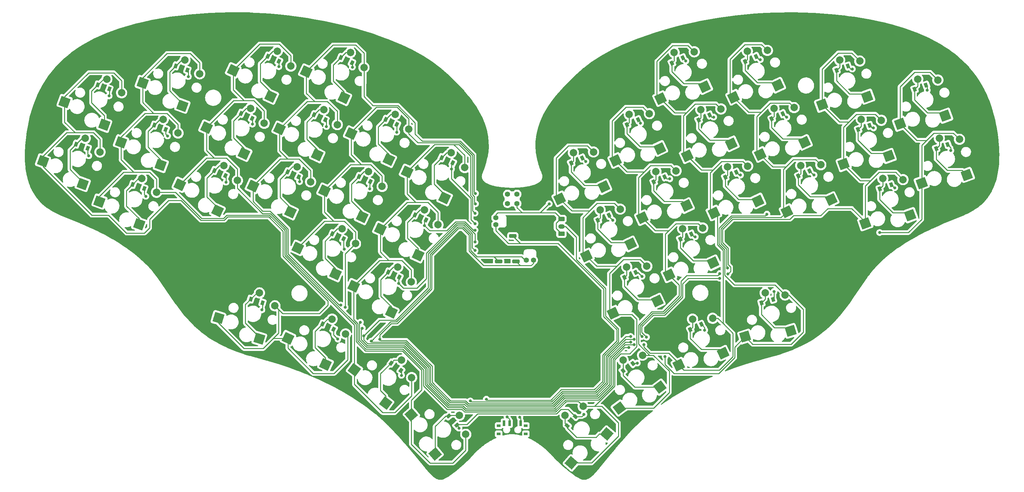
<source format=gbl>
%TF.GenerationSoftware,KiCad,Pcbnew,6.0.11-3.fc36*%
%TF.CreationDate,2023-03-10T01:36:50-05:00*%
%TF.ProjectId,moth,6d6f7468-2e6b-4696-9361-645f70636258,v1.0.0*%
%TF.SameCoordinates,Original*%
%TF.FileFunction,Copper,L2,Bot*%
%TF.FilePolarity,Positive*%
%FSLAX46Y46*%
G04 Gerber Fmt 4.6, Leading zero omitted, Abs format (unit mm)*
G04 Created by KiCad (PCBNEW 6.0.11-3.fc36) date 2023-03-10 01:36:50*
%MOMM*%
%LPD*%
G01*
G04 APERTURE LIST*
G04 Aperture macros list*
%AMRoundRect*
0 Rectangle with rounded corners*
0 $1 Rounding radius*
0 $2 $3 $4 $5 $6 $7 $8 $9 X,Y pos of 4 corners*
0 Add a 4 corners polygon primitive as box body*
4,1,4,$2,$3,$4,$5,$6,$7,$8,$9,$2,$3,0*
0 Add four circle primitives for the rounded corners*
1,1,$1+$1,$2,$3*
1,1,$1+$1,$4,$5*
1,1,$1+$1,$6,$7*
1,1,$1+$1,$8,$9*
0 Add four rect primitives between the rounded corners*
20,1,$1+$1,$2,$3,$4,$5,0*
20,1,$1+$1,$4,$5,$6,$7,0*
20,1,$1+$1,$6,$7,$8,$9,0*
20,1,$1+$1,$8,$9,$2,$3,0*%
%AMRotRect*
0 Rectangle, with rotation*
0 The origin of the aperture is its center*
0 $1 length*
0 $2 width*
0 $3 Rotation angle, in degrees counterclockwise*
0 Add horizontal line*
21,1,$1,$2,0,0,$3*%
G04 Aperture macros list end*
%TA.AperFunction,ComponentPad*%
%ADD10C,2.000000*%
%TD*%
%TA.AperFunction,SMDPad,CuDef*%
%ADD11RotRect,2.600000X2.600000X205.000000*%
%TD*%
%TA.AperFunction,SMDPad,CuDef*%
%ADD12RotRect,0.900000X1.200000X335.000000*%
%TD*%
%TA.AperFunction,SMDPad,CuDef*%
%ADD13RotRect,2.600000X2.600000X155.000000*%
%TD*%
%TA.AperFunction,SMDPad,CuDef*%
%ADD14RotRect,0.900000X1.200000X343.000000*%
%TD*%
%TA.AperFunction,SMDPad,CuDef*%
%ADD15RotRect,2.600000X2.600000X200.000000*%
%TD*%
%TA.AperFunction,SMDPad,CuDef*%
%ADD16RotRect,2.600000X2.600000X160.000000*%
%TD*%
%TA.AperFunction,SMDPad,CuDef*%
%ADD17RotRect,0.900000X1.200000X25.000000*%
%TD*%
%TA.AperFunction,SMDPad,CuDef*%
%ADD18RotRect,0.900000X1.200000X20.000000*%
%TD*%
%TA.AperFunction,SMDPad,CuDef*%
%ADD19RotRect,0.900000X1.200000X49.000000*%
%TD*%
%TA.AperFunction,ComponentPad*%
%ADD20C,1.397000*%
%TD*%
%TA.AperFunction,SMDPad,CuDef*%
%ADD21RotRect,2.600000X2.600000X131.000000*%
%TD*%
%TA.AperFunction,SMDPad,CuDef*%
%ADD22RotRect,2.600000X2.600000X217.000000*%
%TD*%
%TA.AperFunction,SMDPad,CuDef*%
%ADD23RotRect,2.600000X2.600000X163.000000*%
%TD*%
%TA.AperFunction,SMDPad,CuDef*%
%ADD24RotRect,0.900000X1.200000X340.000000*%
%TD*%
%TA.AperFunction,SMDPad,CuDef*%
%ADD25RotRect,0.900000X1.200000X311.000000*%
%TD*%
%TA.AperFunction,SMDPad,CuDef*%
%ADD26RotRect,0.900000X1.200000X17.000000*%
%TD*%
%TA.AperFunction,SMDPad,CuDef*%
%ADD27RotRect,0.900000X1.200000X323.000000*%
%TD*%
%TA.AperFunction,SMDPad,CuDef*%
%ADD28RotRect,2.600000X2.600000X143.000000*%
%TD*%
%TA.AperFunction,SMDPad,CuDef*%
%ADD29RotRect,0.900000X1.200000X37.000000*%
%TD*%
%TA.AperFunction,SMDPad,CuDef*%
%ADD30RotRect,2.600000X2.600000X197.000000*%
%TD*%
%TA.AperFunction,SMDPad,CuDef*%
%ADD31RotRect,2.600000X2.600000X229.000000*%
%TD*%
%TA.AperFunction,SMDPad,CuDef*%
%ADD32RoundRect,0.250000X0.750000X-0.250000X0.750000X0.250000X-0.750000X0.250000X-0.750000X-0.250000X0*%
%TD*%
%TA.AperFunction,SMDPad,CuDef*%
%ADD33RoundRect,0.250000X-0.750000X0.250000X-0.750000X-0.250000X0.750000X-0.250000X0.750000X0.250000X0*%
%TD*%
%TA.AperFunction,SMDPad,CuDef*%
%ADD34R,1.000000X0.800000*%
%TD*%
%TA.AperFunction,SMDPad,CuDef*%
%ADD35R,0.700000X1.500000*%
%TD*%
%TA.AperFunction,ComponentPad*%
%ADD36RoundRect,0.250000X0.625000X-0.350000X0.625000X0.350000X-0.625000X0.350000X-0.625000X-0.350000X0*%
%TD*%
%TA.AperFunction,ComponentPad*%
%ADD37O,1.750000X1.200000*%
%TD*%
%TA.AperFunction,ComponentPad*%
%ADD38RoundRect,0.300000X0.575000X-0.300000X0.575000X0.300000X-0.575000X0.300000X-0.575000X-0.300000X0*%
%TD*%
%TA.AperFunction,ViaPad*%
%ADD39C,0.800000*%
%TD*%
%TA.AperFunction,Conductor*%
%ADD40C,0.254000*%
%TD*%
G04 APERTURE END LIST*
D10*
X246791521Y-98556577D03*
D11*
X255018467Y-107740149D03*
D10*
X252210559Y-98346732D03*
D11*
X243119329Y-110971714D03*
D12*
X125977727Y-131753942D03*
X122986912Y-130359302D03*
D10*
X171695837Y-115226784D03*
D13*
X169948992Y-127432076D03*
X159824850Y-120394018D03*
D10*
X175339877Y-119243122D03*
D14*
X135927029Y-165985219D03*
X132771223Y-165020393D03*
D15*
X310391663Y-142401824D03*
D10*
X302996424Y-132536174D03*
D15*
X298256155Y-144584015D03*
D10*
X308413130Y-132799427D03*
D13*
X152914938Y-182591976D03*
D10*
X154661783Y-170386684D03*
D13*
X142790796Y-175553918D03*
D10*
X158305823Y-174403022D03*
D16*
X93337116Y-118017668D03*
D10*
X94013553Y-105706574D03*
X97993774Y-109390029D03*
D16*
X82638093Y-111888769D03*
D17*
X249168321Y-99986027D03*
X246177505Y-101380667D03*
D10*
X318200790Y-121681348D03*
D15*
X325596029Y-131546998D03*
X313460521Y-133729189D03*
D10*
X323617496Y-121944601D03*
D17*
X229219788Y-142389518D03*
X226228972Y-143784158D03*
D18*
X305239594Y-134167336D03*
X302138608Y-135296002D03*
D10*
X152423969Y-113963810D03*
D13*
X150677124Y-126169102D03*
D10*
X156068009Y-117980148D03*
D13*
X140552982Y-119131044D03*
D19*
X220176456Y-196637036D03*
X218011461Y-199127577D03*
D12*
X172805256Y-159106867D03*
X169814441Y-157712227D03*
D17*
X276047318Y-115036593D03*
X273056502Y-116431233D03*
D20*
X201930000Y-136716000D03*
X204470000Y-136716000D03*
X201930000Y-139256000D03*
X204470000Y-139256000D03*
X198755000Y-144971000D03*
X198755000Y-143066000D03*
X207010000Y-154496000D03*
X208915000Y-154496000D03*
D17*
X283231828Y-130443826D03*
X280241012Y-131838466D03*
D12*
X133162237Y-116346709D03*
X130171422Y-114952069D03*
D10*
X297182081Y-116561399D03*
D15*
X304577320Y-126427049D03*
X292441812Y-128609240D03*
D10*
X302598787Y-116824652D03*
D12*
X164944081Y-133373582D03*
X161953266Y-131978942D03*
D17*
X256352831Y-115393260D03*
X253362015Y-116787900D03*
D21*
X182416107Y-206737483D03*
D10*
X188976269Y-196297900D03*
X190671674Y-201449172D03*
D21*
X176029879Y-196190038D03*
D11*
X262202978Y-123147382D03*
D10*
X253976032Y-113963810D03*
X259395070Y-113753965D03*
D11*
X250303840Y-126378947D03*
X227885424Y-134736408D03*
D10*
X219658478Y-125552836D03*
D11*
X215986286Y-137967973D03*
D10*
X225077516Y-125342991D03*
X172372502Y-156367301D03*
D13*
X170625657Y-168572593D03*
D10*
X176016542Y-160383639D03*
D13*
X160501515Y-161534535D03*
D10*
X233035968Y-181453404D03*
D22*
X242992508Y-188725815D03*
X232025275Y-194360733D03*
D10*
X238292957Y-180121464D03*
X179557012Y-140960068D03*
D13*
X177810167Y-153165360D03*
D10*
X183201052Y-144976406D03*
D13*
X167686025Y-146127302D03*
D16*
X108541482Y-128872493D03*
D10*
X109217919Y-116561399D03*
X113198140Y-120244854D03*
D16*
X97842459Y-122743594D03*
D10*
X135117211Y-163332542D03*
D23*
X135086014Y-175662167D03*
X124080892Y-170101611D03*
D10*
X139284754Y-166802640D03*
D11*
X242254445Y-165550873D03*
D10*
X234027499Y-156367301D03*
X239446537Y-156157456D03*
D11*
X230355307Y-168782438D03*
D17*
X222035278Y-126982286D03*
X219044462Y-128376926D03*
D10*
X291367739Y-100586625D03*
D15*
X298762978Y-110452275D03*
X286627470Y-112634466D03*
D10*
X296784445Y-100849878D03*
D18*
X299425252Y-118192561D03*
X296324266Y-119321227D03*
D11*
X259965164Y-179570256D03*
D10*
X251738218Y-170386684D03*
D11*
X248066026Y-182801821D03*
D10*
X257157256Y-170176839D03*
D12*
X179989766Y-143699634D03*
X176998951Y-142304994D03*
D24*
X94683430Y-108397997D03*
X91582444Y-107269331D03*
D12*
X172128591Y-117966350D03*
X169137776Y-116571710D03*
D10*
X159608479Y-98556577D03*
D13*
X157861634Y-110761869D03*
X147737492Y-103723811D03*
D10*
X163252519Y-102572915D03*
D24*
X115702139Y-103278049D03*
X112601153Y-102149383D03*
D25*
X188257327Y-198976635D03*
X186092333Y-196486094D03*
D10*
X132729483Y-113607143D03*
D13*
X130982638Y-125812435D03*
X120858496Y-118774377D03*
D10*
X136373523Y-117623481D03*
D17*
X236404299Y-157796751D03*
X233413483Y-159191391D03*
D12*
X152856723Y-116703376D03*
X149865908Y-115308736D03*
D10*
X280855028Y-129014375D03*
D11*
X289081974Y-138197947D03*
D10*
X286274066Y-128804530D03*
D11*
X277182836Y-141429512D03*
D10*
X164511327Y-130634016D03*
D13*
X162764482Y-142839308D03*
D10*
X168155367Y-134650354D03*
D13*
X152640340Y-135801250D03*
D26*
X273437517Y-165078867D03*
X270281711Y-166043694D03*
D12*
X155094537Y-173126250D03*
X152103722Y-171731610D03*
D10*
X234704164Y-115226784D03*
D11*
X242931110Y-124410356D03*
X231031972Y-127641921D03*
D10*
X240123202Y-115016939D03*
D13*
X138167148Y-110405203D03*
D10*
X139913993Y-98199911D03*
X143558033Y-102216249D03*
D13*
X128043006Y-103367145D03*
X184994677Y-137758128D03*
D10*
X186741522Y-125552836D03*
D13*
X174870535Y-130720070D03*
D10*
X190385562Y-129569174D03*
D13*
X143492614Y-141576334D03*
D10*
X145239459Y-129371042D03*
X148883499Y-133387380D03*
D13*
X133368472Y-134538276D03*
D27*
X173217743Y-184223080D03*
X170582246Y-182237091D03*
D10*
X312386448Y-105706574D03*
D15*
X319781687Y-115572224D03*
X307646179Y-117754415D03*
D10*
X317803154Y-105969827D03*
X173364033Y-181453404D03*
D28*
X169117737Y-193028792D03*
X160678127Y-184039605D03*
D10*
X176093399Y-186139614D03*
D13*
X123798127Y-141219667D03*
D10*
X125544972Y-129014375D03*
X129189012Y-133030713D03*
D13*
X113673985Y-134181609D03*
D24*
X88869088Y-124372772D03*
X85768102Y-123244106D03*
D12*
X160041234Y-101296143D03*
X157050419Y-99901503D03*
D29*
X235658028Y-182357454D03*
X233022531Y-184343443D03*
D24*
X104073454Y-135227598D03*
X100972468Y-134098932D03*
D11*
X281897464Y-122790715D03*
D10*
X273670518Y-113607143D03*
X279089556Y-113397298D03*
D11*
X269998326Y-126022280D03*
D10*
X266486008Y-98199911D03*
D11*
X274712954Y-107383483D03*
D10*
X271905046Y-97990066D03*
D11*
X262813816Y-110615048D03*
D17*
X268862807Y-99629361D03*
X265871991Y-101024001D03*
X254115018Y-171816134D03*
X251124202Y-173210774D03*
X251449984Y-147470699D03*
X248459168Y-148865339D03*
D13*
X155579971Y-158246541D03*
D10*
X157326816Y-146041249D03*
X160970856Y-150057587D03*
D13*
X145455829Y-151208483D03*
D18*
X314629618Y-107337735D03*
X311528632Y-108466401D03*
X320443961Y-123312510D03*
X317342975Y-124441176D03*
D10*
X271282790Y-163332542D03*
D30*
X278151566Y-173571709D03*
X265918482Y-175115785D03*
D10*
X276678294Y-163878923D03*
D17*
X244265474Y-132063466D03*
X241274658Y-133458106D03*
D18*
X293610909Y-102217787D03*
X290509923Y-103346453D03*
D12*
X140346748Y-100939477D03*
X137355933Y-99544837D03*
D10*
X241888674Y-130634016D03*
D11*
X250115620Y-139817588D03*
X238216482Y-143049153D03*
D10*
X247307712Y-130424171D03*
D16*
X114355825Y-112897719D03*
D10*
X115032262Y-100586625D03*
X119012483Y-104270080D03*
D16*
X103656802Y-106768820D03*
D10*
X249073184Y-146041249D03*
D11*
X257300130Y-155224821D03*
D10*
X254492222Y-145831404D03*
D11*
X245400992Y-158456386D03*
D12*
X145672213Y-132110608D03*
X142681398Y-130715968D03*
X187174277Y-128292402D03*
X184183462Y-126897762D03*
X157759571Y-148780815D03*
X154768756Y-147386175D03*
D11*
X235069935Y-150143640D03*
D10*
X226842989Y-140960068D03*
D11*
X223170797Y-153375205D03*
D10*
X232262027Y-140750223D03*
X103403577Y-132536174D03*
D16*
X102727140Y-144847268D03*
X92028117Y-138718369D03*
D10*
X107383798Y-136219629D03*
D17*
X237080963Y-116656234D03*
X234090147Y-118050874D03*
D31*
X228674717Y-201341310D03*
D10*
X217423732Y-196297900D03*
D31*
X219118709Y-209133307D03*
D10*
X222288918Y-193902076D03*
X88199210Y-121681348D03*
D16*
X87522773Y-133992442D03*
X76823750Y-127863543D03*
D10*
X92179431Y-125364803D03*
D17*
X263537342Y-130800492D03*
X260546526Y-132195132D03*
D10*
X261160542Y-129371042D03*
D11*
X269387488Y-138554614D03*
X257488350Y-141786179D03*
D10*
X266579580Y-129161197D03*
D24*
X109887797Y-119252823D03*
X106786811Y-118124157D03*
D32*
X204216000Y-154813000D03*
D33*
X203327000Y-147955000D03*
D34*
X199550000Y-201328000D03*
X206850000Y-199118000D03*
X206850000Y-201328000D03*
X199550000Y-199118000D03*
D35*
X205450000Y-198468000D03*
X202450000Y-198468000D03*
X200950000Y-198468000D03*
D36*
X216431000Y-147415000D03*
D37*
X216431000Y-145415000D03*
D38*
X216431000Y-143415000D03*
D32*
X199517000Y-154813000D03*
D39*
X110363000Y-121031000D03*
X164846000Y-135255000D03*
X153162000Y-118491000D03*
X133223000Y-117856000D03*
X89154000Y-126365000D03*
X179578000Y-145161000D03*
X193169188Y-146428812D03*
X115951000Y-105029000D03*
X186817000Y-129921000D03*
X172085000Y-120015000D03*
X140335000Y-102362000D03*
X160147000Y-102489000D03*
X193167000Y-144653000D03*
X94615000Y-110236000D03*
X172593000Y-160782000D03*
X157988000Y-151511000D03*
X126111000Y-133477000D03*
X135763000Y-167894000D03*
X104521000Y-137287000D03*
X145923000Y-133350000D03*
X193167000Y-149606000D03*
X222504000Y-196088000D03*
X188849000Y-199771000D03*
X255016000Y-173355000D03*
X173355000Y-185547000D03*
X156210000Y-175768000D03*
X236855000Y-182245000D03*
X245618000Y-132588000D03*
X300482000Y-118872000D03*
X230251000Y-143764000D03*
X257429000Y-115951000D03*
X321310000Y-124968000D03*
X277114000Y-115951000D03*
X237744000Y-117602000D03*
X314960000Y-108712000D03*
X270002000Y-100457000D03*
X294767000Y-102997000D03*
X249936000Y-100838000D03*
X223012000Y-127889000D03*
X273685000Y-162941000D03*
X252476000Y-148209000D03*
X284480000Y-131572000D03*
X306197000Y-135001000D03*
X264668000Y-131572000D03*
X238125000Y-158877000D03*
X302133000Y-147066000D03*
X193167000Y-151892000D03*
X235099633Y-176565500D03*
X244348000Y-180467000D03*
X271780000Y-142113000D03*
X163220627Y-174879000D03*
X236001500Y-175803500D03*
X239359500Y-175260000D03*
X165227000Y-176337385D03*
X261288608Y-158257478D03*
X259080000Y-159385000D03*
X238125000Y-175077000D03*
X167513000Y-175883385D03*
X259080000Y-158115000D03*
X235047669Y-175077000D03*
X261149500Y-156654500D03*
X236001500Y-177292000D03*
X238633000Y-177292000D03*
X156984766Y-166611234D03*
X193294000Y-136525000D03*
X162814000Y-172847000D03*
X234569000Y-178054000D03*
X162312627Y-171241913D03*
X193294000Y-139319000D03*
X158184214Y-167189786D03*
X193167000Y-141859000D03*
X205232000Y-196850000D03*
X196215000Y-191986500D03*
X201803000Y-196723000D03*
X191897000Y-192440500D03*
X213141500Y-139319000D03*
D40*
X153162000Y-117008653D02*
X152856723Y-116703376D01*
X180975000Y-146558000D02*
X179578000Y-145161000D01*
X109887797Y-119252823D02*
X109887797Y-120555797D01*
X133223000Y-117856000D02*
X133223000Y-116407472D01*
X185539948Y-146558000D02*
X180975000Y-146558000D01*
X192783812Y-146428812D02*
X190500000Y-144145000D01*
X88869088Y-126080088D02*
X89154000Y-126365000D01*
X88869088Y-124372772D02*
X88869088Y-126080088D01*
X164846000Y-135255000D02*
X164846000Y-133471663D01*
X133223000Y-116407472D02*
X133162237Y-116346709D01*
X193169188Y-146428812D02*
X192783812Y-146428812D01*
X187952947Y-144145000D02*
X185539948Y-146558000D01*
X164846000Y-133471663D02*
X164944081Y-133373582D01*
X179578000Y-144111400D02*
X179989766Y-143699634D01*
X109887797Y-120555797D02*
X110363000Y-121031000D01*
X179578000Y-145161000D02*
X179578000Y-144111400D01*
X153162000Y-118491000D02*
X153162000Y-117008653D01*
X190500000Y-144145000D02*
X187952947Y-144145000D01*
X115951000Y-103526910D02*
X115702139Y-103278049D01*
X186817000Y-129921000D02*
X186817000Y-128649679D01*
X140335000Y-100951225D02*
X140346748Y-100939477D01*
X172085000Y-118009941D02*
X172128591Y-117966350D01*
X94683430Y-110167570D02*
X94615000Y-110236000D01*
X140335000Y-102362000D02*
X140335000Y-100951225D01*
X193167000Y-144653000D02*
X192078000Y-143564000D01*
X186817000Y-132549584D02*
X186817000Y-129921000D01*
X160147000Y-101401909D02*
X160041234Y-101296143D01*
X186817000Y-128649679D02*
X187174277Y-128292402D01*
X94683430Y-108397997D02*
X94683430Y-110167570D01*
X172085000Y-120015000D02*
X172085000Y-118009941D01*
X115951000Y-105029000D02*
X115951000Y-103526910D01*
X192078000Y-143564000D02*
X192078000Y-137810584D01*
X160147000Y-102489000D02*
X160147000Y-101401909D01*
X192078000Y-137810584D02*
X186817000Y-132549584D01*
X93337116Y-118017668D02*
X93337116Y-115535222D01*
X93145201Y-105706574D02*
X94013553Y-105706574D01*
X93337116Y-115535222D02*
X89914633Y-112112739D01*
X89914633Y-112112739D02*
X89914633Y-108937142D01*
X89914633Y-108937142D02*
X91582444Y-107269331D01*
X91582444Y-107269331D02*
X93145201Y-105706574D01*
X157988000Y-151511000D02*
X157759571Y-151282571D01*
X145923000Y-132361395D02*
X145672213Y-132110608D01*
X173863000Y-162052000D02*
X172593000Y-160782000D01*
X157759571Y-151282571D02*
X157759571Y-148780815D01*
X180086000Y-159512000D02*
X177546000Y-162052000D01*
X193167000Y-147454052D02*
X190311948Y-144599000D01*
X172593000Y-160782000D02*
X172593000Y-159319123D01*
X172593000Y-159319123D02*
X172805256Y-159106867D01*
X126111000Y-133477000D02*
X126111000Y-131887215D01*
X135927029Y-167729971D02*
X135763000Y-167894000D01*
X188141000Y-144599000D02*
X180086000Y-152654000D01*
X104073454Y-135227598D02*
X104073454Y-136839454D01*
X190311948Y-144599000D02*
X188141000Y-144599000D01*
X104073454Y-136839454D02*
X104521000Y-137287000D01*
X145923000Y-133350000D02*
X145923000Y-132361395D01*
X180086000Y-152654000D02*
X180086000Y-159512000D01*
X177546000Y-162052000D02*
X173863000Y-162052000D01*
X193167000Y-149606000D02*
X193167000Y-147454052D01*
X126111000Y-131887215D02*
X125977727Y-131753942D01*
X135927029Y-165985219D02*
X135927029Y-167729971D01*
X112601153Y-102149383D02*
X114163911Y-100586625D01*
X114163911Y-100586625D02*
X115032262Y-100586625D01*
X112601153Y-102149383D02*
X110933342Y-103817194D01*
X110933342Y-108901342D02*
X114355825Y-112323825D01*
X110933342Y-103817194D02*
X110933342Y-108901342D01*
X114355825Y-112323825D02*
X114355825Y-112897719D01*
X135339544Y-106383544D02*
X138167148Y-109211148D01*
X138700859Y-98199911D02*
X139913993Y-98199911D01*
X137355933Y-99544837D02*
X135339544Y-101561226D01*
X135339544Y-101561226D02*
X135339544Y-106383544D01*
X137355933Y-99544837D02*
X138700859Y-98199911D01*
X138167148Y-109211148D02*
X138167148Y-110405203D01*
X157861634Y-109093634D02*
X157861634Y-110761869D01*
X157050419Y-99901503D02*
X155034030Y-101917892D01*
X158395345Y-98556577D02*
X159608479Y-98556577D01*
X155034030Y-101917892D02*
X155034030Y-106266030D01*
X155034030Y-106266030D02*
X157861634Y-109093634D01*
X157050419Y-99901503D02*
X158395345Y-98556577D01*
X167121388Y-118588098D02*
X167121388Y-123170081D01*
X169137776Y-116571710D02*
X170482702Y-115226784D01*
X170482702Y-115226784D02*
X171695837Y-115226784D01*
X169948992Y-125997685D02*
X169948992Y-127432076D01*
X167121388Y-123170081D02*
X169948992Y-125997685D01*
X169137776Y-116571710D02*
X167121388Y-118588098D01*
X182167073Y-128914151D02*
X182167073Y-133999577D01*
X182167073Y-133999577D02*
X184994677Y-136827181D01*
X184994677Y-136827181D02*
X184994677Y-137758128D01*
X184183462Y-126897762D02*
X182167073Y-128914151D01*
X185528388Y-125552836D02*
X186741522Y-125552836D01*
X184183462Y-126897762D02*
X185528388Y-125552836D01*
X236855000Y-182245000D02*
X235770482Y-182245000D01*
X193872000Y-195891000D02*
X215081000Y-195891000D01*
X188257327Y-198976635D02*
X188478962Y-198755000D01*
X215081000Y-195891000D02*
X216281000Y-194691000D01*
X155094537Y-173126250D02*
X155094537Y-174652537D01*
X188849000Y-199771000D02*
X188849000Y-199568308D01*
X188849000Y-199568308D02*
X188257327Y-198976635D01*
X218230420Y-194691000D02*
X220176456Y-196637036D01*
X220176456Y-196637036D02*
X221954964Y-196637036D01*
X235770482Y-182245000D02*
X235658028Y-182357454D01*
X216281000Y-194691000D02*
X218230420Y-194691000D01*
X255016000Y-172717116D02*
X254115018Y-171816134D01*
X173355000Y-185547000D02*
X173355000Y-184360337D01*
X255016000Y-173355000D02*
X255016000Y-172717116D01*
X191008000Y-198755000D02*
X193872000Y-195891000D01*
X155094537Y-174652537D02*
X156210000Y-175768000D01*
X221954964Y-196637036D02*
X222504000Y-196088000D01*
X188478962Y-198755000D02*
X191008000Y-198755000D01*
X173355000Y-184360337D02*
X173217743Y-184223080D01*
X169117737Y-191072288D02*
X169117737Y-193028792D01*
X170582246Y-182237091D02*
X167732323Y-185087014D01*
X167732323Y-185087014D02*
X167732323Y-189686874D01*
X173364033Y-181453404D02*
X171365933Y-181453404D01*
X167732323Y-189686874D02*
X169117737Y-191072288D01*
X171365933Y-181453404D02*
X170582246Y-182237091D01*
X185263056Y-196486094D02*
X182416107Y-199333043D01*
X186280527Y-196297900D02*
X186092333Y-196486094D01*
X182416107Y-199333043D02*
X182416107Y-206737483D01*
X188976269Y-196297900D02*
X186280527Y-196297900D01*
X186092333Y-196486094D02*
X185263056Y-196486094D01*
X277114000Y-115951000D02*
X276961725Y-115951000D01*
X256910571Y-115951000D02*
X256352831Y-115393260D01*
X245618000Y-132588000D02*
X244790008Y-132588000D01*
X300482000Y-118872000D02*
X300104691Y-118872000D01*
X321310000Y-124178549D02*
X320443961Y-123312510D01*
X229219788Y-142389518D02*
X229219788Y-142732788D01*
X257429000Y-115951000D02*
X256910571Y-115951000D01*
X321310000Y-124968000D02*
X321310000Y-124178549D01*
X244790008Y-132588000D02*
X244265474Y-132063466D01*
X300104691Y-118872000D02*
X299425252Y-118192561D01*
X276961725Y-115951000D02*
X276047318Y-115036593D01*
X229219788Y-142732788D02*
X230251000Y-143764000D01*
X249936000Y-100753706D02*
X249168321Y-99986027D01*
X294390122Y-102997000D02*
X293610909Y-102217787D01*
X249936000Y-100838000D02*
X249936000Y-100753706D01*
X222035278Y-126982286D02*
X222105286Y-126982286D01*
X294767000Y-102997000D02*
X294390122Y-102997000D01*
X237744000Y-117602000D02*
X237744000Y-117319271D01*
X237744000Y-117319271D02*
X237080963Y-116656234D01*
X269690446Y-100457000D02*
X268862807Y-99629361D01*
X314960000Y-108712000D02*
X314960000Y-107668117D01*
X270002000Y-100457000D02*
X269690446Y-100457000D01*
X222105286Y-126982286D02*
X223012000Y-127889000D01*
X314960000Y-107668117D02*
X314629618Y-107337735D01*
X252476000Y-148209000D02*
X252188285Y-148209000D01*
X237044751Y-157796751D02*
X238125000Y-158877000D01*
X306073258Y-135001000D02*
X305239594Y-134167336D01*
X252188285Y-148209000D02*
X251449984Y-147470699D01*
X273685000Y-164831384D02*
X273437517Y-165078867D01*
X236404299Y-157796751D02*
X237044751Y-157796751D01*
X264668000Y-131572000D02*
X264308850Y-131572000D01*
X284360002Y-131572000D02*
X283231828Y-130443826D01*
X306197000Y-135001000D02*
X306073258Y-135001000D01*
X273685000Y-162941000D02*
X273685000Y-164831384D01*
X284480000Y-131572000D02*
X284360002Y-131572000D01*
X264308850Y-131572000D02*
X263537342Y-130800492D01*
X280855028Y-129014375D02*
X280855028Y-131224450D01*
X283457905Y-137414000D02*
X288298027Y-137414000D01*
X280241012Y-134197107D02*
X283457905Y-137414000D01*
X288298027Y-137414000D02*
X289081974Y-138197947D01*
X280241012Y-131838466D02*
X280241012Y-134197107D01*
X280855028Y-131224450D02*
X280241012Y-131838466D01*
X261160542Y-129371042D02*
X261160542Y-131581116D01*
X261160542Y-131581116D02*
X260546526Y-132195132D01*
X269008874Y-138176000D02*
X269387488Y-138554614D01*
X264168752Y-138176000D02*
X269008874Y-138176000D01*
X260546526Y-132195132D02*
X260546526Y-134553774D01*
X260546526Y-134553774D02*
X264168752Y-138176000D01*
X140284754Y-167802640D02*
X139284754Y-166802640D01*
X315719327Y-103886000D02*
X317803154Y-105969827D01*
X263017000Y-161163000D02*
X273962371Y-161163000D01*
X114038948Y-138430000D02*
X119337219Y-143728271D01*
X233623343Y-176565500D02*
X235099633Y-176565500D01*
X130927882Y-178308000D02*
X136144000Y-178308000D01*
X281559000Y-167767000D02*
X277670923Y-163878923D01*
X136144000Y-178308000D02*
X137922000Y-176530000D01*
X180721000Y-183486790D02*
X180721000Y-187811844D01*
X180594000Y-161925000D02*
X171831000Y-170688000D01*
X263090000Y-180775000D02*
X263090000Y-177944267D01*
X76823750Y-129246974D02*
X89943776Y-142367000D01*
X140284754Y-174167246D02*
X140284754Y-167802640D01*
X271316884Y-142576116D02*
X262158779Y-142576116D01*
X214328789Y-194075000D02*
X217160790Y-191243000D01*
X260423000Y-158569000D02*
X263017000Y-161163000D01*
X85471000Y-120142000D02*
X90424000Y-120142000D01*
X124080892Y-170101611D02*
X124080892Y-171461010D01*
X258899000Y-150179949D02*
X260423000Y-151703948D01*
X244348000Y-180467000D02*
X244348000Y-182618948D01*
X82638093Y-117309093D02*
X85471000Y-120142000D01*
X151257000Y-168910000D02*
X141392114Y-168910000D01*
X313460521Y-133729189D02*
X313460521Y-123546479D01*
X271780000Y-142113000D02*
X271316884Y-142576116D01*
X110617000Y-138430000D02*
X114038948Y-138430000D01*
X76823750Y-127863543D02*
X76823750Y-126480112D01*
X141478000Y-146685000D02*
X141478000Y-153416000D01*
X76823750Y-126480112D02*
X83161862Y-120142000D01*
X278257000Y-177165000D02*
X281559000Y-173863000D01*
X192440000Y-151165000D02*
X192440000Y-147369104D01*
X186238156Y-193329000D02*
X190281000Y-193329000D01*
X302133000Y-147066000D02*
X309880000Y-147066000D01*
X92179431Y-121897431D02*
X92179431Y-125364803D01*
X95885000Y-104013000D02*
X97993774Y-106121774D01*
X124080892Y-171461010D02*
X130927882Y-178308000D01*
X260423000Y-151703948D02*
X260423000Y-158569000D01*
X263090000Y-177944267D02*
X265918482Y-175115785D01*
X307646179Y-107770821D02*
X311531000Y-103886000D01*
X246768052Y-185039000D02*
X258826000Y-185039000D01*
X83161862Y-120142000D02*
X85471000Y-120142000D01*
X142790796Y-178223796D02*
X149606000Y-185039000D01*
X76823750Y-127863543D02*
X76823750Y-129246974D01*
X174298095Y-177063885D02*
X180721000Y-183486790D01*
X171831000Y-170688000D02*
X167411627Y-170688000D01*
X153543000Y-165481000D02*
X153543000Y-166624000D01*
X126519577Y-142854475D02*
X137647475Y-142854475D01*
X82638093Y-111888769D02*
X82638093Y-117309093D01*
X153543000Y-166624000D02*
X151257000Y-168910000D01*
X281559000Y-173863000D02*
X281559000Y-167767000D01*
X312129264Y-122237500D02*
X314769500Y-122237500D01*
X142790796Y-175553918D02*
X142790796Y-178223796D01*
X82638093Y-111888769D02*
X82638093Y-110505338D01*
X226064896Y-191243000D02*
X229397000Y-187910896D01*
X192440000Y-147369104D02*
X190123896Y-145053000D01*
X258826000Y-185039000D02*
X263090000Y-180775000D01*
X267967697Y-177165000D02*
X278257000Y-177165000D01*
X94488000Y-142367000D02*
X99314000Y-147193000D01*
X89130431Y-104013000D02*
X95885000Y-104013000D01*
X125645782Y-143728271D02*
X126519577Y-142854475D01*
X193167000Y-151892000D02*
X192440000Y-151165000D01*
X90424000Y-120142000D02*
X92179431Y-121897431D01*
X229397000Y-187910896D02*
X229397000Y-180791843D01*
X137647475Y-142854475D02*
X141478000Y-146685000D01*
X188329052Y-145053000D02*
X180594000Y-152788052D01*
X217160790Y-191243000D02*
X226064896Y-191243000D01*
X149606000Y-185039000D02*
X155194000Y-185039000D01*
X158877000Y-174974199D02*
X158305823Y-174403022D01*
X97993774Y-106121774D02*
X97993774Y-109390029D01*
X277670923Y-163878923D02*
X276678294Y-163878923D01*
X244348000Y-182618948D02*
X246768052Y-185039000D01*
X180594000Y-152788052D02*
X180594000Y-161925000D01*
X104140000Y-147193000D02*
X105537000Y-145796000D01*
X164300168Y-177063885D02*
X174298095Y-177063885D01*
X311531000Y-103886000D02*
X315719327Y-103886000D01*
X309880000Y-147066000D02*
X313460521Y-143485479D01*
X138898082Y-175553918D02*
X137922000Y-176530000D01*
X142790796Y-175553918D02*
X138898082Y-175553918D01*
X190281000Y-193329000D02*
X191027000Y-194075000D01*
X105537000Y-145796000D02*
X105537000Y-143510000D01*
X307646179Y-117754415D02*
X312129264Y-122237500D01*
X307646179Y-117754415D02*
X307646179Y-107770821D01*
X314769500Y-122237500D02*
X316738000Y-120269000D01*
X141478000Y-153416000D02*
X153543000Y-165481000D01*
X313460521Y-143485479D02*
X313460521Y-133729189D01*
X137922000Y-176530000D02*
X140284754Y-174167246D01*
X89943776Y-142367000D02*
X94488000Y-142367000D01*
X265918482Y-175115785D02*
X267967697Y-177165000D01*
X273962371Y-161163000D02*
X276678294Y-163878923D01*
X163220627Y-174879000D02*
X163220627Y-175984344D01*
X99314000Y-147193000D02*
X104140000Y-147193000D01*
X180721000Y-187811844D02*
X186238156Y-193329000D01*
X141392114Y-168910000D02*
X139284754Y-166802640D01*
X163220627Y-175984344D02*
X164300168Y-177063885D01*
X229397000Y-180791843D02*
X233623343Y-176565500D01*
X119337219Y-143728271D02*
X125645782Y-143728271D01*
X190123896Y-145053000D02*
X188329052Y-145053000D01*
X191027000Y-194075000D02*
X214328789Y-194075000D01*
X82638093Y-110505338D02*
X89130431Y-104013000D01*
X158877000Y-181356000D02*
X158877000Y-174974199D01*
X316738000Y-120269000D02*
X321941895Y-120269000D01*
X155194000Y-185039000D02*
X158877000Y-181356000D01*
X105537000Y-143510000D02*
X110617000Y-138430000D01*
X262158779Y-142576116D02*
X258899000Y-145835896D01*
X258899000Y-145835896D02*
X258899000Y-150179949D01*
X321941895Y-120269000D02*
X323617496Y-121944601D01*
X167411627Y-170688000D02*
X163220627Y-174879000D01*
X313460521Y-123546479D02*
X314769500Y-122237500D01*
X238875366Y-174775866D02*
X238852000Y-174775866D01*
X165227000Y-176337385D02*
X165499500Y-176609885D01*
X286627470Y-103008530D02*
X290957000Y-98679000D01*
X306423703Y-130810000D02*
X308413130Y-132799427D01*
X103656802Y-106768820D02*
X103656802Y-105385389D01*
X259807000Y-149803843D02*
X261331000Y-151327842D01*
X300963135Y-115189000D02*
X302598787Y-116824652D01*
X97842459Y-122743594D02*
X97842459Y-127433459D01*
X97842459Y-122743594D02*
X97842459Y-121360163D01*
X278937196Y-142494000D02*
X277947080Y-143484116D01*
X206648915Y-154496000D02*
X207010000Y-154496000D01*
X294640000Y-140589000D02*
X288163000Y-140589000D01*
X295910000Y-115189000D02*
X300963135Y-115189000D01*
X191986000Y-147557156D02*
X191986000Y-151854000D01*
X238090000Y-174013866D02*
X238090000Y-172388104D01*
X302006000Y-130810000D02*
X306423703Y-130810000D01*
X294613567Y-98679000D02*
X296784445Y-100849878D01*
X298256155Y-144584015D02*
X298256155Y-134559845D01*
X110236191Y-98806000D02*
X116459000Y-98806000D01*
X188517104Y-145507000D02*
X189935844Y-145507000D01*
X277947080Y-143484116D02*
X262534884Y-143484116D01*
X160678127Y-171974075D02*
X141932000Y-153227948D01*
X299720000Y-133096000D02*
X302006000Y-130810000D01*
X286627470Y-112634466D02*
X291277504Y-117284500D01*
X261331000Y-155667000D02*
X262001000Y-156337000D01*
X241168104Y-169310000D02*
X244216104Y-169310000D01*
X137835527Y-142400475D02*
X126331524Y-142400475D01*
X181175000Y-187623792D02*
X186426208Y-192875000D01*
X290957000Y-98679000D02*
X294613567Y-98679000D01*
X288163000Y-140589000D02*
X286258000Y-142494000D01*
X119525271Y-143274271D02*
X112470629Y-136219629D01*
X291277504Y-117284500D02*
X293814500Y-117284500D01*
X249066000Y-160890000D02*
X250571000Y-159385000D01*
X262534884Y-143484116D02*
X259807000Y-146212000D01*
X105537000Y-130810000D02*
X107383798Y-132656798D01*
X239359500Y-175260000D02*
X238875366Y-174775866D01*
X141932000Y-153227948D02*
X141932000Y-146496947D01*
X119012483Y-101359483D02*
X119012483Y-104270080D01*
X298256155Y-134559845D02*
X299720000Y-133096000D01*
X186426208Y-192875000D02*
X190469052Y-192875000D01*
X296928572Y-133096000D02*
X299720000Y-133096000D01*
X113198140Y-117897140D02*
X113198140Y-120244854D01*
X92028117Y-138718369D02*
X92028117Y-137334938D01*
X261331000Y-151327842D02*
X261331000Y-155667000D01*
X97842459Y-127433459D02*
X101219000Y-130810000D01*
X110236000Y-114935000D02*
X113198140Y-117897140D01*
X103656802Y-105385389D02*
X110236191Y-98806000D01*
X97842459Y-121360163D02*
X104267622Y-114935000D01*
X225876844Y-190789000D02*
X228943000Y-187722844D01*
X198120000Y-153543000D02*
X205695915Y-153543000D01*
X190469052Y-192875000D02*
X191215052Y-193621000D01*
X292441812Y-128609240D02*
X296928572Y-133096000D01*
X259807000Y-146212000D02*
X259807000Y-149803843D01*
X176093399Y-191063601D02*
X176093399Y-186139614D01*
X181048000Y-162113052D02*
X181048000Y-152976104D01*
X181175000Y-183298738D02*
X181175000Y-187623792D01*
X92028117Y-137334938D02*
X98553055Y-130810000D01*
X107383798Y-132656798D02*
X107383798Y-136219629D01*
X160678127Y-184039605D02*
X160678127Y-171974075D01*
X172019052Y-171142000D02*
X181048000Y-162113052D01*
X228943000Y-180603791D02*
X233743291Y-175803500D01*
X293814500Y-117284500D02*
X295910000Y-115189000D01*
X199517000Y-154813000D02*
X198247000Y-153543000D01*
X286258000Y-142494000D02*
X278937196Y-142494000D01*
X262001000Y-157545086D02*
X261288608Y-158257478D01*
X171577000Y-195580000D02*
X176093399Y-191063601D01*
X116459000Y-98806000D02*
X119012483Y-101359483D01*
X112470629Y-136219629D02*
X107383798Y-136219629D01*
X292441812Y-128609240D02*
X292441812Y-118657188D01*
X238090000Y-172388104D02*
X241168104Y-169310000D01*
X205695915Y-153543000D02*
X206648915Y-154496000D01*
X191215052Y-193621000D02*
X214140736Y-193621000D01*
X165227000Y-176337385D02*
X170422385Y-171142000D01*
X262001000Y-156337000D02*
X262001000Y-157545086D01*
X292441812Y-118657188D02*
X293814500Y-117284500D01*
X125457729Y-143274271D02*
X119525271Y-143274271D01*
X298256155Y-144205155D02*
X294640000Y-140589000D01*
X286627470Y-112634466D02*
X286627470Y-103008530D01*
X298256155Y-144584015D02*
X298256155Y-144205155D01*
X216972737Y-190789000D02*
X225876844Y-190789000D01*
X165499500Y-176609885D02*
X174486147Y-176609885D01*
X103656802Y-112038802D02*
X106553000Y-114935000D01*
X250571000Y-159385000D02*
X259080000Y-159385000D01*
X214140736Y-193621000D02*
X216972737Y-190789000D01*
X106553000Y-114935000D02*
X110236000Y-114935000D01*
X228943000Y-187722844D02*
X228943000Y-180603791D01*
X174486147Y-176609885D02*
X181175000Y-183298738D01*
X238852000Y-174775866D02*
X238090000Y-174013866D01*
X160678127Y-184039605D02*
X160678127Y-187952954D01*
X168305173Y-195580000D02*
X171577000Y-195580000D01*
X170422385Y-171142000D02*
X172019052Y-171142000D01*
X181048000Y-152976104D02*
X188517104Y-145507000D01*
X104267622Y-114935000D02*
X106553000Y-114935000D01*
X141932000Y-146496947D02*
X137835527Y-142400475D01*
X103656802Y-106768820D02*
X103656802Y-112038802D01*
X126331524Y-142400475D02*
X125457729Y-143274271D01*
X160678127Y-187952954D02*
X168305173Y-195580000D01*
X193675000Y-153543000D02*
X198120000Y-153543000D01*
X233743291Y-175803500D02*
X236001500Y-175803500D01*
X244216104Y-169310000D02*
X249066000Y-164460104D01*
X198247000Y-153543000D02*
X198120000Y-153543000D01*
X249066000Y-164460104D02*
X249066000Y-160890000D01*
X191986000Y-151854000D02*
X193675000Y-153543000D01*
X98553055Y-130810000D02*
X101219000Y-130810000D01*
X101219000Y-130810000D02*
X105537000Y-130810000D01*
X189935844Y-145507000D02*
X191986000Y-147557156D01*
X277182836Y-141429512D02*
X276204603Y-140451279D01*
X228489000Y-187534792D02*
X228489000Y-180415739D01*
X278892000Y-127381000D02*
X284850536Y-127381000D01*
X191532000Y-152042052D02*
X195445948Y-155956000D01*
X120858496Y-124922496D02*
X122936000Y-127000000D01*
X190657104Y-192421000D02*
X191403104Y-193167000D01*
X178816000Y-184150000D02*
X173609000Y-178943000D01*
X276204603Y-130068397D02*
X276923500Y-129349500D01*
X128126873Y-111506000D02*
X130937000Y-111506000D01*
X240980052Y-168856000D02*
X244028052Y-168856000D01*
X187198000Y-209169000D02*
X190671674Y-205695326D01*
X258578318Y-158616682D02*
X259080000Y-158115000D01*
X129189012Y-135158012D02*
X129189012Y-133030713D01*
X262813816Y-110615048D02*
X266816268Y-114617500D01*
X205359000Y-155956000D02*
X205740000Y-155956000D01*
X233827739Y-175077000D02*
X235047669Y-175077000D01*
X261149500Y-156654500D02*
X260877000Y-156382000D01*
X208915000Y-155321000D02*
X208915000Y-154496000D01*
X262346832Y-143030116D02*
X275582232Y-143030116D01*
X244028052Y-168856000D02*
X248612000Y-164272052D01*
X269998326Y-126022280D02*
X273325546Y-129349500D01*
X120855594Y-127000000D02*
X122936000Y-127000000D01*
X275582232Y-143030116D02*
X277182836Y-141429512D01*
X167513000Y-175883385D02*
X167785500Y-176155885D01*
X260877000Y-151515895D02*
X259353000Y-149991896D01*
X225688792Y-190335000D02*
X228489000Y-187534792D01*
X181102000Y-209169000D02*
X187198000Y-209169000D01*
X276204603Y-140451279D02*
X276204603Y-130068397D01*
X161132127Y-171786023D02*
X142386000Y-153039896D01*
X248612000Y-164272052D02*
X248612000Y-160201000D01*
X266816268Y-114617500D02*
X270192500Y-114617500D01*
X140462000Y-96266000D02*
X143558033Y-99362033D01*
X248612000Y-160201000D02*
X250196318Y-158616682D01*
X176029879Y-196190038D02*
X176029879Y-204096879D01*
X143558033Y-99362033D02*
X143558033Y-102216249D01*
X284850536Y-127381000D02*
X286274066Y-128804530D01*
X176029879Y-204096879D02*
X181102000Y-209169000D01*
X167513000Y-174693437D02*
X170610437Y-171596000D01*
X191532000Y-147745208D02*
X191532000Y-152042052D01*
X181629000Y-187435740D02*
X186614260Y-192421000D01*
X136373523Y-114324477D02*
X136373523Y-117623481D01*
X195445948Y-155956000D02*
X205740000Y-155956000D01*
X172207104Y-171596000D02*
X181502000Y-162301104D01*
X205740000Y-155956000D02*
X208280000Y-155956000D01*
X167785500Y-176155885D02*
X174674199Y-176155885D01*
X136398000Y-114300000D02*
X136373523Y-114324477D01*
X189747792Y-145961000D02*
X191532000Y-147745208D01*
X128043006Y-108612006D02*
X130937000Y-111506000D01*
X188705156Y-145961000D02*
X189747792Y-145961000D01*
X181502000Y-162301104D02*
X181502000Y-153164156D01*
X176029879Y-196190038D02*
X176029879Y-192270121D01*
X181502000Y-153164156D02*
X188705156Y-145961000D01*
X126238000Y-127000000D02*
X129189012Y-129951012D01*
X142386000Y-153039896D02*
X142386000Y-146308894D01*
X273325546Y-129349500D02*
X276923500Y-129349500D01*
X208280000Y-155956000D02*
X208915000Y-155321000D01*
X237636000Y-174588000D02*
X237636000Y-172200052D01*
X270192500Y-114617500D02*
X272669000Y-112141000D01*
X128043006Y-103367145D02*
X135144151Y-96266000D01*
X250196318Y-158616682D02*
X258578318Y-158616682D01*
X265811000Y-96393000D02*
X270307980Y-96393000D01*
X163611075Y-178943000D02*
X161132127Y-176464052D01*
X186614260Y-192421000D02*
X190657104Y-192421000D01*
X270307980Y-96393000D02*
X271905046Y-97990066D01*
X269998326Y-126022280D02*
X269020093Y-125044047D01*
X135144151Y-96266000D02*
X140462000Y-96266000D01*
X269020093Y-115789907D02*
X270192500Y-114617500D01*
X272669000Y-112141000D02*
X277833258Y-112141000D01*
X142386000Y-146308894D02*
X138023579Y-141946474D01*
X133604000Y-111506000D02*
X136398000Y-114300000D01*
X261835583Y-100368417D02*
X265811000Y-96393000D01*
X238125000Y-175077000D02*
X237636000Y-174588000D01*
X228489000Y-180415739D02*
X233827739Y-175077000D01*
X204216000Y-154813000D02*
X205359000Y-155956000D01*
X128043006Y-103367145D02*
X128043006Y-108612006D01*
X135977475Y-141946475D02*
X129189012Y-135158012D01*
X167513000Y-175883385D02*
X167513000Y-174693437D01*
X262813816Y-110615048D02*
X261835583Y-109636815D01*
X191403104Y-193167000D02*
X213952684Y-193167000D01*
X129189012Y-129951012D02*
X129189012Y-133030713D01*
X260877000Y-156382000D02*
X260877000Y-151515895D01*
X173609000Y-178943000D02*
X163611075Y-178943000D01*
X120858496Y-118774377D02*
X120858496Y-124922496D01*
X237636000Y-172200052D02*
X240980052Y-168856000D01*
X178816000Y-189484000D02*
X178816000Y-184150000D01*
X276923500Y-129349500D02*
X278892000Y-127381000D01*
X120858496Y-118774377D02*
X128126873Y-111506000D01*
X113673985Y-134181609D02*
X120855594Y-127000000D01*
X261835583Y-109636815D02*
X261835583Y-100368417D01*
X213952684Y-193167000D02*
X216784684Y-190335000D01*
X161132127Y-176464052D02*
X161132127Y-171786023D01*
X170610437Y-171596000D02*
X172207104Y-171596000D01*
X190671674Y-205695326D02*
X190671674Y-201449172D01*
X122936000Y-127000000D02*
X126238000Y-127000000D01*
X174674199Y-176155885D02*
X181629000Y-183110686D01*
X176029879Y-192270121D02*
X178816000Y-189484000D01*
X269020093Y-125044047D02*
X269020093Y-115789907D01*
X259353000Y-149991896D02*
X259353000Y-146023948D01*
X181629000Y-183110686D02*
X181629000Y-187435740D01*
X138023579Y-141946474D02*
X135977475Y-141946475D01*
X277833258Y-112141000D02*
X279089556Y-113397298D01*
X216784684Y-190335000D02*
X225688792Y-190335000D01*
X130937000Y-111506000D02*
X133604000Y-111506000D01*
X259353000Y-146023948D02*
X262346832Y-143030116D01*
X186050104Y-193783000D02*
X189987104Y-193783000D01*
X258571469Y-170176839D02*
X257157256Y-170176839D01*
X133368472Y-134538276D02*
X140652748Y-127254000D01*
X163252519Y-106816297D02*
X163330725Y-106738091D01*
X140552982Y-119131044D02*
X140552982Y-125058982D01*
X156984766Y-166611234D02*
X156599390Y-166611234D01*
X180232000Y-187964896D02*
X186050104Y-193783000D01*
X259588000Y-127889000D02*
X265307383Y-127889000D01*
X162494127Y-175899896D02*
X164112116Y-177517885D01*
X248066026Y-182280026D02*
X248066026Y-182801821D01*
X180232000Y-183639842D02*
X180232000Y-187964896D01*
X189211000Y-122408999D02*
X178924000Y-122409000D01*
X242141096Y-109993481D02*
X242141096Y-100885904D01*
X142840000Y-152851844D02*
X142840000Y-146120841D01*
X156068009Y-114412009D02*
X156068009Y-117980148D01*
X259969000Y-151892000D02*
X258445000Y-150368000D01*
X265307383Y-127889000D02*
X266579580Y-129161197D01*
X153416000Y-111760000D02*
X156068009Y-114412009D01*
X260033815Y-171639185D02*
X259969000Y-171574370D01*
X259969000Y-171574370D02*
X259969000Y-151892000D01*
X177038000Y-120523000D02*
X177038000Y-117467948D01*
X189987104Y-193783000D02*
X190733104Y-194529000D01*
X162814000Y-172847000D02*
X162494127Y-173166873D01*
X161036000Y-96520000D02*
X163252519Y-98736519D01*
X242141096Y-100885904D02*
X246380000Y-96647000D01*
X246380000Y-96647000D02*
X250510827Y-96647000D01*
X250303840Y-126378947D02*
X254163393Y-130238500D01*
X243119329Y-110971714D02*
X242141096Y-109993481D01*
X142748000Y-127254000D02*
X145796000Y-127254000D01*
X149987000Y-111760000D02*
X153416000Y-111760000D01*
X226252948Y-191697000D02*
X229851000Y-188098948D01*
X250063000Y-114808000D02*
X252476000Y-112395000D01*
X193294000Y-136525000D02*
X192913000Y-136144000D01*
X258445000Y-142742829D02*
X257488350Y-141786179D01*
X163330725Y-102651121D02*
X163252519Y-102572915D01*
X140552982Y-125058982D02*
X142748000Y-127254000D01*
X249325607Y-115545393D02*
X250063000Y-114808000D01*
X229851000Y-188098948D02*
X229851000Y-180979895D01*
X147737492Y-103723811D02*
X154941303Y-96520000D01*
X178924000Y-122409000D02*
X177038000Y-120523000D01*
X249325607Y-125400714D02*
X249325607Y-115545393D01*
X162494127Y-173166873D02*
X162494127Y-175899896D01*
X248066026Y-182801821D02*
X249414205Y-184150000D01*
X133368472Y-138695420D02*
X133368472Y-134538276D01*
X148883499Y-130341499D02*
X148883499Y-133387380D01*
X217348843Y-191697000D02*
X226252948Y-191697000D01*
X229851000Y-180979895D02*
X233538895Y-177292000D01*
X140552982Y-119131044D02*
X147924026Y-111760000D01*
X238633000Y-177292000D02*
X238633000Y-177919948D01*
X249414205Y-184150000D02*
X258953000Y-184150000D01*
X154941303Y-96520000D02*
X161036000Y-96520000D01*
X258953000Y-184150000D02*
X262636000Y-180467000D01*
X165662000Y-112830000D02*
X163252519Y-110420519D01*
X238633000Y-177919948D02*
X240291052Y-179578000D01*
X190733104Y-194529000D02*
X214516842Y-194529000D01*
X147737492Y-109510492D02*
X149987000Y-111760000D01*
X257488350Y-141786179D02*
X256510117Y-140807946D01*
X142840000Y-146120841D02*
X138003132Y-141283974D01*
X138003132Y-141283974D02*
X135957026Y-141283974D01*
X252476000Y-112395000D02*
X258036105Y-112395000D01*
X250303840Y-126378947D02*
X249325607Y-125400714D01*
X243119329Y-110971714D02*
X246955615Y-114808000D01*
X257238500Y-130238500D02*
X259588000Y-127889000D01*
X192913000Y-136144000D02*
X192913000Y-126110998D01*
X147737492Y-103723811D02*
X147737492Y-109510492D01*
X174110042Y-177517885D02*
X180232000Y-183639842D01*
X156599390Y-166611234D02*
X142840000Y-152851844D01*
X260033815Y-171639185D02*
X258571469Y-170176839D01*
X246955615Y-114808000D02*
X250063000Y-114808000D01*
X258445000Y-150368000D02*
X258445000Y-142742829D01*
X214516842Y-194529000D02*
X217348843Y-191697000D01*
X262636000Y-180467000D02*
X262636000Y-174241370D01*
X164112116Y-177517885D02*
X174110042Y-177517885D01*
X163252519Y-98736519D02*
X163252519Y-102572915D01*
X145796000Y-127254000D02*
X148883499Y-130341499D01*
X256510117Y-140807946D02*
X256510117Y-130966883D01*
X233538895Y-177292000D02*
X236001500Y-177292000D01*
X262636000Y-174241370D02*
X260033815Y-171639185D01*
X135957026Y-141283974D02*
X133368472Y-138695420D01*
X258036105Y-112395000D02*
X259395070Y-113753965D01*
X163330725Y-106738091D02*
X163330725Y-102651121D01*
X140652748Y-127254000D02*
X142748000Y-127254000D01*
X163252519Y-110420519D02*
X163252519Y-106816297D01*
X172400052Y-112830000D02*
X165662000Y-112830000D01*
X147924026Y-111760000D02*
X149987000Y-111760000D01*
X240291052Y-179578000D02*
X245364000Y-179578000D01*
X245364000Y-179578000D02*
X248066026Y-182280026D01*
X250510827Y-96647000D02*
X252210559Y-98346732D01*
X192913000Y-126110998D02*
X189211000Y-122408999D01*
X254163393Y-130238500D02*
X257238500Y-130238500D01*
X177038000Y-117467948D02*
X172400052Y-112830000D01*
X256510117Y-130966883D02*
X257238500Y-130238500D01*
X145455829Y-151208483D02*
X152646312Y-144018000D01*
X179778000Y-188152948D02*
X185862052Y-194237000D01*
X237238249Y-142070920D02*
X237238249Y-132204751D01*
X233418947Y-178054000D02*
X234569000Y-178054000D01*
X189022948Y-122863000D02*
X177727000Y-122863000D01*
X179778000Y-183827895D02*
X179778000Y-188152948D01*
X248158000Y-161213394D02*
X245400992Y-158456386D01*
X192459000Y-136907480D02*
X192459000Y-126299051D01*
X192986000Y-137434480D02*
X192459000Y-136907480D01*
X237182000Y-177111000D02*
X237182000Y-172012000D01*
X217536895Y-192151000D02*
X226441000Y-192151000D01*
X230305000Y-181167947D02*
X233418947Y-178054000D01*
X237182000Y-172012000D02*
X240792000Y-168402000D01*
X189799052Y-194237000D02*
X190545052Y-194983000D01*
X152640340Y-135801250D02*
X159663590Y-128778000D01*
X165100000Y-128778000D02*
X168155367Y-131833367D01*
X159824850Y-120083150D02*
X166624000Y-113284000D01*
X234073051Y-130683000D02*
X238760000Y-130683000D01*
X152640340Y-135801250D02*
X152640340Y-141591340D01*
X162040127Y-176087948D02*
X163933179Y-177981000D01*
X230305000Y-188287000D02*
X230305000Y-181167947D01*
X245491000Y-184404000D02*
X241208464Y-180121464D01*
X244422759Y-157478153D02*
X244422759Y-147499241D01*
X159824850Y-120394018D02*
X159824850Y-126042850D01*
X214704895Y-194983000D02*
X217536895Y-192151000D01*
X253313818Y-144653000D02*
X254492222Y-145831404D01*
X248158000Y-164084000D02*
X248158000Y-161213394D01*
X159824850Y-126042850D02*
X162560000Y-128778000D01*
X238216482Y-143049153D02*
X241725329Y-146558000D01*
X241725329Y-146558000D02*
X245364000Y-146558000D01*
X166624000Y-113284000D02*
X172212000Y-113284000D01*
X158242000Y-167132000D02*
X158242000Y-152786443D01*
X152640340Y-141591340D02*
X155067000Y-144018000D01*
X226441000Y-192151000D02*
X230305000Y-188287000D01*
X163933179Y-177981000D02*
X173931104Y-177981000D01*
X240792000Y-168402000D02*
X243840000Y-168402000D01*
X240411000Y-129032000D02*
X245915541Y-129032000D01*
X185862052Y-194237000D02*
X189799052Y-194237000D01*
X232025275Y-194360733D02*
X241249267Y-194360733D01*
X162040127Y-171514413D02*
X162040127Y-176087948D01*
X237238249Y-132204751D02*
X238760000Y-130683000D01*
X238760000Y-130683000D02*
X240411000Y-129032000D01*
X233807000Y-113284000D02*
X238390263Y-113284000D01*
X244422759Y-147499241D02*
X245364000Y-146558000D01*
X175339877Y-120475877D02*
X175339877Y-119243122D01*
X158242000Y-152786443D02*
X160970856Y-150057587D01*
X162560000Y-128778000D02*
X165100000Y-128778000D01*
X231031972Y-127641921D02*
X230053739Y-126663688D01*
X152646312Y-144018000D02*
X155067000Y-144018000D01*
X158184214Y-167189786D02*
X158242000Y-167132000D01*
X240192464Y-180121464D02*
X237182000Y-177111000D01*
X168155367Y-131833367D02*
X168155367Y-134650354D01*
X241208464Y-180121464D02*
X240192464Y-180121464D01*
X172212000Y-113284000D02*
X175339877Y-116411877D01*
X175339877Y-116411877D02*
X175339877Y-119243122D01*
X177727000Y-122863000D02*
X175339877Y-120475877D01*
X240192464Y-180121464D02*
X238292957Y-180121464D01*
X245364000Y-146558000D02*
X247269000Y-144653000D01*
X160970856Y-147000856D02*
X160970856Y-150057587D01*
X245400992Y-158456386D02*
X244422759Y-157478153D01*
X238390263Y-113284000D02*
X240123202Y-115016939D01*
X231031972Y-127641921D02*
X234073051Y-130683000D01*
X245915541Y-129032000D02*
X247307712Y-130424171D01*
X230053739Y-117037261D02*
X233807000Y-113284000D01*
X159663590Y-128778000D02*
X162560000Y-128778000D01*
X192986000Y-139011000D02*
X192986000Y-137434480D01*
X173931104Y-177981000D02*
X179778000Y-183827895D01*
X193294000Y-139319000D02*
X192986000Y-139011000D01*
X157988000Y-144018000D02*
X160970856Y-147000856D01*
X159824850Y-120394018D02*
X159824850Y-120083150D01*
X230053739Y-126663688D02*
X230053739Y-117037261D01*
X192459000Y-126299051D02*
X189022948Y-122863000D01*
X155067000Y-144018000D02*
X157988000Y-144018000D01*
X241249267Y-194360733D02*
X245491000Y-190119000D01*
X245491000Y-190119000D02*
X245491000Y-184404000D01*
X190545052Y-194983000D02*
X214704895Y-194983000D01*
X243840000Y-168402000D02*
X248158000Y-164084000D01*
X238216482Y-143049153D02*
X237238249Y-142070920D01*
X162312627Y-171241913D02*
X162040127Y-171514413D01*
X247269000Y-144653000D02*
X253313818Y-144653000D01*
X227303076Y-193902076D02*
X224763076Y-193902076D01*
X232410000Y-179705000D02*
X234823000Y-179705000D01*
X224028000Y-141224000D02*
X226060000Y-139192000D01*
X174875327Y-138938000D02*
X177165000Y-138938000D01*
X174870535Y-130720070D02*
X182273605Y-123317000D01*
X215008053Y-127002947D02*
X218313000Y-123698000D01*
X167686025Y-146127302D02*
X167686025Y-152319025D01*
X187452000Y-123317000D02*
X190385562Y-126250562D01*
X215986286Y-137967973D02*
X215008053Y-136989740D01*
X225331976Y-193902076D02*
X230759000Y-188475052D01*
X231775000Y-198374000D02*
X227303076Y-193902076D01*
X236728000Y-170434000D02*
X235446579Y-169152579D01*
X224763076Y-193902076D02*
X225331976Y-193902076D01*
X182273605Y-123317000D02*
X187452000Y-123317000D01*
X193167000Y-141859000D02*
X192532000Y-141224000D01*
X223170797Y-153375205D02*
X225942092Y-156146500D01*
X176016542Y-157104458D02*
X176016542Y-160383639D01*
X215986286Y-137967973D02*
X219242313Y-141224000D01*
X160501515Y-161534535D02*
X160501515Y-170513359D01*
X229377074Y-158099926D02*
X231330500Y-156146500D01*
X174870535Y-130720070D02*
X174870535Y-136643535D01*
X235446579Y-169152579D02*
X230725448Y-169152579D01*
X222192564Y-152396972D02*
X222192564Y-143059436D01*
X179324000Y-184015948D02*
X179324000Y-188341000D01*
X218313000Y-123698000D02*
X223432525Y-123698000D01*
X224571693Y-209133307D02*
X231775000Y-201930000D01*
X214892947Y-195437000D02*
X217724948Y-192605000D01*
X231775000Y-201930000D02*
X231775000Y-198374000D01*
X176022000Y-157099000D02*
X176016542Y-157104458D01*
X183201052Y-141672052D02*
X183201052Y-144976406D01*
X223170797Y-153375205D02*
X222192564Y-152396972D01*
X185674000Y-194691000D02*
X189611000Y-194691000D01*
X231330500Y-156146500D02*
X233172000Y-154305000D01*
X190357000Y-195437000D02*
X214892947Y-195437000D01*
X160501515Y-170513359D02*
X161586127Y-171597971D01*
X217724948Y-192605000D02*
X220991842Y-192605000D01*
X237594081Y-154305000D02*
X239446537Y-156157456D01*
X173482000Y-154559000D02*
X176022000Y-157099000D01*
X161586127Y-171597971D02*
X161586127Y-176276000D01*
X226060000Y-139192000D02*
X230703804Y-139192000D01*
X230725448Y-169152579D02*
X230355307Y-168782438D01*
X230355307Y-168782438D02*
X229377074Y-167804205D01*
X190385562Y-126250562D02*
X190385562Y-129569174D01*
X160501515Y-161534535D02*
X167477050Y-154559000D01*
X167686025Y-146127302D02*
X174875327Y-138938000D01*
X234823000Y-179705000D02*
X236728000Y-177800000D01*
X173743052Y-178435000D02*
X179324000Y-184015948D01*
X192005000Y-126487104D02*
X188834896Y-123317000D01*
X229377074Y-167804205D02*
X229377074Y-158099926D01*
X223432525Y-123698000D02*
X225077516Y-125342991D01*
X219118709Y-209133307D02*
X224571693Y-209133307D01*
X230759000Y-181356000D02*
X232410000Y-179705000D01*
X179324000Y-188341000D02*
X185674000Y-194691000D01*
X215008053Y-136989740D02*
X215008053Y-127002947D01*
X236728000Y-177800000D02*
X236728000Y-170434000D01*
X225942092Y-156146500D02*
X231330500Y-156146500D01*
X167686025Y-152319025D02*
X169926000Y-154559000D01*
X192005000Y-137095532D02*
X192005000Y-126487104D01*
X222192564Y-143059436D02*
X224028000Y-141224000D01*
X230703804Y-139192000D02*
X232262027Y-140750223D01*
X224763076Y-193902076D02*
X222288918Y-193902076D01*
X174870535Y-136643535D02*
X177165000Y-138938000D01*
X192532000Y-137622532D02*
X192005000Y-137095532D01*
X192532000Y-141224000D02*
X192532000Y-137622532D01*
X180467000Y-138938000D02*
X183201052Y-141672052D01*
X219242313Y-141224000D02*
X224028000Y-141224000D01*
X220991842Y-192605000D02*
X222288918Y-193902076D01*
X161586127Y-176276000D02*
X163745127Y-178435000D01*
X188834896Y-123317000D02*
X187452000Y-123317000D01*
X163745127Y-178435000D02*
X173743052Y-178435000D01*
X167477050Y-154559000D02*
X169926000Y-154559000D01*
X233172000Y-154305000D02*
X237594081Y-154305000D01*
X177165000Y-138938000D02*
X180467000Y-138938000D01*
X169926000Y-154559000D02*
X173482000Y-154559000D01*
X230759000Y-188475052D02*
X230759000Y-181356000D01*
X189611000Y-194691000D02*
X190357000Y-195437000D01*
X202184000Y-149987000D02*
X198755000Y-146558000D01*
X205359000Y-149987000D02*
X203454000Y-148082000D01*
X227551974Y-180068661D02*
X231321000Y-176299635D01*
X227846703Y-169734734D02*
X227846703Y-162321755D01*
X227551974Y-187165974D02*
X227551974Y-180068661D01*
X215511948Y-149987000D02*
X205740000Y-149987000D01*
X196215000Y-191986500D02*
X196487500Y-192259000D01*
X205450000Y-198468000D02*
X205450000Y-197068000D01*
X225290948Y-189427000D02*
X227551974Y-187165974D01*
X205740000Y-149987000D02*
X202184000Y-149987000D01*
X196487500Y-192259000D02*
X213576580Y-192259000D01*
X205740000Y-149987000D02*
X205359000Y-149987000D01*
X213576580Y-192259000D02*
X216408580Y-189427000D01*
X198755000Y-146558000D02*
X198755000Y-144971000D01*
X227846703Y-162321755D02*
X215511948Y-149987000D01*
X231321000Y-173209031D02*
X227846703Y-169734734D01*
X231321000Y-176299635D02*
X231321000Y-173209031D01*
X216408580Y-189427000D02*
X225290948Y-189427000D01*
X205450000Y-197068000D02*
X205232000Y-196850000D01*
X231775000Y-173020979D02*
X228300703Y-169546682D01*
X201803000Y-196723000D02*
X202450000Y-197370000D01*
X202450000Y-197370000D02*
X202450000Y-198468000D01*
X220472000Y-148336000D02*
X217551000Y-145415000D01*
X213764632Y-192713000D02*
X216596632Y-189881000D01*
X228005974Y-180256713D02*
X231775000Y-176487687D01*
X225479000Y-189881000D02*
X228005974Y-187354026D01*
X192169500Y-192713000D02*
X213764632Y-192713000D01*
X228005974Y-187354026D02*
X228005974Y-180256713D01*
X231775000Y-176487687D02*
X231775000Y-173020979D01*
X217551000Y-145415000D02*
X216431000Y-145415000D01*
X191897000Y-192440500D02*
X192169500Y-192713000D01*
X228300703Y-169546682D02*
X228300703Y-162133703D01*
X216596632Y-189881000D02*
X225479000Y-189881000D01*
X228300703Y-162133703D02*
X220472000Y-154305000D01*
X220472000Y-154305000D02*
X220472000Y-148336000D01*
X216431000Y-143415000D02*
X216122000Y-143415000D01*
X215011000Y-145995000D02*
X216431000Y-147415000D01*
X216122000Y-143415000D02*
X215011000Y-144526000D01*
X213141500Y-139319000D02*
X213106000Y-139319000D01*
X206248000Y-141732000D02*
X208788000Y-141732000D01*
X205867000Y-141732000D02*
X204470000Y-140335000D01*
X210693000Y-141732000D02*
X208788000Y-141732000D01*
X198755000Y-143066000D02*
X198755000Y-142240000D01*
X199263000Y-141732000D02*
X206248000Y-141732000D01*
X198755000Y-142240000D02*
X199263000Y-141732000D01*
X215011000Y-144526000D02*
X215011000Y-145995000D01*
X213106000Y-139319000D02*
X210693000Y-141732000D01*
X204470000Y-140335000D02*
X204470000Y-139256000D01*
X208788000Y-141732000D02*
X214748000Y-141732000D01*
X206248000Y-141732000D02*
X205867000Y-141732000D01*
X214748000Y-141732000D02*
X216431000Y-143415000D01*
X87330860Y-121681348D02*
X88199210Y-121681348D01*
X84100290Y-130046500D02*
X87522773Y-133468983D01*
X84100290Y-124911918D02*
X84100290Y-130046500D01*
X85768102Y-123244106D02*
X84100290Y-124911918D01*
X87522773Y-133468983D02*
X87522773Y-133992442D01*
X85768102Y-123244106D02*
X87330860Y-121681348D01*
X99304657Y-135766743D02*
X99304657Y-139944657D01*
X99304657Y-139944657D02*
X102727140Y-143367140D01*
X102535226Y-132536174D02*
X103403577Y-132536174D01*
X100972468Y-134098932D02*
X99304657Y-135766743D01*
X100972468Y-134098932D02*
X102535226Y-132536174D01*
X102727140Y-143367140D02*
X102727140Y-144847268D01*
X105118999Y-119791969D02*
X105118999Y-124066579D01*
X105118999Y-124066579D02*
X108541482Y-127489062D01*
X106786811Y-118124157D02*
X105118999Y-119791969D01*
X108541482Y-127489062D02*
X108541482Y-128872493D01*
X108349569Y-116561399D02*
X109217919Y-116561399D01*
X106786811Y-118124157D02*
X108349569Y-116561399D01*
X122986912Y-130359302D02*
X124331839Y-129014375D01*
X120970523Y-132375691D02*
X120970523Y-137461116D01*
X124331839Y-129014375D02*
X125544972Y-129014375D01*
X122986912Y-130359302D02*
X120970523Y-132375691D01*
X120970523Y-137461116D02*
X123798127Y-140288720D01*
X123798127Y-140288720D02*
X123798127Y-141219667D01*
X131516348Y-113607143D02*
X132729483Y-113607143D01*
X130171422Y-114952069D02*
X128155034Y-116968457D01*
X128155034Y-121550440D02*
X130982638Y-124378044D01*
X130982638Y-124378044D02*
X130982638Y-125812435D01*
X128155034Y-116968457D02*
X128155034Y-121550440D01*
X130171422Y-114952069D02*
X131516348Y-113607143D01*
X140665010Y-137617010D02*
X143492614Y-140444614D01*
X140665010Y-132732356D02*
X140665010Y-137617010D01*
X142681398Y-130715968D02*
X140665010Y-132732356D01*
X144026324Y-129371042D02*
X145239459Y-129371042D01*
X143492614Y-140444614D02*
X143492614Y-141576334D01*
X142681398Y-130715968D02*
X144026324Y-129371042D01*
X151210834Y-113963810D02*
X152423969Y-113963810D01*
X149865908Y-115308736D02*
X151210834Y-113963810D01*
X149865908Y-115308736D02*
X147849520Y-117325124D01*
X147849520Y-121907107D02*
X150677124Y-124734711D01*
X150677124Y-124734711D02*
X150677124Y-126169102D01*
X147849520Y-117325124D02*
X147849520Y-121907107D01*
X152752367Y-149402564D02*
X152752367Y-153984546D01*
X152752367Y-153984546D02*
X155579971Y-156812150D01*
X154768756Y-147386175D02*
X156113682Y-146041249D01*
X154768756Y-147386175D02*
X152752367Y-149402564D01*
X156113682Y-146041249D02*
X157326816Y-146041249D01*
X155579971Y-156812150D02*
X155579971Y-158246541D01*
X161953266Y-131978942D02*
X163298192Y-130634016D01*
X159936878Y-138600878D02*
X162764482Y-141428482D01*
X163298192Y-130634016D02*
X164511327Y-130634016D01*
X159936878Y-133995330D02*
X159936878Y-138600878D01*
X161953266Y-131978942D02*
X159936878Y-133995330D01*
X162764482Y-141428482D02*
X162764482Y-142839308D01*
X167798053Y-159728615D02*
X167798053Y-164242053D01*
X169814441Y-157712227D02*
X171159367Y-156367301D01*
X171159367Y-156367301D02*
X172372502Y-156367301D01*
X167798053Y-164242053D02*
X170625657Y-167069657D01*
X170625657Y-167069657D02*
X170625657Y-168572593D01*
X169814441Y-157712227D02*
X167798053Y-159728615D01*
X174982563Y-144321382D02*
X174982563Y-148566563D01*
X176998951Y-142304994D02*
X174982563Y-144321382D01*
X174982563Y-148566563D02*
X177810167Y-151394167D01*
X177810167Y-151394167D02*
X177810167Y-153165360D01*
X176998951Y-142304994D02*
X178343877Y-140960068D01*
X178343877Y-140960068D02*
X179557012Y-140960068D01*
X135086014Y-175218014D02*
X135086014Y-175662167D01*
X132771223Y-165020393D02*
X131311217Y-166480399D01*
X131311217Y-171443217D02*
X135086014Y-175218014D01*
X131311217Y-166480399D02*
X131311217Y-171443217D01*
X132771223Y-165020393D02*
X134459074Y-163332542D01*
X134459074Y-163332542D02*
X135117211Y-163332542D01*
X150087334Y-178027334D02*
X152914938Y-180854938D01*
X152103722Y-171731610D02*
X153448648Y-170386684D01*
X152914938Y-180854938D02*
X152914938Y-182591976D01*
X150087334Y-173747998D02*
X150087334Y-178027334D01*
X152103722Y-171731610D02*
X150087334Y-173747998D01*
X153448648Y-170386684D02*
X154661783Y-170386684D01*
X317342975Y-127292780D02*
X320352195Y-130302000D01*
X317342975Y-124441176D02*
X317342975Y-127292780D01*
X318200790Y-123583361D02*
X317342975Y-124441176D01*
X324351031Y-130302000D02*
X325596029Y-131546998D01*
X318200790Y-121681348D02*
X318200790Y-123583361D01*
X320352195Y-130302000D02*
X324351031Y-130302000D01*
X319017463Y-114808000D02*
X319781687Y-115572224D01*
X311528632Y-108466401D02*
X311528632Y-111318005D01*
X312386448Y-105706574D02*
X312386448Y-107608585D01*
X311528632Y-111318005D02*
X315018627Y-114808000D01*
X315018627Y-114808000D02*
X319017463Y-114808000D01*
X312386448Y-107608585D02*
X311528632Y-108466401D01*
X309733384Y-141743545D02*
X310391663Y-142401824D01*
X302996424Y-134438186D02*
X302138608Y-135296002D01*
X302996424Y-132536174D02*
X302996424Y-134438186D01*
X302138608Y-135296002D02*
X302138608Y-138147605D01*
X302138608Y-138147605D02*
X305734548Y-141743545D01*
X305734548Y-141743545D02*
X309733384Y-141743545D01*
X299881435Y-125730000D02*
X303880271Y-125730000D01*
X297182081Y-116561399D02*
X297182081Y-118463412D01*
X296324266Y-122172831D02*
X299881435Y-125730000D01*
X296324266Y-119321227D02*
X296324266Y-122172831D01*
X297182081Y-118463412D02*
X296324266Y-119321227D01*
X303880271Y-125730000D02*
X304577320Y-126427049D01*
X290509923Y-103346453D02*
X290509923Y-106198056D01*
X294039867Y-109728000D02*
X298038703Y-109728000D01*
X290509923Y-106198056D02*
X294039867Y-109728000D01*
X291367739Y-102488637D02*
X290509923Y-103346453D01*
X291367739Y-100586625D02*
X291367739Y-102488637D01*
X298038703Y-109728000D02*
X298762978Y-110452275D01*
X273056502Y-116431233D02*
X273056502Y-118789875D01*
X276079109Y-121812482D02*
X280919231Y-121812482D01*
X273670518Y-113607143D02*
X273670518Y-115817217D01*
X273670518Y-115817217D02*
X273056502Y-116431233D01*
X280919231Y-121812482D02*
X281897464Y-122790715D01*
X273056502Y-118789875D02*
X276079109Y-121812482D01*
X274009471Y-106680000D02*
X274712954Y-107383483D01*
X269169349Y-106680000D02*
X274009471Y-106680000D01*
X265871991Y-101024001D02*
X265871991Y-103382642D01*
X266486008Y-100409984D02*
X265871991Y-101024001D01*
X266486008Y-98199911D02*
X266486008Y-100409984D01*
X265871991Y-103382642D02*
X269169349Y-106680000D01*
X253362015Y-119146541D02*
X256389474Y-122174000D01*
X261229596Y-122174000D02*
X262202978Y-123147382D01*
X253976032Y-116173883D02*
X253362015Y-116787900D01*
X256389474Y-122174000D02*
X261229596Y-122174000D01*
X253362015Y-116787900D02*
X253362015Y-119146541D01*
X253976032Y-113963810D02*
X253976032Y-116173883D01*
X246177505Y-101380667D02*
X246177505Y-103739309D01*
X254212318Y-106934000D02*
X255018467Y-107740149D01*
X249372196Y-106934000D02*
X254212318Y-106934000D01*
X246791521Y-98556577D02*
X246791521Y-100766651D01*
X246177505Y-103739309D02*
X249372196Y-106934000D01*
X246791521Y-100766651D02*
X246177505Y-101380667D01*
X248459168Y-148865339D02*
X248459168Y-151223981D01*
X248459168Y-151223981D02*
X251921187Y-154686000D01*
X256761309Y-154686000D02*
X257300130Y-155224821D01*
X249073184Y-148251323D02*
X248459168Y-148865339D01*
X249073184Y-146041249D02*
X249073184Y-148251323D01*
X251921187Y-154686000D02*
X256761309Y-154686000D01*
X241274658Y-135816748D02*
X244141910Y-138684000D01*
X244141910Y-138684000D02*
X248982032Y-138684000D01*
X241888674Y-132844090D02*
X241274658Y-133458106D01*
X241274658Y-133458106D02*
X241274658Y-135816748D01*
X248982032Y-138684000D02*
X250115620Y-139817588D01*
X241888674Y-130634016D02*
X241888674Y-132844090D01*
X234704164Y-117436857D02*
X234090147Y-118050874D01*
X242472754Y-123952000D02*
X242931110Y-124410356D01*
X237632632Y-123952000D02*
X242472754Y-123952000D01*
X234090147Y-120409515D02*
X237632632Y-123952000D01*
X234090147Y-118050874D02*
X234090147Y-120409515D01*
X234704164Y-115226784D02*
X234704164Y-117436857D01*
X241884304Y-165180732D02*
X242254445Y-165550873D01*
X233413483Y-159191391D02*
X233413483Y-161550033D01*
X234027499Y-158577375D02*
X233413483Y-159191391D01*
X237044182Y-165180732D02*
X241884304Y-165180732D01*
X234027499Y-156367301D02*
X234027499Y-158577375D01*
X233413483Y-161550033D02*
X237044182Y-165180732D01*
X226228972Y-146142799D02*
X229859672Y-149773499D01*
X226228972Y-143784158D02*
X226228972Y-146142799D01*
X229859672Y-149773499D02*
X234699794Y-149773499D01*
X234699794Y-149773499D02*
X235069935Y-150143640D01*
X226842989Y-143170141D02*
X226228972Y-143784158D01*
X226842989Y-140960068D02*
X226842989Y-143170141D01*
X222674894Y-134366000D02*
X227515016Y-134366000D01*
X219044462Y-128376926D02*
X219044462Y-130735568D01*
X227515016Y-134366000D02*
X227885424Y-134736408D01*
X219658478Y-125552836D02*
X219658478Y-127762910D01*
X219044462Y-130735568D02*
X222674894Y-134366000D01*
X219658478Y-127762910D02*
X219044462Y-128376926D01*
X271282790Y-163332542D02*
X271282790Y-165042615D01*
X277299857Y-172720000D02*
X278151566Y-173571709D01*
X273810063Y-172720000D02*
X277299857Y-172720000D01*
X270281711Y-166043694D02*
X270281711Y-169191648D01*
X270281711Y-169191648D02*
X273810063Y-172720000D01*
X271282790Y-165042615D02*
X270281711Y-166043694D01*
X251124202Y-175569416D02*
X254116786Y-178562000D01*
X251738218Y-172596758D02*
X251124202Y-173210774D01*
X251738218Y-170386684D02*
X251738218Y-172596758D01*
X251124202Y-173210774D02*
X251124202Y-175569416D01*
X254116786Y-178562000D02*
X258956908Y-178562000D01*
X258956908Y-178562000D02*
X259965164Y-179570256D01*
X233035968Y-184330006D02*
X233022531Y-184343443D01*
X233035968Y-181453404D02*
X233035968Y-184330006D01*
X233022531Y-184343443D02*
X233022531Y-185544188D01*
X236204158Y-188725815D02*
X242992508Y-188725815D01*
X233022531Y-185544188D02*
X236204158Y-188725815D01*
X218011461Y-199723833D02*
X220537277Y-202249649D01*
X220537277Y-202249649D02*
X225740351Y-202249649D01*
X218011461Y-199127577D02*
X218011461Y-199723833D01*
X225740351Y-202249649D02*
X226648690Y-201341310D01*
X217423732Y-198539848D02*
X218011461Y-199127577D01*
X226648690Y-201341310D02*
X228674717Y-201341310D01*
X217423732Y-196297900D02*
X217423732Y-198539848D01*
%TA.AperFunction,NonConductor*%
G36*
X138735939Y-99167729D02*
G01*
X138787718Y-99203954D01*
X138844024Y-99269880D01*
X138847786Y-99273093D01*
X138847788Y-99273095D01*
X138883150Y-99303297D01*
X139024577Y-99424087D01*
X139028785Y-99426666D01*
X139028791Y-99426670D01*
X139184894Y-99522330D01*
X139227030Y-99548151D01*
X139231600Y-99550044D01*
X139231604Y-99550046D01*
X139438082Y-99635571D01*
X139446399Y-99639016D01*
X139494954Y-99650673D01*
X139672469Y-99693291D01*
X139672475Y-99693292D01*
X139677282Y-99694446D01*
X139682219Y-99694835D01*
X139682228Y-99694836D01*
X139692020Y-99695607D01*
X139758361Y-99720892D01*
X139800501Y-99778031D01*
X139805059Y-99848881D01*
X139783892Y-99893199D01*
X139784367Y-99893487D01*
X139751965Y-99946989D01*
X139204139Y-101121806D01*
X139183982Y-101181017D01*
X139180519Y-101225512D01*
X139173510Y-101315587D01*
X139172681Y-101326236D01*
X139174523Y-101335014D01*
X139174523Y-101335017D01*
X139200748Y-101460002D01*
X139202592Y-101468789D01*
X139206828Y-101476705D01*
X139206828Y-101476706D01*
X139211475Y-101485391D01*
X139271310Y-101597217D01*
X139277595Y-101603624D01*
X139367657Y-101695432D01*
X139373312Y-101701197D01*
X139380072Y-101705291D01*
X139405208Y-101720514D01*
X139426813Y-101733599D01*
X139429915Y-101735046D01*
X139429916Y-101735046D01*
X139477061Y-101757030D01*
X139530346Y-101803946D01*
X139549808Y-101872224D01*
X139532931Y-101934225D01*
X139506770Y-101979538D01*
X139500473Y-101990444D01*
X139441458Y-102172072D01*
X139440768Y-102178633D01*
X139440768Y-102178635D01*
X139439126Y-102194261D01*
X139412113Y-102259918D01*
X139353892Y-102300548D01*
X139282947Y-102303251D01*
X139221803Y-102267170D01*
X139211110Y-102254081D01*
X139135840Y-102148166D01*
X138935751Y-101933596D01*
X138709041Y-101747375D01*
X138459694Y-101592773D01*
X138455877Y-101591057D01*
X138455874Y-101591056D01*
X138362855Y-101549252D01*
X138192089Y-101472507D01*
X138076255Y-101437975D01*
X137914927Y-101389880D01*
X137914919Y-101389878D01*
X137910930Y-101388689D01*
X137906814Y-101388037D01*
X137906809Y-101388036D01*
X137624623Y-101343343D01*
X137624618Y-101343343D01*
X137621155Y-101342794D01*
X137572059Y-101340564D01*
X137530813Y-101338691D01*
X137530794Y-101338691D01*
X137529394Y-101338627D01*
X137346125Y-101338627D01*
X137127803Y-101353128D01*
X136840204Y-101411118D01*
X136801807Y-101424339D01*
X136667140Y-101470708D01*
X136596219Y-101473974D01*
X136534790Y-101438378D01*
X136502358Y-101375222D01*
X136509219Y-101304558D01*
X136537021Y-101262481D01*
X137072339Y-100727164D01*
X137134649Y-100693140D01*
X137205465Y-100698205D01*
X137214682Y-100702066D01*
X137332807Y-100757148D01*
X137338923Y-100760000D01*
X137398134Y-100780157D01*
X137465650Y-100785411D01*
X137534406Y-100790762D01*
X137534408Y-100790762D01*
X137543353Y-100791458D01*
X137552131Y-100789616D01*
X137552134Y-100789616D01*
X137677119Y-100763391D01*
X137677121Y-100763390D01*
X137685906Y-100761547D01*
X137694128Y-100757148D01*
X137804287Y-100698205D01*
X137814334Y-100692829D01*
X137853269Y-100654635D01*
X137912679Y-100596355D01*
X137912680Y-100596354D01*
X137918314Y-100590827D01*
X137950716Y-100537325D01*
X138498542Y-99362508D01*
X138518699Y-99303297D01*
X138520648Y-99303961D01*
X138549966Y-99249536D01*
X138602812Y-99196690D01*
X138665124Y-99162664D01*
X138735939Y-99167729D01*
G37*
%TD.AperFunction*%
%TA.AperFunction,NonConductor*%
G36*
X158430425Y-99524395D02*
G01*
X158482204Y-99560620D01*
X158538510Y-99626546D01*
X158542272Y-99629759D01*
X158542274Y-99629761D01*
X158577636Y-99659963D01*
X158719063Y-99780753D01*
X158723271Y-99783332D01*
X158723277Y-99783336D01*
X158896901Y-99889733D01*
X158921516Y-99904817D01*
X158926086Y-99906710D01*
X158926090Y-99906712D01*
X159136312Y-99993788D01*
X159140885Y-99995682D01*
X159199466Y-100009746D01*
X159366955Y-100049957D01*
X159366961Y-100049958D01*
X159371768Y-100051112D01*
X159376705Y-100051501D01*
X159376714Y-100051502D01*
X159386506Y-100052273D01*
X159452847Y-100077558D01*
X159494987Y-100134697D01*
X159499545Y-100205547D01*
X159478378Y-100249865D01*
X159478853Y-100250153D01*
X159446451Y-100303655D01*
X158898625Y-101478472D01*
X158878468Y-101537683D01*
X158874304Y-101591195D01*
X158868965Y-101659802D01*
X158867167Y-101682902D01*
X158869009Y-101691680D01*
X158869009Y-101691683D01*
X158895203Y-101816520D01*
X158897078Y-101825455D01*
X158901314Y-101833371D01*
X158901314Y-101833372D01*
X158935772Y-101897771D01*
X158965796Y-101953883D01*
X158972081Y-101960290D01*
X159047298Y-102036965D01*
X159067798Y-102057863D01*
X159074558Y-102061957D01*
X159106906Y-102081548D01*
X159121299Y-102090265D01*
X159124390Y-102091706D01*
X159124395Y-102091709D01*
X159193957Y-102124146D01*
X159247242Y-102171063D01*
X159266703Y-102239341D01*
X159260541Y-102277273D01*
X159253458Y-102299072D01*
X159252768Y-102305633D01*
X159252768Y-102305635D01*
X159235937Y-102465774D01*
X159233496Y-102489000D01*
X159234186Y-102495565D01*
X159252241Y-102667345D01*
X159253458Y-102678928D01*
X159260965Y-102702032D01*
X159262993Y-102772997D01*
X159226331Y-102833795D01*
X159162620Y-102865121D01*
X159092086Y-102857029D01*
X159037124Y-102812088D01*
X159029675Y-102799732D01*
X159015528Y-102772900D01*
X159000280Y-102743980D01*
X158830326Y-102504832D01*
X158630237Y-102290262D01*
X158403527Y-102104041D01*
X158154180Y-101949439D01*
X158150363Y-101947723D01*
X158150360Y-101947722D01*
X158059103Y-101906710D01*
X157886575Y-101829173D01*
X157754553Y-101789815D01*
X157609413Y-101746546D01*
X157609405Y-101746544D01*
X157605416Y-101745355D01*
X157601300Y-101744703D01*
X157601295Y-101744702D01*
X157319109Y-101700009D01*
X157319104Y-101700009D01*
X157315641Y-101699460D01*
X157266545Y-101697230D01*
X157225299Y-101695357D01*
X157225280Y-101695357D01*
X157223880Y-101695293D01*
X157040611Y-101695293D01*
X156822289Y-101709794D01*
X156534690Y-101767784D01*
X156510228Y-101776207D01*
X156361626Y-101827374D01*
X156290705Y-101830640D01*
X156229276Y-101795044D01*
X156196844Y-101731888D01*
X156203705Y-101661224D01*
X156231507Y-101619147D01*
X156766825Y-101083830D01*
X156829135Y-101049806D01*
X156899951Y-101054871D01*
X156909168Y-101058732D01*
X157030327Y-101115229D01*
X157033409Y-101116666D01*
X157092620Y-101136823D01*
X157160136Y-101142077D01*
X157228892Y-101147428D01*
X157228894Y-101147428D01*
X157237839Y-101148124D01*
X157246617Y-101146282D01*
X157246620Y-101146282D01*
X157371605Y-101120057D01*
X157371607Y-101120056D01*
X157380392Y-101118213D01*
X157388614Y-101113814D01*
X157485292Y-101062084D01*
X157508820Y-101049495D01*
X157521002Y-101037545D01*
X157607165Y-100953021D01*
X157607166Y-100953020D01*
X157612800Y-100947493D01*
X157645202Y-100893991D01*
X158193028Y-99719174D01*
X158213185Y-99659963D01*
X158215134Y-99660627D01*
X158244452Y-99606202D01*
X158297298Y-99553356D01*
X158359610Y-99519330D01*
X158430425Y-99524395D01*
G37*
%TD.AperFunction*%
%TA.AperFunction,NonConductor*%
G36*
X267631470Y-99302269D02*
G01*
X267684792Y-99349144D01*
X267699956Y-99386730D01*
X267700041Y-99387821D01*
X267720198Y-99447032D01*
X268268024Y-100621849D01*
X268300426Y-100675351D01*
X268306060Y-100680878D01*
X268306061Y-100680879D01*
X268385609Y-100758914D01*
X268404406Y-100777353D01*
X268427934Y-100789942D01*
X268524613Y-100841672D01*
X268532834Y-100846071D01*
X268541619Y-100847914D01*
X268541621Y-100847915D01*
X268666606Y-100874140D01*
X268666609Y-100874140D01*
X268675387Y-100875982D01*
X268684332Y-100875286D01*
X268684334Y-100875286D01*
X268753090Y-100869935D01*
X268820606Y-100864681D01*
X268879817Y-100844524D01*
X268882900Y-100843087D01*
X268882906Y-100843084D01*
X269004060Y-100786590D01*
X269074252Y-100775929D01*
X269139064Y-100804909D01*
X269146404Y-100811690D01*
X269161483Y-100826769D01*
X269181507Y-100852864D01*
X269262960Y-100993944D01*
X269267378Y-100998851D01*
X269267379Y-100998852D01*
X269317819Y-101054871D01*
X269390747Y-101135866D01*
X269396087Y-101139746D01*
X269399732Y-101143028D01*
X269436969Y-101203476D01*
X269435615Y-101274459D01*
X269396099Y-101333442D01*
X269330967Y-101361698D01*
X269295711Y-101361110D01*
X269180066Y-101342794D01*
X269130970Y-101340564D01*
X269089724Y-101338691D01*
X269089705Y-101338691D01*
X269088305Y-101338627D01*
X268905036Y-101338627D01*
X268686714Y-101353128D01*
X268399115Y-101411118D01*
X268275465Y-101453694D01*
X268127300Y-101504711D01*
X268121712Y-101506635D01*
X268117970Y-101508509D01*
X268117965Y-101508511D01*
X267889906Y-101622715D01*
X267859379Y-101638002D01*
X267827301Y-101659802D01*
X267635993Y-101789815D01*
X267616724Y-101802910D01*
X267613608Y-101805696D01*
X267486499Y-101919345D01*
X267398011Y-101998462D01*
X267207083Y-102221222D01*
X267160266Y-102293314D01*
X267051758Y-102460402D01*
X267047293Y-102467277D01*
X267045499Y-102471056D01*
X267045498Y-102471057D01*
X267028652Y-102506535D01*
X266921449Y-102732304D01*
X266920170Y-102736287D01*
X266920169Y-102736290D01*
X266892027Y-102823943D01*
X266831762Y-103011647D01*
X266812373Y-103119409D01*
X266808561Y-103140593D01*
X266776812Y-103204095D01*
X266715771Y-103240351D01*
X266644818Y-103237851D01*
X266595457Y-103207375D01*
X266544396Y-103156314D01*
X266510370Y-103094002D01*
X266507491Y-103067219D01*
X266507491Y-102031028D01*
X266527493Y-101962907D01*
X266580241Y-101916833D01*
X266581833Y-101916091D01*
X266691018Y-101865177D01*
X266788830Y-101819567D01*
X266788835Y-101819565D01*
X266791926Y-101818123D01*
X266795112Y-101816194D01*
X266838667Y-101789815D01*
X266845427Y-101785721D01*
X266855205Y-101775754D01*
X266941144Y-101688148D01*
X266947429Y-101681741D01*
X266992655Y-101597217D01*
X267011911Y-101561230D01*
X267011911Y-101561229D01*
X267016147Y-101553313D01*
X267019427Y-101537683D01*
X267044216Y-101419541D01*
X267044216Y-101419538D01*
X267046058Y-101410760D01*
X267044453Y-101390127D01*
X267038424Y-101312660D01*
X267034757Y-101265541D01*
X267014600Y-101206330D01*
X267008301Y-101192821D01*
X266916395Y-100995728D01*
X266905734Y-100925536D01*
X266938734Y-100856231D01*
X266941102Y-100853709D01*
X266943863Y-100850861D01*
X266963646Y-100831078D01*
X266966137Y-100827867D01*
X266973846Y-100818840D01*
X266998797Y-100792270D01*
X267004225Y-100786490D01*
X267014030Y-100768655D01*
X267024884Y-100752131D01*
X267032499Y-100742314D01*
X267032500Y-100742313D01*
X267037357Y-100736051D01*
X267054977Y-100695334D01*
X267060200Y-100684673D01*
X267077757Y-100652737D01*
X267077759Y-100652732D01*
X267081577Y-100645787D01*
X267083547Y-100638113D01*
X267083550Y-100638106D01*
X267086640Y-100626071D01*
X267093044Y-100607366D01*
X267097975Y-100595971D01*
X267101125Y-100588692D01*
X267108068Y-100544857D01*
X267110475Y-100533235D01*
X267121508Y-100490266D01*
X267121508Y-100469919D01*
X267123059Y-100450208D01*
X267125003Y-100437934D01*
X267126243Y-100430105D01*
X267122324Y-100388644D01*
X267122067Y-100385928D01*
X267121508Y-100374070D01*
X267121508Y-99650251D01*
X267141510Y-99582130D01*
X267181672Y-99542819D01*
X267375424Y-99424087D01*
X267496481Y-99320695D01*
X267561270Y-99291664D01*
X267631470Y-99302269D01*
G37*
%TD.AperFunction*%
%TA.AperFunction,NonConductor*%
G36*
X247936985Y-99658935D02*
G01*
X247990307Y-99705810D01*
X248005470Y-99743395D01*
X248005555Y-99744487D01*
X248025712Y-99803698D01*
X248573538Y-100978515D01*
X248605940Y-101032017D01*
X248611574Y-101037544D01*
X248611575Y-101037545D01*
X248703355Y-101127579D01*
X248709920Y-101134019D01*
X248733448Y-101146608D01*
X248830127Y-101198338D01*
X248838348Y-101202737D01*
X248847133Y-101204580D01*
X248847135Y-101204581D01*
X248972120Y-101230806D01*
X248972123Y-101230806D01*
X248980901Y-101232648D01*
X248989846Y-101231952D01*
X248989848Y-101231952D01*
X249029865Y-101228838D01*
X249099332Y-101243495D01*
X249148759Y-101291458D01*
X249193658Y-101369226D01*
X249193661Y-101369231D01*
X249196960Y-101374944D01*
X249296278Y-101485248D01*
X249326993Y-101549252D01*
X249318230Y-101619705D01*
X249272767Y-101674237D01*
X249210485Y-101694331D01*
X249210549Y-101695293D01*
X248992227Y-101709794D01*
X248704628Y-101767784D01*
X248427225Y-101863301D01*
X248423483Y-101865175D01*
X248423478Y-101865177D01*
X248184310Y-101984944D01*
X248164892Y-101994668D01*
X248124237Y-102022297D01*
X247941506Y-102146481D01*
X247922237Y-102159576D01*
X247919121Y-102162362D01*
X247713341Y-102346351D01*
X247703524Y-102355128D01*
X247512596Y-102577888D01*
X247465273Y-102650759D01*
X247357271Y-102817068D01*
X247352806Y-102823943D01*
X247351012Y-102827722D01*
X247351011Y-102827723D01*
X247312899Y-102907986D01*
X247226962Y-103088970D01*
X247225683Y-103092953D01*
X247225682Y-103092956D01*
X247187248Y-103212664D01*
X247137275Y-103368313D01*
X247114520Y-103494783D01*
X247114074Y-103497259D01*
X247082325Y-103560761D01*
X247021284Y-103597017D01*
X246950331Y-103594517D01*
X246900970Y-103564041D01*
X246849910Y-103512981D01*
X246815884Y-103450669D01*
X246813005Y-103423886D01*
X246813005Y-102387694D01*
X246833007Y-102319573D01*
X246885755Y-102273499D01*
X247094344Y-102176233D01*
X247094349Y-102176231D01*
X247097440Y-102174789D01*
X247101927Y-102172072D01*
X247144181Y-102146481D01*
X247150941Y-102142387D01*
X247162219Y-102130891D01*
X247246658Y-102044814D01*
X247252943Y-102038407D01*
X247294741Y-101960290D01*
X247317425Y-101917896D01*
X247317425Y-101917895D01*
X247321661Y-101909979D01*
X247325112Y-101893533D01*
X247349730Y-101776207D01*
X247349730Y-101776204D01*
X247351572Y-101767426D01*
X247350446Y-101752948D01*
X247344664Y-101678652D01*
X247340271Y-101622207D01*
X247320114Y-101562996D01*
X247221908Y-101352392D01*
X247211247Y-101282203D01*
X247244248Y-101212896D01*
X247246597Y-101210395D01*
X247249348Y-101207556D01*
X247266356Y-101190549D01*
X247269160Y-101187745D01*
X247271658Y-101184525D01*
X247279366Y-101175500D01*
X247295479Y-101158341D01*
X247309738Y-101143157D01*
X247313747Y-101135866D01*
X247319543Y-101125322D01*
X247330394Y-101108804D01*
X247342871Y-101092718D01*
X247360497Y-101051985D01*
X247365714Y-101041337D01*
X247372106Y-101029709D01*
X247387090Y-101002454D01*
X247389061Y-100994779D01*
X247389063Y-100994773D01*
X247392152Y-100982740D01*
X247398555Y-100964038D01*
X247406638Y-100945359D01*
X247413581Y-100901524D01*
X247415988Y-100889902D01*
X247427021Y-100846933D01*
X247427021Y-100826586D01*
X247428572Y-100806875D01*
X247430516Y-100794601D01*
X247431756Y-100786772D01*
X247429476Y-100762653D01*
X247427580Y-100742595D01*
X247427021Y-100730737D01*
X247427021Y-100006917D01*
X247447023Y-99938796D01*
X247487185Y-99899485D01*
X247680937Y-99780753D01*
X247684699Y-99777540D01*
X247684703Y-99777537D01*
X247801995Y-99677361D01*
X247866785Y-99648330D01*
X247936985Y-99658935D01*
G37*
%TD.AperFunction*%
%TA.AperFunction,NonConductor*%
G36*
X114029447Y-101723987D02*
G01*
X114067244Y-101746231D01*
X114092480Y-101767784D01*
X114139087Y-101807591D01*
X114139091Y-101807594D01*
X114142846Y-101810801D01*
X114147054Y-101813380D01*
X114147060Y-101813384D01*
X114326027Y-101923055D01*
X114345299Y-101934865D01*
X114349869Y-101936758D01*
X114349873Y-101936760D01*
X114560095Y-102023836D01*
X114564668Y-102025730D01*
X114617472Y-102038407D01*
X114790738Y-102080005D01*
X114790744Y-102080006D01*
X114795551Y-102081160D01*
X114929586Y-102091709D01*
X114954260Y-102093651D01*
X115020601Y-102118937D01*
X115062741Y-102176075D01*
X115067300Y-102246925D01*
X115051444Y-102284224D01*
X115050734Y-102285054D01*
X115023119Y-102341176D01*
X114856218Y-102799732D01*
X114580935Y-103556064D01*
X114580932Y-103556073D01*
X114579769Y-103559269D01*
X114564849Y-103620012D01*
X114566248Y-103765663D01*
X114568850Y-103774253D01*
X114568850Y-103774255D01*
X114604437Y-103891755D01*
X114608469Y-103905067D01*
X114613378Y-103912583D01*
X114613379Y-103912585D01*
X114667968Y-103996164D01*
X114688119Y-104027017D01*
X114798795Y-104121711D01*
X114854917Y-104149326D01*
X115145305Y-104255019D01*
X115180720Y-104267909D01*
X115237891Y-104310003D01*
X115263229Y-104376325D01*
X115248688Y-104445816D01*
X115231261Y-104470620D01*
X115211960Y-104492056D01*
X115159946Y-104582146D01*
X115119975Y-104651379D01*
X115116473Y-104657444D01*
X115057458Y-104839072D01*
X115055985Y-104838593D01*
X115026016Y-104894097D01*
X114963865Y-104928416D01*
X114893026Y-104923685D01*
X114833795Y-104878412D01*
X114732065Y-104735264D01*
X114732059Y-104735256D01*
X114729638Y-104731850D01*
X114529549Y-104517280D01*
X114302839Y-104331059D01*
X114053492Y-104176457D01*
X114049675Y-104174741D01*
X114049672Y-104174740D01*
X113954363Y-104131907D01*
X113785887Y-104056191D01*
X113635020Y-104011215D01*
X113508725Y-103973564D01*
X113508717Y-103973562D01*
X113504728Y-103972373D01*
X113500612Y-103971721D01*
X113500607Y-103971720D01*
X113218421Y-103927027D01*
X113218416Y-103927027D01*
X113214953Y-103926478D01*
X113165857Y-103924248D01*
X113124611Y-103922375D01*
X113124592Y-103922375D01*
X113123192Y-103922311D01*
X112939923Y-103922311D01*
X112721601Y-103936812D01*
X112434002Y-103994802D01*
X112323485Y-104032856D01*
X112160799Y-104088873D01*
X112156599Y-104090319D01*
X112152857Y-104092193D01*
X112152852Y-104092195D01*
X111905169Y-104216226D01*
X111894266Y-104221686D01*
X111765662Y-104309085D01*
X111698080Y-104330830D01*
X111629468Y-104312586D01*
X111581612Y-104260143D01*
X111568842Y-104204872D01*
X111568842Y-104132616D01*
X111588844Y-104064495D01*
X111605747Y-104043521D01*
X112338444Y-103310824D01*
X112400756Y-103276798D01*
X112470633Y-103281518D01*
X112527368Y-103302168D01*
X112686920Y-103360241D01*
X112686930Y-103360244D01*
X112690117Y-103361404D01*
X112693410Y-103362213D01*
X112693417Y-103362215D01*
X112743187Y-103374440D01*
X112743191Y-103374440D01*
X112750859Y-103376324D01*
X112896510Y-103374925D01*
X112905100Y-103372323D01*
X112905102Y-103372323D01*
X113027323Y-103335306D01*
X113035914Y-103332704D01*
X113045614Y-103326369D01*
X113150345Y-103257965D01*
X113157864Y-103253054D01*
X113252558Y-103142378D01*
X113280173Y-103086256D01*
X113612909Y-102172072D01*
X113681018Y-101984944D01*
X113710324Y-101938944D01*
X113896320Y-101752948D01*
X113958632Y-101718922D01*
X114029447Y-101723987D01*
G37*
%TD.AperFunction*%
%TA.AperFunction,NonConductor*%
G36*
X93010739Y-106843937D02*
G01*
X93048536Y-106866182D01*
X93120371Y-106927534D01*
X93120375Y-106927537D01*
X93124137Y-106930750D01*
X93128345Y-106933329D01*
X93128351Y-106933333D01*
X93293403Y-107034477D01*
X93326590Y-107054814D01*
X93331160Y-107056707D01*
X93331164Y-107056709D01*
X93541386Y-107143785D01*
X93545959Y-107145679D01*
X93595314Y-107157528D01*
X93772029Y-107199954D01*
X93772035Y-107199955D01*
X93776842Y-107201109D01*
X93895388Y-107210439D01*
X93935550Y-107213600D01*
X94001892Y-107238886D01*
X94044031Y-107296024D01*
X94048590Y-107366874D01*
X94032736Y-107404171D01*
X94032025Y-107405002D01*
X94028537Y-107412090D01*
X94028536Y-107412092D01*
X94019880Y-107429685D01*
X94004410Y-107461124D01*
X93836827Y-107921554D01*
X93562226Y-108676012D01*
X93562223Y-108676021D01*
X93561060Y-108679217D01*
X93546140Y-108739960D01*
X93547539Y-108885611D01*
X93550141Y-108894201D01*
X93550141Y-108894203D01*
X93586777Y-109015167D01*
X93589760Y-109025015D01*
X93594669Y-109032531D01*
X93594670Y-109032533D01*
X93647830Y-109113924D01*
X93669410Y-109146965D01*
X93780086Y-109241659D01*
X93836208Y-109269274D01*
X93839401Y-109270436D01*
X93839410Y-109270440D01*
X93965025Y-109316160D01*
X94022196Y-109358254D01*
X94047534Y-109424576D01*
X94047930Y-109434561D01*
X94047930Y-109462182D01*
X94027928Y-109530303D01*
X94007343Y-109554521D01*
X94003747Y-109557134D01*
X93999325Y-109562045D01*
X93999324Y-109562046D01*
X93883110Y-109691115D01*
X93875960Y-109699056D01*
X93851008Y-109742274D01*
X93843529Y-109755228D01*
X93792146Y-109804221D01*
X93722432Y-109817656D01*
X93656521Y-109791269D01*
X93642259Y-109778159D01*
X93513686Y-109640281D01*
X93510840Y-109637229D01*
X93284130Y-109451008D01*
X93034783Y-109296406D01*
X93030966Y-109294690D01*
X93030963Y-109294689D01*
X92944323Y-109255752D01*
X92767178Y-109176140D01*
X92673188Y-109148120D01*
X92490016Y-109093513D01*
X92490008Y-109093511D01*
X92486019Y-109092322D01*
X92481903Y-109091670D01*
X92481898Y-109091669D01*
X92199712Y-109046976D01*
X92199707Y-109046976D01*
X92196244Y-109046427D01*
X92147148Y-109044197D01*
X92105902Y-109042324D01*
X92105883Y-109042324D01*
X92104483Y-109042260D01*
X91921214Y-109042260D01*
X91702892Y-109056761D01*
X91415293Y-109114751D01*
X91241899Y-109174455D01*
X91142090Y-109208822D01*
X91137890Y-109210268D01*
X91134148Y-109212142D01*
X91134143Y-109212144D01*
X90881272Y-109338773D01*
X90875557Y-109341635D01*
X90746953Y-109429034D01*
X90679371Y-109450779D01*
X90610759Y-109432535D01*
X90562903Y-109380092D01*
X90550133Y-109324821D01*
X90550133Y-109252564D01*
X90570135Y-109184443D01*
X90587038Y-109163469D01*
X91319735Y-108430772D01*
X91382047Y-108396746D01*
X91451924Y-108401466D01*
X91532441Y-108430772D01*
X91668211Y-108480189D01*
X91668221Y-108480192D01*
X91671408Y-108481352D01*
X91674701Y-108482161D01*
X91674708Y-108482163D01*
X91724478Y-108494388D01*
X91724482Y-108494388D01*
X91732150Y-108496272D01*
X91877801Y-108494873D01*
X91886391Y-108492271D01*
X91886393Y-108492271D01*
X92008614Y-108455254D01*
X92017205Y-108452652D01*
X92031082Y-108443589D01*
X92131636Y-108377913D01*
X92139155Y-108373002D01*
X92233849Y-108262326D01*
X92261464Y-108206204D01*
X92662308Y-107104893D01*
X92691614Y-107058893D01*
X92877611Y-106872897D01*
X92939923Y-106838872D01*
X93010739Y-106843937D01*
G37*
%TD.AperFunction*%
%TA.AperFunction,NonConductor*%
G36*
X313422094Y-106902724D02*
G01*
X313475416Y-106949598D01*
X313491789Y-106995904D01*
X313492328Y-106995772D01*
X313507248Y-107056515D01*
X313508411Y-107059711D01*
X313508414Y-107059720D01*
X313738014Y-107690539D01*
X313950598Y-108274608D01*
X313978213Y-108330730D01*
X314039275Y-108402098D01*
X314041600Y-108404815D01*
X314070688Y-108469579D01*
X314069108Y-108512926D01*
X314068499Y-108515790D01*
X314066458Y-108522072D01*
X314065768Y-108528635D01*
X314065767Y-108528642D01*
X314047478Y-108702661D01*
X314046496Y-108712000D01*
X314047186Y-108718565D01*
X314064948Y-108887557D01*
X314066458Y-108901928D01*
X314068497Y-108908202D01*
X314068497Y-108908204D01*
X314072750Y-108921293D01*
X314074776Y-108992261D01*
X314038112Y-109053058D01*
X313977821Y-109083741D01*
X313910874Y-109097239D01*
X313828126Y-109113924D01*
X313828122Y-109113925D01*
X313824026Y-109114751D01*
X313650632Y-109174455D01*
X313550823Y-109208822D01*
X313546623Y-109210268D01*
X313542881Y-109212142D01*
X313542876Y-109212144D01*
X313290005Y-109338773D01*
X313284290Y-109341635D01*
X313189566Y-109406009D01*
X313046900Y-109502965D01*
X313041635Y-109506543D01*
X313038519Y-109509329D01*
X312882778Y-109648578D01*
X312822922Y-109702095D01*
X312631994Y-109924855D01*
X312593299Y-109984440D01*
X312474606Y-110167212D01*
X312472204Y-110170910D01*
X312470410Y-110174689D01*
X312470409Y-110174690D01*
X312403952Y-110314648D01*
X312356664Y-110367604D01*
X312288253Y-110386588D01*
X312220438Y-110365572D01*
X312174750Y-110311229D01*
X312164132Y-110260602D01*
X312164132Y-109502965D01*
X312184134Y-109434844D01*
X312237790Y-109388351D01*
X312247037Y-109384564D01*
X312372652Y-109338844D01*
X312372661Y-109338840D01*
X312375854Y-109337678D01*
X312431976Y-109310063D01*
X312542652Y-109215369D01*
X312552446Y-109200374D01*
X312617392Y-109100937D01*
X312617393Y-109100935D01*
X312622302Y-109093419D01*
X312625589Y-109082567D01*
X312661921Y-108962607D01*
X312661921Y-108962605D01*
X312664523Y-108954015D01*
X312665922Y-108808364D01*
X312654377Y-108761363D01*
X312651814Y-108750926D01*
X312651813Y-108750922D01*
X312651002Y-108747621D01*
X312649808Y-108744338D01*
X312543737Y-108452912D01*
X312539234Y-108382059D01*
X312573043Y-108320723D01*
X312779931Y-108113835D01*
X312788257Y-108106259D01*
X312794751Y-108102138D01*
X312841534Y-108052319D01*
X312844288Y-108049478D01*
X312864087Y-108029679D01*
X312866511Y-108026554D01*
X312866519Y-108026545D01*
X312866585Y-108026459D01*
X312874293Y-108017434D01*
X312879125Y-108012288D01*
X312904665Y-107985091D01*
X312914471Y-107967254D01*
X312925321Y-107950738D01*
X312937798Y-107934652D01*
X312955424Y-107893919D01*
X312960641Y-107883271D01*
X312970899Y-107864612D01*
X312982017Y-107844388D01*
X312983988Y-107836713D01*
X312983990Y-107836707D01*
X312987079Y-107824674D01*
X312993482Y-107805972D01*
X313001565Y-107787293D01*
X313008508Y-107743458D01*
X313010915Y-107731836D01*
X313021948Y-107688867D01*
X313021948Y-107668519D01*
X313023499Y-107648807D01*
X313025443Y-107636533D01*
X313026683Y-107628706D01*
X313023651Y-107596628D01*
X313022507Y-107584529D01*
X313021948Y-107572671D01*
X313021948Y-107156914D01*
X313041950Y-107088793D01*
X313082112Y-107049482D01*
X313275864Y-106930750D01*
X313279619Y-106927543D01*
X313279623Y-106927540D01*
X313287104Y-106921150D01*
X313351893Y-106892119D01*
X313422094Y-106902724D01*
G37*
%TD.AperFunction*%
%TA.AperFunction,NonConductor*%
G36*
X158652770Y-97175502D02*
G01*
X158699263Y-97229158D01*
X158709367Y-97299432D01*
X158679873Y-97364012D01*
X158666480Y-97377311D01*
X158556774Y-97471009D01*
X158538510Y-97486608D01*
X158384303Y-97667161D01*
X158381724Y-97671369D01*
X158381720Y-97671375D01*
X158334432Y-97748542D01*
X158260239Y-97869614D01*
X158258342Y-97874194D01*
X158253050Y-97886969D01*
X158208502Y-97942250D01*
X158171796Y-97959747D01*
X158140952Y-97968708D01*
X158134126Y-97972745D01*
X158123436Y-97979067D01*
X158105686Y-97987764D01*
X158086757Y-97995258D01*
X158080343Y-97999918D01*
X158050859Y-98021339D01*
X158040939Y-98027855D01*
X158009574Y-98046404D01*
X158009571Y-98046406D01*
X158002747Y-98050442D01*
X157988359Y-98064830D01*
X157973325Y-98077671D01*
X157956858Y-98089635D01*
X157933657Y-98117681D01*
X157928573Y-98123826D01*
X157920583Y-98132606D01*
X157334015Y-98719174D01*
X157271703Y-98753200D01*
X157200888Y-98748135D01*
X157191670Y-98744274D01*
X157070511Y-98687777D01*
X157070509Y-98687776D01*
X157067429Y-98686340D01*
X157008218Y-98666183D01*
X156940702Y-98660929D01*
X156871946Y-98655578D01*
X156871944Y-98655578D01*
X156862999Y-98654882D01*
X156854221Y-98656724D01*
X156854218Y-98656724D01*
X156729233Y-98682949D01*
X156729231Y-98682950D01*
X156720446Y-98684793D01*
X156712530Y-98689029D01*
X156712529Y-98689029D01*
X156698499Y-98696536D01*
X156592018Y-98753511D01*
X156585611Y-98759796D01*
X156524553Y-98819693D01*
X156488038Y-98855513D01*
X156455636Y-98909015D01*
X155907810Y-100083832D01*
X155887653Y-100143043D01*
X155885705Y-100142380D01*
X155856386Y-100196803D01*
X154640547Y-101412642D01*
X154632221Y-101420218D01*
X154625727Y-101424339D01*
X154620304Y-101430114D01*
X154578945Y-101474157D01*
X154576190Y-101476999D01*
X154556391Y-101496798D01*
X154553967Y-101499923D01*
X154553959Y-101499932D01*
X154553893Y-101500018D01*
X154546185Y-101509043D01*
X154515813Y-101541386D01*
X154511995Y-101548330D01*
X154511994Y-101548332D01*
X154506008Y-101559221D01*
X154495157Y-101575739D01*
X154482680Y-101591825D01*
X154465059Y-101632546D01*
X154459836Y-101643208D01*
X154438461Y-101682089D01*
X154436490Y-101689764D01*
X154436488Y-101689770D01*
X154433399Y-101701803D01*
X154426996Y-101720505D01*
X154418913Y-101739184D01*
X154415857Y-101758479D01*
X154411970Y-101783019D01*
X154409565Y-101794632D01*
X154398530Y-101837610D01*
X154398530Y-101857957D01*
X154396979Y-101877668D01*
X154393795Y-101897771D01*
X154394541Y-101905663D01*
X154397971Y-101941948D01*
X154398530Y-101953806D01*
X154398530Y-106187010D01*
X154398000Y-106198244D01*
X154396322Y-106205749D01*
X154397967Y-106258099D01*
X154398468Y-106274042D01*
X154398530Y-106277999D01*
X154398530Y-106306013D01*
X154399026Y-106309938D01*
X154399026Y-106309939D01*
X154399038Y-106310034D01*
X154399971Y-106321879D01*
X154401365Y-106366235D01*
X154406665Y-106384476D01*
X154407043Y-106385778D01*
X154411053Y-106405142D01*
X154411647Y-106409841D01*
X154413603Y-106425329D01*
X154416519Y-106432693D01*
X154416520Y-106432698D01*
X154429937Y-106466586D01*
X154433782Y-106477815D01*
X154435088Y-106482310D01*
X154446161Y-106520423D01*
X154450199Y-106527250D01*
X154450200Y-106527253D01*
X154456518Y-106537936D01*
X154465218Y-106555694D01*
X154469791Y-106567245D01*
X154469795Y-106567251D01*
X154472711Y-106574618D01*
X154477369Y-106581029D01*
X154477370Y-106581031D01*
X154498794Y-106610518D01*
X154505311Y-106620440D01*
X154523856Y-106651798D01*
X154523859Y-106651802D01*
X154527896Y-106658628D01*
X154542280Y-106673012D01*
X154555121Y-106688046D01*
X154567088Y-106704517D01*
X154573196Y-106709570D01*
X154601285Y-106732807D01*
X154610065Y-106740797D01*
X154902690Y-107033422D01*
X154936716Y-107095734D01*
X154931651Y-107166549D01*
X154889104Y-107223385D01*
X154822584Y-107248196D01*
X154796060Y-107247291D01*
X154766386Y-107243121D01*
X154766385Y-107243121D01*
X154762031Y-107242509D01*
X154551437Y-107242509D01*
X154549251Y-107242662D01*
X154549247Y-107242662D01*
X154345756Y-107256891D01*
X154345751Y-107256892D01*
X154341371Y-107257198D01*
X154066613Y-107315600D01*
X154062484Y-107317103D01*
X154062480Y-107317104D01*
X153806802Y-107410163D01*
X153806798Y-107410165D01*
X153802657Y-107411672D01*
X153554641Y-107543545D01*
X153551082Y-107546131D01*
X153551080Y-107546132D01*
X153341410Y-107698466D01*
X153327391Y-107708651D01*
X153324227Y-107711707D01*
X153324224Y-107711709D01*
X153254150Y-107779379D01*
X153125331Y-107903778D01*
X153009278Y-108052320D01*
X152961506Y-108113466D01*
X152952395Y-108125127D01*
X152950199Y-108128931D01*
X152950194Y-108128938D01*
X152836948Y-108325087D01*
X152811947Y-108368390D01*
X152706721Y-108628833D01*
X152705656Y-108633106D01*
X152705655Y-108633108D01*
X152639880Y-108896918D01*
X152638766Y-108901385D01*
X152638307Y-108905753D01*
X152638306Y-108905758D01*
X152609864Y-109176373D01*
X152609405Y-109180742D01*
X152609558Y-109185130D01*
X152609558Y-109185136D01*
X152618941Y-109453812D01*
X152619208Y-109461467D01*
X152619970Y-109465790D01*
X152619971Y-109465797D01*
X152642275Y-109592287D01*
X152667985Y-109738096D01*
X152754786Y-110005244D01*
X152756714Y-110009197D01*
X152756716Y-110009202D01*
X152787549Y-110072418D01*
X152877923Y-110257711D01*
X152880378Y-110261350D01*
X152880381Y-110261356D01*
X152938212Y-110347094D01*
X153034998Y-110490585D01*
X153037943Y-110493856D01*
X153037944Y-110493857D01*
X153066267Y-110525313D01*
X153222954Y-110699331D01*
X153226316Y-110702152D01*
X153226317Y-110702153D01*
X153266988Y-110736280D01*
X153438133Y-110879888D01*
X153455622Y-110890817D01*
X153502793Y-110943875D01*
X153513789Y-111014015D01*
X153485120Y-111078966D01*
X153425887Y-111118106D01*
X153400714Y-111123112D01*
X153391943Y-111123941D01*
X153380086Y-111124500D01*
X150302423Y-111124500D01*
X150234302Y-111104498D01*
X150213328Y-111087595D01*
X148409897Y-109284164D01*
X148375871Y-109221852D01*
X148372992Y-109195069D01*
X148372992Y-106071929D01*
X148392994Y-106003808D01*
X148446650Y-105957315D01*
X148473117Y-105948614D01*
X148487243Y-105945650D01*
X148541994Y-105934162D01*
X148576504Y-105915697D01*
X148652570Y-105874996D01*
X148670422Y-105865444D01*
X148702116Y-105834353D01*
X148768767Y-105768970D01*
X148768768Y-105768969D01*
X148774402Y-105763442D01*
X148803062Y-105716119D01*
X148855458Y-105668213D01*
X148925438Y-105656240D01*
X148990782Y-105684001D01*
X149030670Y-105742454D01*
X149110746Y-105988906D01*
X149112674Y-105992859D01*
X149112676Y-105992864D01*
X149163989Y-106098069D01*
X149233883Y-106241373D01*
X149236338Y-106245012D01*
X149236341Y-106245018D01*
X149288985Y-106323065D01*
X149390958Y-106474247D01*
X149393903Y-106477518D01*
X149393904Y-106477519D01*
X149425686Y-106512816D01*
X149578914Y-106682993D01*
X149582276Y-106685814D01*
X149582277Y-106685815D01*
X149619849Y-106717342D01*
X149794093Y-106863550D01*
X150032307Y-107012402D01*
X150124608Y-107053497D01*
X150252362Y-107110377D01*
X150288918Y-107126653D01*
X150319060Y-107135296D01*
X150550309Y-107201605D01*
X150558933Y-107204078D01*
X150563283Y-107204689D01*
X150563286Y-107204690D01*
X150643037Y-107215898D01*
X150837095Y-107243171D01*
X151047689Y-107243171D01*
X151049875Y-107243018D01*
X151049879Y-107243018D01*
X151253370Y-107228789D01*
X151253375Y-107228788D01*
X151257755Y-107228482D01*
X151532513Y-107170080D01*
X151536642Y-107168577D01*
X151536646Y-107168576D01*
X151792324Y-107075517D01*
X151792328Y-107075515D01*
X151796469Y-107074008D01*
X152044485Y-106942135D01*
X152048046Y-106939548D01*
X152268172Y-106779618D01*
X152268175Y-106779615D01*
X152271735Y-106777029D01*
X152279028Y-106769987D01*
X152372490Y-106679731D01*
X152473795Y-106581902D01*
X152620967Y-106393529D01*
X152644024Y-106364018D01*
X152644025Y-106364017D01*
X152646731Y-106360553D01*
X152648927Y-106356749D01*
X152648932Y-106356742D01*
X152784978Y-106121102D01*
X152787179Y-106117290D01*
X152892405Y-105856847D01*
X152897239Y-105837459D01*
X152959296Y-105588564D01*
X152959297Y-105588559D01*
X152960360Y-105584295D01*
X152960943Y-105578754D01*
X152989262Y-105309307D01*
X152989262Y-105309304D01*
X152989721Y-105304938D01*
X152989568Y-105300544D01*
X152980072Y-105028610D01*
X152980071Y-105028604D01*
X152979918Y-105024213D01*
X152978363Y-105015391D01*
X152934636Y-104767404D01*
X152931141Y-104747584D01*
X152844340Y-104480436D01*
X152842395Y-104476447D01*
X152777569Y-104343535D01*
X152721203Y-104227969D01*
X152718748Y-104224330D01*
X152718745Y-104224324D01*
X152635737Y-104101260D01*
X152564128Y-103995095D01*
X152546332Y-103975330D01*
X152424042Y-103839514D01*
X152376172Y-103786349D01*
X152351520Y-103765663D01*
X152284741Y-103709629D01*
X152160993Y-103605792D01*
X151922779Y-103456940D01*
X151710024Y-103362215D01*
X151670182Y-103344476D01*
X151670180Y-103344475D01*
X151666168Y-103342689D01*
X151466268Y-103285369D01*
X151400380Y-103266476D01*
X151400379Y-103266476D01*
X151396153Y-103265264D01*
X151391803Y-103264653D01*
X151391800Y-103264652D01*
X151266233Y-103247005D01*
X151117991Y-103226171D01*
X150907397Y-103226171D01*
X150905211Y-103226324D01*
X150905207Y-103226324D01*
X150701716Y-103240553D01*
X150701711Y-103240554D01*
X150697331Y-103240860D01*
X150422573Y-103299262D01*
X150418444Y-103300765D01*
X150418440Y-103300766D01*
X150162762Y-103393825D01*
X150162758Y-103393827D01*
X150158617Y-103395334D01*
X150147839Y-103401065D01*
X150126719Y-103412294D01*
X150057182Y-103426613D01*
X149990941Y-103401065D01*
X149949029Y-103343759D01*
X149944752Y-103272892D01*
X149948286Y-103260446D01*
X149966453Y-103207081D01*
X149972040Y-103135286D01*
X149977058Y-103070809D01*
X149977058Y-103070807D01*
X149977754Y-103061862D01*
X149975080Y-103049115D01*
X149949687Y-102928096D01*
X149949686Y-102928094D01*
X149947843Y-102919309D01*
X149942761Y-102909810D01*
X149883360Y-102798796D01*
X149879125Y-102790881D01*
X149862552Y-102773986D01*
X149813020Y-102723494D01*
X149779595Y-102660858D01*
X149785340Y-102590094D01*
X149813872Y-102546163D01*
X150584281Y-101775754D01*
X150646593Y-101741728D01*
X150717408Y-101746793D01*
X150774244Y-101789340D01*
X150796691Y-101838975D01*
X150806192Y-101884256D01*
X150824431Y-101971184D01*
X150826389Y-101976143D01*
X150826390Y-101976145D01*
X150904677Y-102174378D01*
X150909114Y-102185614D01*
X150911881Y-102190173D01*
X150911882Y-102190176D01*
X150974157Y-102292801D01*
X151028715Y-102382710D01*
X151032212Y-102386740D01*
X151170552Y-102546163D01*
X151179815Y-102556838D01*
X151193410Y-102567985D01*
X151353965Y-102699633D01*
X151353971Y-102699637D01*
X151358093Y-102703017D01*
X151362729Y-102705656D01*
X151362732Y-102705658D01*
X151526353Y-102798796D01*
X151558452Y-102817068D01*
X151775163Y-102895730D01*
X151780412Y-102896679D01*
X151780415Y-102896680D01*
X151997946Y-102936016D01*
X151997953Y-102936017D01*
X152002030Y-102936754D01*
X152019752Y-102937590D01*
X152024694Y-102937823D01*
X152024701Y-102937823D01*
X152026182Y-102937893D01*
X152188228Y-102937893D01*
X152255147Y-102932215D01*
X152354747Y-102923764D01*
X152354751Y-102923763D01*
X152360058Y-102923313D01*
X152365213Y-102921975D01*
X152365219Y-102921974D01*
X152578041Y-102866736D01*
X152578045Y-102866735D01*
X152583210Y-102865394D01*
X152588076Y-102863202D01*
X152588079Y-102863201D01*
X152788540Y-102772900D01*
X152793413Y-102770705D01*
X152984657Y-102641952D01*
X152995374Y-102631729D01*
X153102976Y-102529081D01*
X153151473Y-102482817D01*
X153289092Y-102297851D01*
X153291664Y-102292794D01*
X153357978Y-102162362D01*
X153393578Y-102092342D01*
X153398303Y-102077127D01*
X153460362Y-101877264D01*
X153461945Y-101872166D01*
X153467673Y-101828948D01*
X153491536Y-101648904D01*
X153491536Y-101648899D01*
X153492236Y-101643619D01*
X153491793Y-101631803D01*
X153486619Y-101493992D01*
X153483587Y-101413235D01*
X153436245Y-101187602D01*
X153434286Y-101182641D01*
X153353523Y-100978137D01*
X153353522Y-100978135D01*
X153351562Y-100973172D01*
X153347747Y-100966884D01*
X153240177Y-100789616D01*
X153231961Y-100776076D01*
X153180281Y-100716520D01*
X153084361Y-100605981D01*
X153084359Y-100605979D01*
X153080861Y-100601948D01*
X153029503Y-100559837D01*
X152906711Y-100459153D01*
X152906705Y-100459149D01*
X152902583Y-100455769D01*
X152897947Y-100453130D01*
X152897944Y-100453128D01*
X152706867Y-100344361D01*
X152702224Y-100341718D01*
X152485513Y-100263056D01*
X152480264Y-100262107D01*
X152480261Y-100262106D01*
X152393395Y-100246398D01*
X152329920Y-100214593D01*
X152293717Y-100153521D01*
X152296280Y-100082570D01*
X152326721Y-100033314D01*
X155167630Y-97192405D01*
X155229942Y-97158379D01*
X155256725Y-97155500D01*
X158584649Y-97155500D01*
X158652770Y-97175502D01*
G37*
%TD.AperFunction*%
%TA.AperFunction,NonConductor*%
G36*
X131551432Y-114574962D02*
G01*
X131603208Y-114611187D01*
X131614902Y-114624878D01*
X131656296Y-114673345D01*
X131656301Y-114673350D01*
X131659514Y-114677112D01*
X131663276Y-114680325D01*
X131663278Y-114680327D01*
X131699614Y-114711361D01*
X131840067Y-114831319D01*
X131844275Y-114833898D01*
X131844281Y-114833902D01*
X132033817Y-114950050D01*
X132042520Y-114955383D01*
X132047090Y-114957276D01*
X132047094Y-114957278D01*
X132257316Y-115044354D01*
X132261889Y-115046248D01*
X132311848Y-115058242D01*
X132487959Y-115100523D01*
X132487965Y-115100524D01*
X132492772Y-115101678D01*
X132497709Y-115102067D01*
X132497718Y-115102068D01*
X132507510Y-115102839D01*
X132573851Y-115128125D01*
X132615990Y-115185264D01*
X132620548Y-115256114D01*
X132599381Y-115300431D01*
X132599856Y-115300719D01*
X132567454Y-115354221D01*
X132019628Y-116529038D01*
X131999471Y-116588249D01*
X131995930Y-116633749D01*
X131991155Y-116695116D01*
X131988170Y-116733468D01*
X131990012Y-116742246D01*
X131990012Y-116742249D01*
X132016190Y-116867010D01*
X132018081Y-116876021D01*
X132022317Y-116883937D01*
X132022317Y-116883938D01*
X132031563Y-116901217D01*
X132086799Y-117004449D01*
X132093084Y-117010856D01*
X132183147Y-117102665D01*
X132188801Y-117108429D01*
X132195561Y-117112523D01*
X132238047Y-117138254D01*
X132242302Y-117140831D01*
X132245393Y-117142273D01*
X132245398Y-117142275D01*
X132389151Y-117209308D01*
X132442436Y-117256225D01*
X132461897Y-117324503D01*
X132445021Y-117386500D01*
X132388473Y-117484444D01*
X132329458Y-117666072D01*
X132328769Y-117672631D01*
X132328768Y-117672634D01*
X132325728Y-117701560D01*
X132298714Y-117767216D01*
X132240492Y-117807845D01*
X132169547Y-117810548D01*
X132108403Y-117774465D01*
X132097712Y-117761377D01*
X131953757Y-117558812D01*
X131953751Y-117558804D01*
X131951330Y-117555398D01*
X131751241Y-117340828D01*
X131524531Y-117154607D01*
X131275184Y-117000005D01*
X131271367Y-116998289D01*
X131271364Y-116998288D01*
X131179446Y-116956979D01*
X131007579Y-116879739D01*
X130891742Y-116845206D01*
X130730417Y-116797112D01*
X130730409Y-116797110D01*
X130726420Y-116795921D01*
X130722304Y-116795269D01*
X130722299Y-116795268D01*
X130440113Y-116750575D01*
X130440108Y-116750575D01*
X130436645Y-116750026D01*
X130386878Y-116747766D01*
X130346303Y-116745923D01*
X130346284Y-116745923D01*
X130344884Y-116745859D01*
X130161615Y-116745859D01*
X129943293Y-116760360D01*
X129655694Y-116818350D01*
X129577698Y-116845206D01*
X129482628Y-116877941D01*
X129411707Y-116881207D01*
X129350278Y-116845611D01*
X129317846Y-116782455D01*
X129324707Y-116711791D01*
X129352512Y-116669711D01*
X129887825Y-116134398D01*
X129950137Y-116100372D01*
X130020952Y-116105437D01*
X130030169Y-116109298D01*
X130151323Y-116165792D01*
X130151329Y-116165795D01*
X130154412Y-116167232D01*
X130213623Y-116187389D01*
X130281139Y-116192643D01*
X130349895Y-116197994D01*
X130349897Y-116197994D01*
X130358842Y-116198690D01*
X130367620Y-116196848D01*
X130367623Y-116196848D01*
X130492608Y-116170623D01*
X130492610Y-116170622D01*
X130501395Y-116168779D01*
X130509617Y-116164380D01*
X130619776Y-116105437D01*
X130629823Y-116100061D01*
X130660300Y-116070164D01*
X130728168Y-116003587D01*
X130728169Y-116003586D01*
X130733803Y-115998059D01*
X130766205Y-115944557D01*
X131314031Y-114769740D01*
X131334188Y-114710529D01*
X131336136Y-114711192D01*
X131365455Y-114656768D01*
X131418303Y-114603921D01*
X131480616Y-114569896D01*
X131551432Y-114574962D01*
G37*
%TD.AperFunction*%
%TA.AperFunction,NonConductor*%
G36*
X176183889Y-117513024D02*
G01*
X176190472Y-117519153D01*
X176365595Y-117694276D01*
X176399621Y-117756588D01*
X176402500Y-117783371D01*
X176402500Y-117900098D01*
X176382498Y-117968219D01*
X176328842Y-118014712D01*
X176258568Y-118024816D01*
X176210666Y-118007531D01*
X176035541Y-117900214D01*
X175987911Y-117847567D01*
X175975377Y-117792782D01*
X175975377Y-117608248D01*
X175995379Y-117540127D01*
X176049035Y-117493634D01*
X176119309Y-117483530D01*
X176183889Y-117513024D01*
G37*
%TD.AperFunction*%
%TA.AperFunction,NonConductor*%
G36*
X151245918Y-114931629D02*
G01*
X151297694Y-114967854D01*
X151303738Y-114974930D01*
X151350782Y-115030012D01*
X151350787Y-115030017D01*
X151354000Y-115033779D01*
X151357762Y-115036992D01*
X151357764Y-115036994D01*
X151401006Y-115073926D01*
X151534553Y-115187986D01*
X151538761Y-115190565D01*
X151538767Y-115190569D01*
X151726321Y-115305502D01*
X151737006Y-115312050D01*
X151741576Y-115313943D01*
X151741580Y-115313945D01*
X151951802Y-115401021D01*
X151956375Y-115402915D01*
X152028793Y-115420301D01*
X152182445Y-115457190D01*
X152182451Y-115457191D01*
X152187258Y-115458345D01*
X152192195Y-115458734D01*
X152192204Y-115458735D01*
X152201996Y-115459506D01*
X152268337Y-115484792D01*
X152310476Y-115541931D01*
X152315034Y-115612781D01*
X152293867Y-115657098D01*
X152294342Y-115657386D01*
X152293239Y-115659208D01*
X152261940Y-115710888D01*
X151714114Y-116885705D01*
X151693957Y-116944916D01*
X151691688Y-116974072D01*
X151683770Y-117075825D01*
X151682656Y-117090135D01*
X151684498Y-117098913D01*
X151684498Y-117098916D01*
X151707105Y-117206658D01*
X151712567Y-117232688D01*
X151716803Y-117240604D01*
X151716803Y-117240605D01*
X151736657Y-117277710D01*
X151781285Y-117361116D01*
X151787570Y-117367523D01*
X151876967Y-117458653D01*
X151883287Y-117465096D01*
X151890047Y-117469190D01*
X151933638Y-117495590D01*
X151936788Y-117497498D01*
X151939879Y-117498940D01*
X151939884Y-117498942D01*
X152414395Y-117720210D01*
X152467680Y-117767127D01*
X152487141Y-117835405D01*
X152466599Y-117903365D01*
X152454781Y-117918715D01*
X152452228Y-117921551D01*
X152422960Y-117954056D01*
X152378611Y-118030871D01*
X152341596Y-118094983D01*
X152327473Y-118119444D01*
X152268458Y-118301072D01*
X152267768Y-118307633D01*
X152267768Y-118307635D01*
X152255813Y-118421385D01*
X152248496Y-118491000D01*
X152249186Y-118497565D01*
X152249186Y-118497566D01*
X152249275Y-118498412D01*
X152249186Y-118498899D01*
X152249186Y-118504170D01*
X152248222Y-118504170D01*
X152236506Y-118568251D01*
X152188007Y-118620100D01*
X152119175Y-118637497D01*
X152051864Y-118614919D01*
X152005716Y-118555096D01*
X151967583Y-118451454D01*
X151952602Y-118410738D01*
X151944327Y-118395042D01*
X151817723Y-118154917D01*
X151817722Y-118154916D01*
X151815770Y-118151213D01*
X151645816Y-117912065D01*
X151445727Y-117697495D01*
X151219017Y-117511274D01*
X150969670Y-117356672D01*
X150965853Y-117354956D01*
X150965850Y-117354955D01*
X150881629Y-117317105D01*
X150702065Y-117236406D01*
X150578489Y-117199566D01*
X150424903Y-117153779D01*
X150424895Y-117153777D01*
X150420906Y-117152588D01*
X150416790Y-117151936D01*
X150416785Y-117151935D01*
X150134599Y-117107242D01*
X150134594Y-117107242D01*
X150131131Y-117106693D01*
X150082035Y-117104463D01*
X150040789Y-117102590D01*
X150040770Y-117102590D01*
X150039370Y-117102526D01*
X149856101Y-117102526D01*
X149637779Y-117117027D01*
X149350180Y-117175017D01*
X149258093Y-117206725D01*
X149177114Y-117234608D01*
X149106193Y-117237874D01*
X149044764Y-117202278D01*
X149012332Y-117139122D01*
X149019193Y-117068458D01*
X149046998Y-117026378D01*
X149582311Y-116491065D01*
X149644623Y-116457039D01*
X149715438Y-116462104D01*
X149724655Y-116465965D01*
X149845809Y-116522459D01*
X149845815Y-116522462D01*
X149848898Y-116523899D01*
X149908109Y-116544056D01*
X149965755Y-116548542D01*
X150044381Y-116554661D01*
X150044383Y-116554661D01*
X150053328Y-116555357D01*
X150062106Y-116553515D01*
X150062109Y-116553515D01*
X150187094Y-116527290D01*
X150187096Y-116527289D01*
X150195881Y-116525446D01*
X150204103Y-116521047D01*
X150314262Y-116462104D01*
X150324309Y-116456728D01*
X150330716Y-116450443D01*
X150422654Y-116360254D01*
X150422655Y-116360253D01*
X150428289Y-116354726D01*
X150460691Y-116301224D01*
X151008517Y-115126407D01*
X151028674Y-115067196D01*
X151030622Y-115067859D01*
X151059941Y-115013435D01*
X151112789Y-114960588D01*
X151175102Y-114926563D01*
X151245918Y-114931629D01*
G37*
%TD.AperFunction*%
%TA.AperFunction,NonConductor*%
G36*
X274815982Y-114709501D02*
G01*
X274869304Y-114756376D01*
X274884467Y-114793961D01*
X274884552Y-114795053D01*
X274904709Y-114854264D01*
X275452535Y-116029081D01*
X275484937Y-116082583D01*
X275490571Y-116088110D01*
X275490572Y-116088111D01*
X275570121Y-116166147D01*
X275588917Y-116184585D01*
X275612445Y-116197174D01*
X275709124Y-116248904D01*
X275717345Y-116253303D01*
X275726130Y-116255146D01*
X275726132Y-116255147D01*
X275851117Y-116281372D01*
X275851120Y-116281372D01*
X275859898Y-116283214D01*
X275868843Y-116282518D01*
X275868845Y-116282518D01*
X275937601Y-116277167D01*
X276005117Y-116271913D01*
X276064328Y-116251756D01*
X276102114Y-116234136D01*
X276172305Y-116223475D01*
X276237118Y-116252455D01*
X276275197Y-116309395D01*
X276279473Y-116322556D01*
X276282776Y-116328278D01*
X276282777Y-116328279D01*
X276307595Y-116371265D01*
X276374960Y-116487944D01*
X276379378Y-116492851D01*
X276379379Y-116492852D01*
X276396146Y-116511474D01*
X276412655Y-116529808D01*
X276419892Y-116537846D01*
X276450609Y-116601853D01*
X276441845Y-116672307D01*
X276396383Y-116726838D01*
X276328655Y-116748133D01*
X276320541Y-116748026D01*
X276274236Y-116745923D01*
X276274213Y-116745922D01*
X276272815Y-116745859D01*
X276089546Y-116745859D01*
X275871224Y-116760360D01*
X275583625Y-116818350D01*
X275464116Y-116859500D01*
X275311810Y-116911943D01*
X275306222Y-116913867D01*
X275302480Y-116915741D01*
X275302475Y-116915743D01*
X275075387Y-117029461D01*
X275043889Y-117045234D01*
X274984073Y-117085885D01*
X274806361Y-117206658D01*
X274801234Y-117210142D01*
X274798118Y-117212928D01*
X274587352Y-117401375D01*
X274582521Y-117405694D01*
X274391593Y-117628454D01*
X274353726Y-117686764D01*
X274236268Y-117867634D01*
X274231803Y-117874509D01*
X274230009Y-117878288D01*
X274230008Y-117878289D01*
X274187756Y-117967271D01*
X274105959Y-118139536D01*
X274104680Y-118143519D01*
X274104679Y-118143522D01*
X274057858Y-118289352D01*
X274016272Y-118418879D01*
X273993135Y-118547471D01*
X273993071Y-118547825D01*
X273961322Y-118611327D01*
X273900281Y-118647583D01*
X273829328Y-118645083D01*
X273779967Y-118614607D01*
X273728907Y-118563547D01*
X273694881Y-118501235D01*
X273692002Y-118474452D01*
X273692002Y-117438260D01*
X273712004Y-117370139D01*
X273764752Y-117324065D01*
X273779449Y-117317212D01*
X273850359Y-117284146D01*
X273973341Y-117226799D01*
X273973346Y-117226797D01*
X273976437Y-117225355D01*
X273983348Y-117221170D01*
X274023178Y-117197047D01*
X274029938Y-117192953D01*
X274039715Y-117182987D01*
X274125655Y-117095380D01*
X274131940Y-117088973D01*
X274179008Y-117001007D01*
X274196422Y-116968462D01*
X274196422Y-116968461D01*
X274200658Y-116960545D01*
X274202502Y-116951758D01*
X274228727Y-116826773D01*
X274228727Y-116826770D01*
X274230569Y-116817992D01*
X274229397Y-116802923D01*
X274222824Y-116718470D01*
X274219268Y-116672773D01*
X274199111Y-116613562D01*
X274100905Y-116402958D01*
X274090244Y-116332769D01*
X274123245Y-116263462D01*
X274125583Y-116260972D01*
X274128345Y-116258122D01*
X274145353Y-116241115D01*
X274148157Y-116238311D01*
X274150655Y-116235091D01*
X274158363Y-116226066D01*
X274160796Y-116223475D01*
X274188735Y-116193723D01*
X274192920Y-116186112D01*
X274198540Y-116175888D01*
X274209391Y-116159370D01*
X274221868Y-116143284D01*
X274239494Y-116102551D01*
X274244711Y-116091903D01*
X274262267Y-116059968D01*
X274266087Y-116053020D01*
X274268058Y-116045345D01*
X274268060Y-116045339D01*
X274271149Y-116033306D01*
X274277552Y-116014604D01*
X274285635Y-115995925D01*
X274292578Y-115952090D01*
X274294985Y-115940468D01*
X274295063Y-115940164D01*
X274306018Y-115897499D01*
X274306018Y-115877152D01*
X274307569Y-115857441D01*
X274309513Y-115845167D01*
X274310753Y-115837338D01*
X274307063Y-115798299D01*
X274306577Y-115793161D01*
X274306018Y-115781303D01*
X274306018Y-115057483D01*
X274326020Y-114989362D01*
X274366182Y-114950051D01*
X274559934Y-114831319D01*
X274563696Y-114828106D01*
X274563700Y-114828103D01*
X274680992Y-114727927D01*
X274745782Y-114698896D01*
X274815982Y-114709501D01*
G37*
%TD.AperFunction*%
%TA.AperFunction,NonConductor*%
G36*
X170517786Y-116194603D02*
G01*
X170569562Y-116230828D01*
X170574134Y-116236180D01*
X170622650Y-116292986D01*
X170622655Y-116292991D01*
X170625868Y-116296753D01*
X170629630Y-116299966D01*
X170629632Y-116299968D01*
X170682078Y-116344761D01*
X170806421Y-116450960D01*
X170810629Y-116453539D01*
X170810635Y-116453543D01*
X170994001Y-116565910D01*
X171008874Y-116575024D01*
X171013444Y-116576917D01*
X171013448Y-116576919D01*
X171215848Y-116660755D01*
X171228243Y-116665889D01*
X171308446Y-116685144D01*
X171454313Y-116720164D01*
X171454319Y-116720165D01*
X171459126Y-116721319D01*
X171464063Y-116721708D01*
X171464072Y-116721709D01*
X171473864Y-116722480D01*
X171540205Y-116747766D01*
X171582344Y-116804905D01*
X171586902Y-116875755D01*
X171565735Y-116920072D01*
X171566210Y-116920360D01*
X171564975Y-116922400D01*
X171533808Y-116973862D01*
X170985982Y-118148679D01*
X170965825Y-118207890D01*
X170962362Y-118252385D01*
X170955324Y-118342834D01*
X170954524Y-118353109D01*
X170956366Y-118361887D01*
X170956366Y-118361890D01*
X170982591Y-118486875D01*
X170984435Y-118495662D01*
X170988671Y-118503578D01*
X170988671Y-118503579D01*
X171007935Y-118539581D01*
X171053153Y-118624090D01*
X171059438Y-118630497D01*
X171133669Y-118706167D01*
X171155155Y-118728070D01*
X171170747Y-118737513D01*
X171202291Y-118756617D01*
X171208656Y-118760472D01*
X171211747Y-118761914D01*
X171211752Y-118761916D01*
X171282680Y-118794990D01*
X171376751Y-118838856D01*
X171430035Y-118885772D01*
X171449500Y-118953050D01*
X171449500Y-119314697D01*
X171429498Y-119382818D01*
X171417136Y-119399007D01*
X171362544Y-119459638D01*
X171345960Y-119478056D01*
X171342659Y-119483774D01*
X171338776Y-119489118D01*
X171337795Y-119488405D01*
X171291290Y-119532753D01*
X171221577Y-119546194D01*
X171155665Y-119519812D01*
X171122089Y-119479529D01*
X171089591Y-119417891D01*
X171089590Y-119417890D01*
X171087638Y-119414187D01*
X170917684Y-119175039D01*
X170717595Y-118960469D01*
X170490885Y-118774248D01*
X170241538Y-118619646D01*
X170237721Y-118617930D01*
X170237718Y-118617929D01*
X170129361Y-118569232D01*
X169973933Y-118499380D01*
X169853393Y-118463445D01*
X169696771Y-118416753D01*
X169696763Y-118416751D01*
X169692774Y-118415562D01*
X169688658Y-118414910D01*
X169688653Y-118414909D01*
X169406467Y-118370216D01*
X169406462Y-118370216D01*
X169402999Y-118369667D01*
X169353903Y-118367437D01*
X169312657Y-118365564D01*
X169312638Y-118365564D01*
X169311238Y-118365500D01*
X169127969Y-118365500D01*
X168909647Y-118380001D01*
X168622048Y-118437991D01*
X168558681Y-118459810D01*
X168448982Y-118497582D01*
X168378061Y-118500848D01*
X168316632Y-118465252D01*
X168284200Y-118402096D01*
X168291061Y-118331432D01*
X168318866Y-118289352D01*
X168854179Y-117754039D01*
X168916491Y-117720013D01*
X168987306Y-117725078D01*
X168996523Y-117728939D01*
X169117677Y-117785433D01*
X169117683Y-117785436D01*
X169120766Y-117786873D01*
X169179977Y-117807030D01*
X169247493Y-117812284D01*
X169316249Y-117817635D01*
X169316251Y-117817635D01*
X169325196Y-117818331D01*
X169333974Y-117816489D01*
X169333977Y-117816489D01*
X169458962Y-117790264D01*
X169458964Y-117790263D01*
X169467749Y-117788420D01*
X169475971Y-117784021D01*
X169574858Y-117731109D01*
X169596177Y-117719702D01*
X169606216Y-117709854D01*
X169694522Y-117623228D01*
X169694523Y-117623227D01*
X169700157Y-117617700D01*
X169732559Y-117564198D01*
X170280385Y-116389381D01*
X170300542Y-116330170D01*
X170302490Y-116330833D01*
X170331809Y-116276409D01*
X170384657Y-116223562D01*
X170446970Y-116189537D01*
X170517786Y-116194603D01*
G37*
%TD.AperFunction*%
%TA.AperFunction,NonConductor*%
G36*
X235849626Y-116329142D02*
G01*
X235902948Y-116376017D01*
X235918112Y-116413603D01*
X235918197Y-116414694D01*
X235938354Y-116473905D01*
X236486180Y-117648722D01*
X236518582Y-117702224D01*
X236524216Y-117707751D01*
X236524217Y-117707752D01*
X236615905Y-117797696D01*
X236622562Y-117804226D01*
X236647622Y-117817635D01*
X236742769Y-117868545D01*
X236750990Y-117872944D01*
X236814575Y-117886286D01*
X236877135Y-117919849D01*
X236903150Y-117961953D01*
X236904746Y-117961242D01*
X236907432Y-117967275D01*
X236909473Y-117973556D01*
X237004960Y-118138944D01*
X237030483Y-118167290D01*
X237061199Y-118231296D01*
X237052435Y-118301750D01*
X237006973Y-118356281D01*
X236945198Y-118377322D01*
X236912208Y-118379514D01*
X236904870Y-118380001D01*
X236617271Y-118437991D01*
X236459194Y-118492421D01*
X236350187Y-118529955D01*
X236339868Y-118533508D01*
X236336126Y-118535382D01*
X236336121Y-118535384D01*
X236082204Y-118662537D01*
X236077535Y-118664875D01*
X235989367Y-118724794D01*
X235840591Y-118825902D01*
X235834880Y-118829783D01*
X235831764Y-118832569D01*
X235621376Y-119020678D01*
X235616167Y-119025335D01*
X235425239Y-119248095D01*
X235374338Y-119326475D01*
X235268249Y-119489839D01*
X235265449Y-119494150D01*
X235263655Y-119497929D01*
X235263654Y-119497930D01*
X235245961Y-119535191D01*
X235139605Y-119759177D01*
X235138326Y-119763160D01*
X235138325Y-119763163D01*
X235105072Y-119866736D01*
X235049918Y-120038520D01*
X235027057Y-120165579D01*
X235026717Y-120167466D01*
X234994968Y-120230968D01*
X234933927Y-120267224D01*
X234862974Y-120264724D01*
X234813613Y-120234248D01*
X234762552Y-120183187D01*
X234728526Y-120120875D01*
X234725647Y-120094092D01*
X234725647Y-119057901D01*
X234745649Y-118989780D01*
X234798397Y-118943706D01*
X234804917Y-118940666D01*
X234920358Y-118886835D01*
X235006986Y-118846440D01*
X235006991Y-118846438D01*
X235010082Y-118844996D01*
X235028493Y-118833846D01*
X235056823Y-118816688D01*
X235063583Y-118812594D01*
X235073158Y-118802834D01*
X235159300Y-118715021D01*
X235165585Y-118708614D01*
X235201988Y-118640580D01*
X235230067Y-118588103D01*
X235230067Y-118588102D01*
X235234303Y-118580186D01*
X235236367Y-118570350D01*
X235262372Y-118446414D01*
X235262372Y-118446411D01*
X235264214Y-118437633D01*
X235263426Y-118427498D01*
X235256231Y-118335056D01*
X235252913Y-118292414D01*
X235232756Y-118233203D01*
X235227379Y-118221672D01*
X235134551Y-118022601D01*
X235123890Y-117952409D01*
X235156890Y-117883104D01*
X235157887Y-117882042D01*
X235159270Y-117880569D01*
X235162019Y-117877734D01*
X235181802Y-117857951D01*
X235184293Y-117854740D01*
X235192002Y-117845713D01*
X235205826Y-117830992D01*
X235222381Y-117813363D01*
X235230689Y-117798250D01*
X235232186Y-117795528D01*
X235243040Y-117779004D01*
X235250655Y-117769187D01*
X235250656Y-117769186D01*
X235255513Y-117762924D01*
X235273133Y-117722207D01*
X235278356Y-117711546D01*
X235295913Y-117679610D01*
X235295915Y-117679605D01*
X235299733Y-117672660D01*
X235301703Y-117664986D01*
X235301706Y-117664979D01*
X235304796Y-117652944D01*
X235311200Y-117634239D01*
X235316131Y-117622844D01*
X235319281Y-117615565D01*
X235326224Y-117571730D01*
X235328631Y-117560108D01*
X235329719Y-117555871D01*
X235339664Y-117517139D01*
X235339664Y-117496792D01*
X235341215Y-117477081D01*
X235343159Y-117464807D01*
X235344399Y-117456978D01*
X235340223Y-117412801D01*
X235339664Y-117400943D01*
X235339664Y-116677124D01*
X235359666Y-116609003D01*
X235399828Y-116569692D01*
X235593580Y-116450960D01*
X235714637Y-116347568D01*
X235779426Y-116318537D01*
X235849626Y-116329142D01*
G37*
%TD.AperFunction*%
%TA.AperFunction,NonConductor*%
G36*
X108215107Y-117698762D02*
G01*
X108252900Y-117721004D01*
X108328503Y-117785575D01*
X108482024Y-117879653D01*
X108515578Y-117900215D01*
X108530956Y-117909639D01*
X108535526Y-117911532D01*
X108535530Y-117911534D01*
X108742655Y-117997327D01*
X108750325Y-118000504D01*
X108809506Y-118014712D01*
X108976395Y-118054779D01*
X108976401Y-118054780D01*
X108981208Y-118055934D01*
X109139918Y-118068425D01*
X109206259Y-118093711D01*
X109248399Y-118150849D01*
X109252958Y-118221699D01*
X109237102Y-118258998D01*
X109236392Y-118259828D01*
X109208777Y-118315950D01*
X109022613Y-118827432D01*
X108766593Y-119530838D01*
X108766590Y-119530847D01*
X108765427Y-119534043D01*
X108750507Y-119594786D01*
X108751906Y-119740437D01*
X108754508Y-119749027D01*
X108754508Y-119749029D01*
X108790967Y-119869408D01*
X108794127Y-119879841D01*
X108799036Y-119887357D01*
X108799037Y-119887359D01*
X108849223Y-119964197D01*
X108873777Y-120001791D01*
X108984453Y-120096485D01*
X109040575Y-120124100D01*
X109043768Y-120125262D01*
X109043777Y-120125266D01*
X109169392Y-120170986D01*
X109226563Y-120213080D01*
X109251901Y-120279402D01*
X109252297Y-120289387D01*
X109252297Y-120476777D01*
X109251767Y-120488011D01*
X109250089Y-120495516D01*
X109251758Y-120548627D01*
X109252235Y-120563809D01*
X109252297Y-120567766D01*
X109252297Y-120595780D01*
X109252793Y-120599705D01*
X109252793Y-120599706D01*
X109252805Y-120599801D01*
X109253738Y-120611646D01*
X109254675Y-120641467D01*
X109254782Y-120644847D01*
X109255132Y-120656002D01*
X109259936Y-120672538D01*
X109260810Y-120675545D01*
X109264820Y-120694909D01*
X109267370Y-120715096D01*
X109270286Y-120722460D01*
X109270287Y-120722465D01*
X109283704Y-120756353D01*
X109287549Y-120767582D01*
X109292395Y-120784262D01*
X109299928Y-120810190D01*
X109303966Y-120817017D01*
X109303967Y-120817020D01*
X109310285Y-120827703D01*
X109318985Y-120845461D01*
X109323558Y-120857012D01*
X109323562Y-120857018D01*
X109326478Y-120864385D01*
X109351526Y-120898860D01*
X109352561Y-120900285D01*
X109359078Y-120910207D01*
X109377623Y-120941565D01*
X109377626Y-120941569D01*
X109381663Y-120948395D01*
X109396047Y-120962779D01*
X109408888Y-120977813D01*
X109410835Y-120980492D01*
X109420855Y-120994284D01*
X109421091Y-120994479D01*
X109451611Y-121054801D01*
X109453020Y-121064533D01*
X109454511Y-121078718D01*
X109460689Y-121137497D01*
X109447917Y-121207335D01*
X109399414Y-121259182D01*
X109330581Y-121276576D01*
X109263272Y-121253994D01*
X109222766Y-121204936D01*
X109222081Y-121205297D01*
X109220344Y-121202002D01*
X109220343Y-121202001D01*
X109215538Y-121192886D01*
X109087202Y-120949476D01*
X109087201Y-120949475D01*
X109085249Y-120945772D01*
X108915295Y-120706624D01*
X108715206Y-120492054D01*
X108488496Y-120305833D01*
X108239149Y-120151231D01*
X108235332Y-120149515D01*
X108235329Y-120149514D01*
X108141600Y-120107391D01*
X107971544Y-120030965D01*
X107848461Y-119994272D01*
X107694382Y-119948338D01*
X107694374Y-119948336D01*
X107690385Y-119947147D01*
X107686269Y-119946495D01*
X107686264Y-119946494D01*
X107404078Y-119901801D01*
X107404073Y-119901801D01*
X107400610Y-119901252D01*
X107351514Y-119899022D01*
X107310268Y-119897149D01*
X107310249Y-119897149D01*
X107308849Y-119897085D01*
X107125580Y-119897085D01*
X106907258Y-119911586D01*
X106619659Y-119969576D01*
X106478165Y-120018296D01*
X106346456Y-120063647D01*
X106342256Y-120065093D01*
X106338514Y-120066967D01*
X106338509Y-120066969D01*
X106085494Y-120193670D01*
X106079923Y-120196460D01*
X105951319Y-120283859D01*
X105883737Y-120305604D01*
X105815125Y-120287360D01*
X105767269Y-120234917D01*
X105754499Y-120179646D01*
X105754499Y-120107391D01*
X105774501Y-120039270D01*
X105791404Y-120018296D01*
X106524102Y-119285598D01*
X106586414Y-119251572D01*
X106656291Y-119256292D01*
X106716584Y-119278237D01*
X106872578Y-119335015D01*
X106872588Y-119335018D01*
X106875775Y-119336178D01*
X106879068Y-119336987D01*
X106879075Y-119336989D01*
X106928845Y-119349214D01*
X106928849Y-119349214D01*
X106936517Y-119351098D01*
X107082168Y-119349699D01*
X107090758Y-119347097D01*
X107090760Y-119347097D01*
X107212981Y-119310080D01*
X107221572Y-119307478D01*
X107231272Y-119301143D01*
X107336003Y-119232739D01*
X107343522Y-119227828D01*
X107438216Y-119117152D01*
X107465831Y-119061030D01*
X107866675Y-117959719D01*
X107895981Y-117913719D01*
X108081979Y-117727722D01*
X108144291Y-117693697D01*
X108215107Y-117698762D01*
G37*
%TD.AperFunction*%
%TA.AperFunction,NonConductor*%
G36*
X87196398Y-122818711D02*
G01*
X87234191Y-122840953D01*
X87309794Y-122905524D01*
X87512247Y-123029588D01*
X87516817Y-123031481D01*
X87516821Y-123031483D01*
X87725015Y-123117719D01*
X87731616Y-123120453D01*
X87811819Y-123139708D01*
X87957686Y-123174728D01*
X87957692Y-123174729D01*
X87962499Y-123175883D01*
X88121209Y-123188374D01*
X88187550Y-123213660D01*
X88229690Y-123270798D01*
X88234249Y-123341648D01*
X88218393Y-123378947D01*
X88217683Y-123379777D01*
X88190068Y-123435899D01*
X88011286Y-123927098D01*
X87747884Y-124650787D01*
X87747881Y-124650796D01*
X87746718Y-124653992D01*
X87731798Y-124714735D01*
X87733197Y-124860386D01*
X87735799Y-124868976D01*
X87735799Y-124868978D01*
X87768925Y-124978352D01*
X87775418Y-124999790D01*
X87780327Y-125007306D01*
X87780328Y-125007308D01*
X87845399Y-125106936D01*
X87855068Y-125121740D01*
X87965744Y-125216434D01*
X88021866Y-125244049D01*
X88025059Y-125245211D01*
X88025068Y-125245215D01*
X88150683Y-125290935D01*
X88207854Y-125333029D01*
X88233192Y-125399351D01*
X88233588Y-125409336D01*
X88233588Y-125905970D01*
X88213586Y-125974091D01*
X88159930Y-126020584D01*
X88089656Y-126030688D01*
X88025076Y-126001194D01*
X88004882Y-125978960D01*
X87981056Y-125945434D01*
X87896586Y-125826573D01*
X87696497Y-125612003D01*
X87469787Y-125425782D01*
X87220440Y-125271180D01*
X87216623Y-125269464D01*
X87216620Y-125269463D01*
X87114013Y-125223350D01*
X86952835Y-125150914D01*
X86825526Y-125112961D01*
X86675673Y-125068287D01*
X86675665Y-125068285D01*
X86671676Y-125067096D01*
X86667560Y-125066444D01*
X86667555Y-125066443D01*
X86385369Y-125021750D01*
X86385364Y-125021750D01*
X86381901Y-125021201D01*
X86332805Y-125018971D01*
X86291559Y-125017098D01*
X86291540Y-125017098D01*
X86290140Y-125017034D01*
X86106871Y-125017034D01*
X85888549Y-125031535D01*
X85600950Y-125089525D01*
X85438883Y-125145329D01*
X85327747Y-125183596D01*
X85323547Y-125185042D01*
X85319805Y-125186916D01*
X85319800Y-125186918D01*
X85066929Y-125313547D01*
X85061214Y-125316409D01*
X84932610Y-125403808D01*
X84865028Y-125425553D01*
X84796416Y-125407309D01*
X84748560Y-125354866D01*
X84735790Y-125299595D01*
X84735790Y-125227340D01*
X84755792Y-125159219D01*
X84772695Y-125138245D01*
X85505393Y-124405547D01*
X85567705Y-124371521D01*
X85637582Y-124376241D01*
X85718099Y-124405547D01*
X85853869Y-124454964D01*
X85853879Y-124454967D01*
X85857066Y-124456127D01*
X85860359Y-124456936D01*
X85860366Y-124456938D01*
X85910136Y-124469163D01*
X85910140Y-124469163D01*
X85917808Y-124471047D01*
X86063459Y-124469648D01*
X86072049Y-124467046D01*
X86072051Y-124467046D01*
X86194272Y-124430029D01*
X86202863Y-124427427D01*
X86211891Y-124421531D01*
X86317294Y-124352688D01*
X86324813Y-124347777D01*
X86419507Y-124237101D01*
X86447122Y-124180979D01*
X86847966Y-123079668D01*
X86877272Y-123033668D01*
X87063270Y-122847671D01*
X87125582Y-122813646D01*
X87196398Y-122818711D01*
G37*
%TD.AperFunction*%
%TA.AperFunction,NonConductor*%
G36*
X319236436Y-122877496D02*
G01*
X319289759Y-122924370D01*
X319306133Y-122970679D01*
X319306671Y-122970547D01*
X319321591Y-123031290D01*
X319322754Y-123034486D01*
X319322757Y-123034495D01*
X319557484Y-123679399D01*
X319764941Y-124249383D01*
X319792556Y-124305505D01*
X319887250Y-124416181D01*
X319894769Y-124421092D01*
X320001614Y-124490876D01*
X320009200Y-124495831D01*
X320017791Y-124498433D01*
X320140012Y-124535450D01*
X320140014Y-124535450D01*
X320148604Y-124538052D01*
X320294255Y-124539451D01*
X320301930Y-124537566D01*
X320307112Y-124536964D01*
X320377085Y-124548974D01*
X320429458Y-124596908D01*
X320447601Y-124665547D01*
X320441481Y-124701059D01*
X320433397Y-124725940D01*
X320416458Y-124778072D01*
X320415769Y-124784631D01*
X320415768Y-124784634D01*
X320403201Y-124904205D01*
X320376188Y-124969861D01*
X320317966Y-125010491D01*
X320277891Y-125017034D01*
X320144289Y-125017034D01*
X319925967Y-125031535D01*
X319638368Y-125089525D01*
X319476301Y-125145329D01*
X319365165Y-125183596D01*
X319360965Y-125185042D01*
X319357223Y-125186916D01*
X319357218Y-125186918D01*
X319104347Y-125313547D01*
X319098632Y-125316409D01*
X319003567Y-125381015D01*
X318898214Y-125452613D01*
X318855977Y-125481317D01*
X318852861Y-125484103D01*
X318648280Y-125667020D01*
X318637264Y-125676869D01*
X318446336Y-125899629D01*
X318412942Y-125951051D01*
X318290990Y-126138841D01*
X318286546Y-126145684D01*
X318284752Y-126149463D01*
X318284751Y-126149464D01*
X318218295Y-126289420D01*
X318171007Y-126342376D01*
X318102596Y-126361360D01*
X318034781Y-126340344D01*
X317989093Y-126286001D01*
X317978475Y-126235374D01*
X317978475Y-125477740D01*
X317998477Y-125409619D01*
X318052133Y-125363126D01*
X318061380Y-125359339D01*
X318186995Y-125313619D01*
X318187004Y-125313615D01*
X318190197Y-125312453D01*
X318246319Y-125284838D01*
X318356995Y-125190144D01*
X318364754Y-125178265D01*
X318431735Y-125075712D01*
X318431736Y-125075710D01*
X318436645Y-125068194D01*
X318441455Y-125052312D01*
X318476264Y-124937382D01*
X318476264Y-124937380D01*
X318478866Y-124928790D01*
X318480265Y-124783139D01*
X318468001Y-124733210D01*
X318466157Y-124725701D01*
X318466156Y-124725697D01*
X318465345Y-124722396D01*
X318459171Y-124705431D01*
X318358080Y-124427687D01*
X318353577Y-124356834D01*
X318387386Y-124295498D01*
X318594273Y-124088611D01*
X318602599Y-124081035D01*
X318609093Y-124076914D01*
X318655876Y-124027095D01*
X318658630Y-124024254D01*
X318678429Y-124004455D01*
X318680858Y-124001324D01*
X318680862Y-124001319D01*
X318680929Y-124001233D01*
X318688637Y-123992208D01*
X318713582Y-123965644D01*
X318719007Y-123959867D01*
X318722825Y-123952922D01*
X318722828Y-123952918D01*
X318728816Y-123942027D01*
X318739668Y-123925506D01*
X318742023Y-123922470D01*
X318752140Y-123909427D01*
X318769761Y-123868706D01*
X318774982Y-123858050D01*
X318792538Y-123826116D01*
X318792540Y-123826110D01*
X318796359Y-123819164D01*
X318798330Y-123811489D01*
X318798332Y-123811483D01*
X318801421Y-123799450D01*
X318807824Y-123780748D01*
X318815907Y-123762069D01*
X318817147Y-123754243D01*
X318817148Y-123754238D01*
X318822850Y-123718241D01*
X318825256Y-123706621D01*
X318834318Y-123671324D01*
X318834318Y-123671323D01*
X318836290Y-123663643D01*
X318836290Y-123643295D01*
X318837841Y-123623584D01*
X318839785Y-123611310D01*
X318841025Y-123603481D01*
X318836849Y-123559305D01*
X318836290Y-123547447D01*
X318836290Y-123131688D01*
X318856292Y-123063567D01*
X318896454Y-123024256D01*
X319090206Y-122905524D01*
X319093963Y-122902315D01*
X319093966Y-122902313D01*
X319101446Y-122895924D01*
X319166235Y-122866892D01*
X319236436Y-122877496D01*
G37*
%TD.AperFunction*%
%TA.AperFunction,NonConductor*%
G36*
X191229574Y-126610865D02*
G01*
X191236157Y-126616994D01*
X191332595Y-126713432D01*
X191366621Y-126775744D01*
X191369500Y-126802527D01*
X191369500Y-128177931D01*
X191349498Y-128246052D01*
X191295842Y-128292545D01*
X191225568Y-128302649D01*
X191177665Y-128285364D01*
X191126926Y-128254271D01*
X191081226Y-128226266D01*
X191033596Y-128173619D01*
X191021062Y-128118834D01*
X191021062Y-126706089D01*
X191041064Y-126637968D01*
X191094720Y-126591475D01*
X191164994Y-126581371D01*
X191229574Y-126610865D01*
G37*
%TD.AperFunction*%
%TA.AperFunction,NonConductor*%
G36*
X185563468Y-126520654D02*
G01*
X185615247Y-126556879D01*
X185671553Y-126622805D01*
X185675315Y-126626018D01*
X185675317Y-126626020D01*
X185716042Y-126660802D01*
X185852106Y-126777012D01*
X185856314Y-126779591D01*
X185856320Y-126779595D01*
X186050339Y-126898490D01*
X186054559Y-126901076D01*
X186059129Y-126902969D01*
X186059133Y-126902971D01*
X186269355Y-126990047D01*
X186273928Y-126991941D01*
X186344405Y-127008861D01*
X186499998Y-127046216D01*
X186500004Y-127046217D01*
X186504811Y-127047371D01*
X186509748Y-127047760D01*
X186509757Y-127047761D01*
X186519549Y-127048532D01*
X186585890Y-127073817D01*
X186628030Y-127130956D01*
X186632588Y-127201806D01*
X186611421Y-127246124D01*
X186611896Y-127246412D01*
X186579494Y-127299914D01*
X186031668Y-128474731D01*
X186011511Y-128533942D01*
X186007324Y-128587751D01*
X186000996Y-128669064D01*
X186000210Y-128679161D01*
X186002052Y-128687939D01*
X186002052Y-128687942D01*
X186025040Y-128797500D01*
X186030121Y-128821714D01*
X186034357Y-128829630D01*
X186034357Y-128829631D01*
X186060233Y-128877991D01*
X186098839Y-128950142D01*
X186105124Y-128956549D01*
X186145447Y-128997654D01*
X186178872Y-129060290D01*
X186181500Y-129085890D01*
X186181500Y-129220697D01*
X186161498Y-129288818D01*
X186149136Y-129305007D01*
X186085613Y-129375557D01*
X186077960Y-129384056D01*
X186074659Y-129389774D01*
X186070776Y-129395118D01*
X186068450Y-129393428D01*
X186026226Y-129433730D01*
X185956520Y-129447203D01*
X185890595Y-129420850D01*
X185876280Y-129407699D01*
X185766126Y-129289573D01*
X185763280Y-129286521D01*
X185536570Y-129100300D01*
X185287223Y-128945698D01*
X185283406Y-128943982D01*
X185283403Y-128943981D01*
X185193212Y-128903448D01*
X185019618Y-128825432D01*
X184898873Y-128789436D01*
X184742456Y-128742805D01*
X184742448Y-128742803D01*
X184738459Y-128741614D01*
X184734343Y-128740962D01*
X184734338Y-128740961D01*
X184452152Y-128696268D01*
X184452147Y-128696268D01*
X184448684Y-128695719D01*
X184399588Y-128693489D01*
X184358342Y-128691616D01*
X184358323Y-128691616D01*
X184356923Y-128691552D01*
X184173654Y-128691552D01*
X183955332Y-128706053D01*
X183667733Y-128764043D01*
X183623952Y-128779118D01*
X183494669Y-128823633D01*
X183423748Y-128826899D01*
X183362319Y-128791303D01*
X183329887Y-128728147D01*
X183336748Y-128657483D01*
X183364550Y-128615406D01*
X183899868Y-128080089D01*
X183962178Y-128046065D01*
X184032994Y-128051130D01*
X184042211Y-128054991D01*
X184153428Y-128106852D01*
X184166452Y-128112925D01*
X184225663Y-128133082D01*
X184285840Y-128137765D01*
X184361935Y-128143687D01*
X184361937Y-128143687D01*
X184370882Y-128144383D01*
X184379660Y-128142541D01*
X184379663Y-128142541D01*
X184504648Y-128116316D01*
X184504650Y-128116315D01*
X184513435Y-128114472D01*
X184521657Y-128110073D01*
X184619073Y-128057948D01*
X184641863Y-128045754D01*
X184650179Y-128037596D01*
X184740208Y-127949280D01*
X184740209Y-127949279D01*
X184745843Y-127943752D01*
X184778245Y-127890250D01*
X185326071Y-126715433D01*
X185346228Y-126656222D01*
X185348177Y-126656886D01*
X185377495Y-126602461D01*
X185430341Y-126549615D01*
X185492653Y-126515589D01*
X185563468Y-126520654D01*
G37*
%TD.AperFunction*%
%TA.AperFunction,NonConductor*%
G36*
X220803942Y-126655194D02*
G01*
X220857264Y-126702069D01*
X220872427Y-126739654D01*
X220872512Y-126740746D01*
X220892669Y-126799957D01*
X221440495Y-127974774D01*
X221472897Y-128028276D01*
X221478531Y-128033803D01*
X221478532Y-128033804D01*
X221570435Y-128123959D01*
X221576877Y-128130278D01*
X221617731Y-128152138D01*
X221697084Y-128194597D01*
X221705305Y-128198996D01*
X221714090Y-128200839D01*
X221714092Y-128200840D01*
X221839077Y-128227065D01*
X221839080Y-128227065D01*
X221847858Y-128228907D01*
X221856803Y-128228211D01*
X221856805Y-128228211D01*
X221925561Y-128222860D01*
X221993077Y-128217606D01*
X222028486Y-128205552D01*
X222099417Y-128202534D01*
X222160720Y-128238344D01*
X222178207Y-128261827D01*
X222272960Y-128425944D01*
X222322752Y-128481243D01*
X222353468Y-128545250D01*
X222344703Y-128615703D01*
X222299240Y-128670234D01*
X222229114Y-128691552D01*
X222077506Y-128691552D01*
X221859184Y-128706053D01*
X221571585Y-128764043D01*
X221294182Y-128859560D01*
X221290440Y-128861434D01*
X221290435Y-128861436D01*
X221043553Y-128985066D01*
X221031849Y-128990927D01*
X220990092Y-129019305D01*
X220804290Y-129145576D01*
X220789194Y-129155835D01*
X220786078Y-129158621D01*
X220598684Y-129326171D01*
X220570481Y-129351387D01*
X220379553Y-129574147D01*
X220346557Y-129624957D01*
X220222205Y-129816442D01*
X220219763Y-129820202D01*
X220217969Y-129823981D01*
X220217968Y-129823982D01*
X220178499Y-129907103D01*
X220093919Y-130085229D01*
X220092640Y-130089212D01*
X220092639Y-130089215D01*
X220043846Y-130241188D01*
X220004232Y-130364572D01*
X219981410Y-130491413D01*
X219981031Y-130493518D01*
X219949282Y-130557020D01*
X219888241Y-130593276D01*
X219817288Y-130590776D01*
X219767927Y-130560300D01*
X219716867Y-130509240D01*
X219682841Y-130446928D01*
X219679962Y-130420145D01*
X219679962Y-129383953D01*
X219699964Y-129315832D01*
X219752712Y-129269758D01*
X219754203Y-129269063D01*
X219857924Y-129220697D01*
X219961301Y-129172492D01*
X219961306Y-129172490D01*
X219964397Y-129171048D01*
X219967543Y-129169143D01*
X220011138Y-129142740D01*
X220017898Y-129138646D01*
X220024120Y-129132304D01*
X220113615Y-129041073D01*
X220119900Y-129034666D01*
X220165126Y-128950142D01*
X220184382Y-128914155D01*
X220184382Y-128914154D01*
X220188618Y-128906238D01*
X220191577Y-128892136D01*
X220216687Y-128772466D01*
X220216687Y-128772463D01*
X220218529Y-128763685D01*
X220216924Y-128743052D01*
X220211888Y-128678348D01*
X220207228Y-128618466D01*
X220187071Y-128559255D01*
X220088865Y-128348651D01*
X220078204Y-128278462D01*
X220111205Y-128209155D01*
X220113554Y-128206654D01*
X220116305Y-128203815D01*
X220133313Y-128186808D01*
X220136117Y-128184004D01*
X220138615Y-128180784D01*
X220146323Y-128171759D01*
X220159593Y-128157628D01*
X220176695Y-128139416D01*
X220182312Y-128129200D01*
X220186500Y-128121581D01*
X220197351Y-128105063D01*
X220209828Y-128088977D01*
X220227454Y-128048244D01*
X220232671Y-128037596D01*
X220248560Y-128008694D01*
X220254047Y-127998713D01*
X220256018Y-127991038D01*
X220256020Y-127991032D01*
X220259109Y-127978999D01*
X220265512Y-127960297D01*
X220273595Y-127941618D01*
X220280149Y-127900236D01*
X220280538Y-127897783D01*
X220282945Y-127886161D01*
X220284936Y-127878408D01*
X220293978Y-127843192D01*
X220293978Y-127822845D01*
X220295529Y-127803134D01*
X220297473Y-127790860D01*
X220298713Y-127783031D01*
X220296828Y-127763090D01*
X220294537Y-127738854D01*
X220293978Y-127726996D01*
X220293978Y-127003176D01*
X220313980Y-126935055D01*
X220354142Y-126895744D01*
X220547894Y-126777012D01*
X220551656Y-126773799D01*
X220551660Y-126773796D01*
X220668952Y-126673620D01*
X220733742Y-126644589D01*
X220803942Y-126655194D01*
G37*
%TD.AperFunction*%
%TA.AperFunction,NonConductor*%
G36*
X124366922Y-129982195D02*
G01*
X124418698Y-130018419D01*
X124430391Y-130032110D01*
X124471785Y-130080577D01*
X124471790Y-130080582D01*
X124475003Y-130084344D01*
X124478765Y-130087557D01*
X124478767Y-130087559D01*
X124521250Y-130123843D01*
X124655556Y-130238551D01*
X124659764Y-130241130D01*
X124659770Y-130241134D01*
X124845444Y-130354915D01*
X124858009Y-130362615D01*
X124862579Y-130364508D01*
X124862583Y-130364510D01*
X125071429Y-130451016D01*
X125077378Y-130453480D01*
X125140008Y-130468516D01*
X125303448Y-130507755D01*
X125303454Y-130507756D01*
X125308261Y-130508910D01*
X125313198Y-130509299D01*
X125313207Y-130509300D01*
X125322999Y-130510071D01*
X125389340Y-130535356D01*
X125431480Y-130592495D01*
X125436038Y-130663345D01*
X125414872Y-130707665D01*
X125415346Y-130707952D01*
X125411255Y-130714707D01*
X125408916Y-130718570D01*
X125382944Y-130761454D01*
X124835118Y-131936271D01*
X124814961Y-131995482D01*
X124810269Y-132055776D01*
X124804606Y-132128551D01*
X124803660Y-132140701D01*
X124805502Y-132149479D01*
X124805502Y-132149482D01*
X124828890Y-132260944D01*
X124833571Y-132283254D01*
X124837807Y-132291170D01*
X124837807Y-132291171D01*
X124859564Y-132331833D01*
X124902289Y-132411682D01*
X124908574Y-132418089D01*
X124998636Y-132509897D01*
X125004291Y-132515662D01*
X125017396Y-132523599D01*
X125054546Y-132546098D01*
X125057792Y-132548064D01*
X125060883Y-132549506D01*
X125060888Y-132549508D01*
X125373314Y-132695195D01*
X125426599Y-132742112D01*
X125446060Y-132810390D01*
X125425518Y-132878350D01*
X125413704Y-132893695D01*
X125371960Y-132940056D01*
X125338300Y-132998357D01*
X125281886Y-133096069D01*
X125276473Y-133105444D01*
X125221215Y-133275511D01*
X125219757Y-133279997D01*
X125179683Y-133338602D01*
X125114287Y-133366239D01*
X125044330Y-133354132D01*
X124992024Y-133306126D01*
X124988467Y-133299824D01*
X124938730Y-133205488D01*
X124938723Y-133205477D01*
X124936773Y-133201778D01*
X124766819Y-132962630D01*
X124566730Y-132748060D01*
X124340020Y-132561839D01*
X124090673Y-132407237D01*
X124086856Y-132405521D01*
X124086853Y-132405520D01*
X123976331Y-132355850D01*
X123823068Y-132286971D01*
X123735118Y-132260752D01*
X123545906Y-132204344D01*
X123545898Y-132204342D01*
X123541909Y-132203153D01*
X123537793Y-132202501D01*
X123537788Y-132202500D01*
X123255602Y-132157807D01*
X123255597Y-132157807D01*
X123252134Y-132157258D01*
X123202367Y-132154998D01*
X123161792Y-132153155D01*
X123161773Y-132153155D01*
X123160373Y-132153091D01*
X122977104Y-132153091D01*
X122758782Y-132167592D01*
X122471183Y-132225582D01*
X122298120Y-132285172D01*
X122227200Y-132288438D01*
X122165772Y-132252842D01*
X122133339Y-132189686D01*
X122140200Y-132119022D01*
X122168005Y-132076942D01*
X122703316Y-131541631D01*
X122765628Y-131507605D01*
X122836443Y-131512670D01*
X122845661Y-131516531D01*
X122964937Y-131572150D01*
X122969902Y-131574465D01*
X123029113Y-131594622D01*
X123096629Y-131599876D01*
X123165385Y-131605227D01*
X123165387Y-131605227D01*
X123174332Y-131605923D01*
X123183110Y-131604081D01*
X123183113Y-131604081D01*
X123308098Y-131577856D01*
X123308100Y-131577855D01*
X123316885Y-131576012D01*
X123325107Y-131571613D01*
X123429444Y-131515785D01*
X123445313Y-131507294D01*
X123458722Y-131494140D01*
X123543658Y-131410820D01*
X123543659Y-131410819D01*
X123549293Y-131405292D01*
X123581695Y-131351790D01*
X124129521Y-130176973D01*
X124149678Y-130117762D01*
X124151626Y-130118425D01*
X124180945Y-130064001D01*
X124233793Y-130011154D01*
X124296106Y-129977129D01*
X124366922Y-129982195D01*
G37*
%TD.AperFunction*%
%TA.AperFunction,NonConductor*%
G36*
X85430777Y-120779051D02*
G01*
X85439162Y-120780379D01*
X85450880Y-120782235D01*
X85495055Y-120778059D01*
X85506914Y-120777500D01*
X86758888Y-120777500D01*
X86827009Y-120797502D01*
X86873502Y-120851158D01*
X86883606Y-120921432D01*
X86866320Y-120969336D01*
X86850970Y-120994385D01*
X86849077Y-120998955D01*
X86849075Y-120998959D01*
X86761999Y-121209181D01*
X86760105Y-121213754D01*
X86742283Y-121287987D01*
X86724292Y-121362926D01*
X86690868Y-121422607D01*
X86030811Y-122082664D01*
X85968499Y-122116690D01*
X85898622Y-122111970D01*
X85682354Y-122033255D01*
X85682345Y-122033252D01*
X85679138Y-122032085D01*
X85675825Y-122031271D01*
X85675821Y-122031270D01*
X85626068Y-122019049D01*
X85626064Y-122019049D01*
X85618396Y-122017165D01*
X85472745Y-122018564D01*
X85464155Y-122021166D01*
X85464153Y-122021166D01*
X85352184Y-122055078D01*
X85333341Y-122060785D01*
X85325825Y-122065694D01*
X85325823Y-122065695D01*
X85233365Y-122126083D01*
X85211391Y-122140435D01*
X85116697Y-122251111D01*
X85089082Y-122307233D01*
X84800371Y-123100458D01*
X84688237Y-123408544D01*
X84658931Y-123454544D01*
X83706807Y-124406668D01*
X83698481Y-124414244D01*
X83691987Y-124418365D01*
X83686564Y-124424140D01*
X83645205Y-124468183D01*
X83642450Y-124471025D01*
X83622651Y-124490824D01*
X83620227Y-124493949D01*
X83620219Y-124493958D01*
X83620153Y-124494044D01*
X83612445Y-124503069D01*
X83582073Y-124535412D01*
X83578255Y-124542356D01*
X83578254Y-124542358D01*
X83572268Y-124553247D01*
X83561417Y-124569765D01*
X83548940Y-124585851D01*
X83531314Y-124626584D01*
X83526097Y-124637232D01*
X83504721Y-124676115D01*
X83502750Y-124683790D01*
X83502748Y-124683796D01*
X83499659Y-124695829D01*
X83493256Y-124714531D01*
X83485173Y-124733210D01*
X83479851Y-124766813D01*
X83478230Y-124777045D01*
X83475825Y-124788658D01*
X83464790Y-124831636D01*
X83464790Y-124851983D01*
X83463239Y-124871694D01*
X83460055Y-124891797D01*
X83460801Y-124899689D01*
X83464231Y-124935974D01*
X83464790Y-124947832D01*
X83464790Y-129967480D01*
X83464260Y-129978714D01*
X83462582Y-129986219D01*
X83463778Y-130024269D01*
X83464728Y-130054512D01*
X83464790Y-130058469D01*
X83464790Y-130086483D01*
X83465286Y-130090408D01*
X83465286Y-130090409D01*
X83465298Y-130090504D01*
X83466231Y-130102349D01*
X83466698Y-130117206D01*
X83467271Y-130135422D01*
X83467625Y-130146705D01*
X83469938Y-130154665D01*
X83473303Y-130166248D01*
X83477313Y-130185612D01*
X83478328Y-130193644D01*
X83479863Y-130205799D01*
X83482779Y-130213163D01*
X83482780Y-130213168D01*
X83496197Y-130247056D01*
X83500042Y-130258285D01*
X83502410Y-130266434D01*
X83512421Y-130300893D01*
X83516459Y-130307720D01*
X83516460Y-130307723D01*
X83522778Y-130318406D01*
X83531478Y-130336164D01*
X83536051Y-130347715D01*
X83536055Y-130347721D01*
X83538971Y-130355088D01*
X83543629Y-130361499D01*
X83543630Y-130361501D01*
X83565054Y-130390988D01*
X83571571Y-130400910D01*
X83590116Y-130432268D01*
X83590119Y-130432272D01*
X83594156Y-130439098D01*
X83608540Y-130453482D01*
X83621381Y-130468516D01*
X83633348Y-130484987D01*
X83665194Y-130511332D01*
X83667540Y-130513273D01*
X83676321Y-130521263D01*
X83758493Y-130603436D01*
X83792518Y-130665749D01*
X83787452Y-130736564D01*
X83744905Y-130793400D01*
X83695595Y-130815777D01*
X83608402Y-130834311D01*
X83604273Y-130835814D01*
X83604269Y-130835815D01*
X83348591Y-130928874D01*
X83348587Y-130928876D01*
X83344446Y-130930383D01*
X83096430Y-131062256D01*
X83092871Y-131064842D01*
X83092869Y-131064843D01*
X82873494Y-131224228D01*
X82869180Y-131227362D01*
X82866016Y-131230418D01*
X82866013Y-131230420D01*
X82814110Y-131280542D01*
X82667120Y-131422489D01*
X82549232Y-131573379D01*
X82500966Y-131635158D01*
X82494184Y-131643838D01*
X82491988Y-131647642D01*
X82491983Y-131647649D01*
X82387047Y-131829405D01*
X82353736Y-131887101D01*
X82248510Y-132147544D01*
X82247445Y-132151817D01*
X82247444Y-132151819D01*
X82181806Y-132415079D01*
X82180555Y-132420096D01*
X82180096Y-132424464D01*
X82180095Y-132424469D01*
X82151909Y-132692650D01*
X82151194Y-132699453D01*
X82151347Y-132703841D01*
X82151347Y-132703847D01*
X82160805Y-132974672D01*
X82160997Y-132980178D01*
X82161759Y-132984501D01*
X82161760Y-132984508D01*
X82190006Y-133144699D01*
X82209774Y-133256807D01*
X82253249Y-133390610D01*
X82277396Y-133464928D01*
X82279423Y-133535896D01*
X82242761Y-133596694D01*
X82179048Y-133628019D01*
X82108515Y-133619925D01*
X82068468Y-133592959D01*
X79759299Y-131283790D01*
X79725273Y-131221478D01*
X79730338Y-131150663D01*
X79772885Y-131093827D01*
X79839405Y-131069016D01*
X79865928Y-131069921D01*
X80042703Y-131094765D01*
X80253297Y-131094765D01*
X80255483Y-131094612D01*
X80255487Y-131094612D01*
X80458978Y-131080383D01*
X80458983Y-131080382D01*
X80463363Y-131080076D01*
X80738121Y-131021674D01*
X80742250Y-131020171D01*
X80742254Y-131020170D01*
X80997932Y-130927111D01*
X80997936Y-130927109D01*
X81002077Y-130925602D01*
X81250093Y-130793729D01*
X81253654Y-130791142D01*
X81473780Y-130631212D01*
X81473783Y-130631209D01*
X81477343Y-130628623D01*
X81480854Y-130625233D01*
X81601309Y-130508910D01*
X81679403Y-130433496D01*
X81834223Y-130235335D01*
X81849632Y-130215612D01*
X81849633Y-130215611D01*
X81852339Y-130212147D01*
X81854535Y-130208343D01*
X81854540Y-130208336D01*
X81981445Y-129988529D01*
X81992787Y-129968884D01*
X82098013Y-129708441D01*
X82100690Y-129697705D01*
X82164904Y-129440158D01*
X82164905Y-129440153D01*
X82165968Y-129435889D01*
X82166585Y-129430026D01*
X82194870Y-129160901D01*
X82194870Y-129160898D01*
X82195329Y-129156532D01*
X82195176Y-129152138D01*
X82185680Y-128880204D01*
X82185679Y-128880198D01*
X82185526Y-128875807D01*
X82184594Y-128870518D01*
X82152592Y-128689030D01*
X82136749Y-128599178D01*
X82049948Y-128332030D01*
X82045638Y-128323192D01*
X81985791Y-128200489D01*
X81926811Y-128079563D01*
X81924356Y-128075924D01*
X81924353Y-128075918D01*
X81838670Y-127948888D01*
X81769736Y-127846689D01*
X81712170Y-127782755D01*
X81660034Y-127724853D01*
X81581780Y-127637943D01*
X81366601Y-127457386D01*
X81128387Y-127308534D01*
X80923298Y-127217222D01*
X80875790Y-127196070D01*
X80875788Y-127196069D01*
X80871776Y-127194283D01*
X80668793Y-127136079D01*
X80605988Y-127118070D01*
X80605987Y-127118070D01*
X80601761Y-127116858D01*
X80597411Y-127116247D01*
X80597408Y-127116246D01*
X80462904Y-127097343D01*
X80323599Y-127077765D01*
X80113005Y-127077765D01*
X80110819Y-127077918D01*
X80110815Y-127077918D01*
X79907324Y-127092147D01*
X79907319Y-127092148D01*
X79902939Y-127092454D01*
X79628181Y-127150856D01*
X79624052Y-127152359D01*
X79624048Y-127152360D01*
X79368370Y-127245419D01*
X79368366Y-127245421D01*
X79364225Y-127246928D01*
X79170147Y-127350122D01*
X79166955Y-127351819D01*
X79097417Y-127366139D01*
X79031177Y-127340592D01*
X78989264Y-127283287D01*
X78985438Y-127210512D01*
X78997309Y-127162185D01*
X78997309Y-127162181D01*
X78999193Y-127154513D01*
X78997794Y-127008861D01*
X78955573Y-126869458D01*
X78950668Y-126861947D01*
X78950666Y-126861944D01*
X78899404Y-126783458D01*
X78875923Y-126747507D01*
X78868564Y-126741210D01*
X78823814Y-126702923D01*
X78765247Y-126652813D01*
X78709125Y-126625198D01*
X78065243Y-126390844D01*
X78008074Y-126348751D01*
X77982736Y-126282430D01*
X77997277Y-126212938D01*
X78019245Y-126183349D01*
X79580403Y-124622192D01*
X79642715Y-124588166D01*
X79713531Y-124593231D01*
X79770366Y-124635778D01*
X79795177Y-124702298D01*
X79781814Y-124768392D01*
X79752163Y-124826710D01*
X79752158Y-124826721D01*
X79749742Y-124831474D01*
X79748160Y-124836568D01*
X79748159Y-124836571D01*
X79690830Y-125021201D01*
X79681375Y-125051650D01*
X79680674Y-125056939D01*
X79651987Y-125273387D01*
X79651084Y-125280197D01*
X79651284Y-125285526D01*
X79651284Y-125285528D01*
X79654598Y-125373796D01*
X79659733Y-125510581D01*
X79660828Y-125515800D01*
X79662918Y-125525759D01*
X79707075Y-125736214D01*
X79709033Y-125741173D01*
X79709034Y-125741175D01*
X79788466Y-125942307D01*
X79791758Y-125950644D01*
X79794525Y-125955203D01*
X79794526Y-125955206D01*
X79862360Y-126066992D01*
X79911359Y-126147740D01*
X79914856Y-126151770D01*
X80057902Y-126316616D01*
X80062459Y-126321868D01*
X80097692Y-126350757D01*
X80236609Y-126464663D01*
X80236615Y-126464667D01*
X80240737Y-126468047D01*
X80245373Y-126470686D01*
X80245376Y-126470688D01*
X80397123Y-126557067D01*
X80441096Y-126582098D01*
X80657807Y-126660760D01*
X80663056Y-126661709D01*
X80663059Y-126661710D01*
X80880590Y-126701046D01*
X80880597Y-126701047D01*
X80884674Y-126701784D01*
X80901638Y-126702584D01*
X80907338Y-126702853D01*
X80907345Y-126702853D01*
X80908826Y-126702923D01*
X81070872Y-126702923D01*
X81137791Y-126697245D01*
X81237391Y-126688794D01*
X81237395Y-126688793D01*
X81242702Y-126688343D01*
X81247857Y-126687005D01*
X81247863Y-126687004D01*
X81460685Y-126631766D01*
X81460689Y-126631765D01*
X81465854Y-126630424D01*
X81470720Y-126628232D01*
X81470723Y-126628231D01*
X81651294Y-126546890D01*
X81676057Y-126535735D01*
X81867301Y-126406982D01*
X81871198Y-126403265D01*
X81950869Y-126327262D01*
X82034117Y-126247847D01*
X82040412Y-126239387D01*
X82149502Y-126092765D01*
X82171736Y-126062881D01*
X82176365Y-126053778D01*
X82233039Y-125942307D01*
X82276222Y-125857372D01*
X82278217Y-125850949D01*
X82342000Y-125645534D01*
X82344589Y-125637196D01*
X82350751Y-125590703D01*
X82374180Y-125413934D01*
X82374180Y-125413929D01*
X82374880Y-125408649D01*
X82374427Y-125396566D01*
X82369859Y-125274912D01*
X82366231Y-125178265D01*
X82318889Y-124952632D01*
X82313312Y-124938509D01*
X82236167Y-124743167D01*
X82236166Y-124743165D01*
X82234206Y-124738202D01*
X82226766Y-124725940D01*
X82134602Y-124574060D01*
X82114605Y-124541106D01*
X82097131Y-124520969D01*
X81967005Y-124371011D01*
X81967003Y-124371009D01*
X81963505Y-124366978D01*
X81916773Y-124328660D01*
X81789355Y-124224183D01*
X81789349Y-124224179D01*
X81785227Y-124220799D01*
X81780591Y-124218160D01*
X81780588Y-124218158D01*
X81589511Y-124109391D01*
X81584868Y-124106748D01*
X81368157Y-124028086D01*
X81362908Y-124027137D01*
X81362905Y-124027136D01*
X81145374Y-123987800D01*
X81145367Y-123987799D01*
X81141290Y-123987062D01*
X81123568Y-123986226D01*
X81118626Y-123985993D01*
X81118619Y-123985993D01*
X81117138Y-123985923D01*
X80955092Y-123985923D01*
X80888173Y-123991601D01*
X80788573Y-124000052D01*
X80788569Y-124000053D01*
X80783262Y-124000503D01*
X80778107Y-124001841D01*
X80778101Y-124001842D01*
X80565279Y-124057080D01*
X80565275Y-124057081D01*
X80560110Y-124058422D01*
X80430698Y-124116717D01*
X80360375Y-124126458D01*
X80295948Y-124096633D01*
X80257872Y-124036709D01*
X80258239Y-123965714D01*
X80289855Y-123912740D01*
X83388190Y-120814405D01*
X83450502Y-120780379D01*
X83477285Y-120777500D01*
X85411066Y-120777500D01*
X85430777Y-120779051D01*
G37*
%TD.AperFunction*%
%TA.AperFunction,NonConductor*%
G36*
X282000492Y-130116733D02*
G01*
X282053814Y-130163608D01*
X282068977Y-130201195D01*
X282069062Y-130202286D01*
X282071606Y-130209760D01*
X282071607Y-130209763D01*
X282075972Y-130222583D01*
X282089219Y-130261497D01*
X282637045Y-131436314D01*
X282669447Y-131489816D01*
X282675081Y-131495343D01*
X282675082Y-131495344D01*
X282754570Y-131573320D01*
X282773427Y-131591818D01*
X282796955Y-131604407D01*
X282893634Y-131656137D01*
X282901855Y-131660536D01*
X282910640Y-131662379D01*
X282910642Y-131662380D01*
X283035627Y-131688605D01*
X283035630Y-131688605D01*
X283044408Y-131690447D01*
X283053353Y-131689751D01*
X283053355Y-131689751D01*
X283129321Y-131683839D01*
X283189627Y-131679146D01*
X283248838Y-131658989D01*
X283373078Y-131601055D01*
X283443270Y-131590394D01*
X283508082Y-131619374D01*
X283515422Y-131626153D01*
X283547303Y-131658033D01*
X283581329Y-131720345D01*
X283583519Y-131733960D01*
X283586458Y-131761928D01*
X283645473Y-131943556D01*
X283648776Y-131949278D01*
X283648777Y-131949279D01*
X283659699Y-131968196D01*
X283676437Y-132037191D01*
X283653217Y-132104283D01*
X283597410Y-132148170D01*
X283544864Y-132157066D01*
X283458744Y-132153155D01*
X283458725Y-132153155D01*
X283457325Y-132153091D01*
X283274056Y-132153091D01*
X283055734Y-132167592D01*
X282768135Y-132225582D01*
X282595072Y-132285172D01*
X282496320Y-132319175D01*
X282490732Y-132321099D01*
X282486990Y-132322973D01*
X282486985Y-132322975D01*
X282232143Y-132450591D01*
X282228399Y-132452466D01*
X282159026Y-132499612D01*
X281991196Y-132613669D01*
X281985744Y-132617374D01*
X281982628Y-132620160D01*
X281772344Y-132808176D01*
X281767031Y-132812926D01*
X281576103Y-133035686D01*
X281530086Y-133106546D01*
X281419924Y-133276181D01*
X281416313Y-133281741D01*
X281414519Y-133285520D01*
X281414518Y-133285521D01*
X281386677Y-133344154D01*
X281290469Y-133546768D01*
X281289190Y-133550751D01*
X281289189Y-133550754D01*
X281247933Y-133679252D01*
X281200782Y-133826111D01*
X281177645Y-133954703D01*
X281177581Y-133955057D01*
X281145832Y-134018559D01*
X281084791Y-134054815D01*
X281013838Y-134052315D01*
X280964477Y-134021839D01*
X280913417Y-133970779D01*
X280879391Y-133908467D01*
X280876512Y-133881684D01*
X280876512Y-132845493D01*
X280896514Y-132777372D01*
X280949262Y-132731298D01*
X280973219Y-132720127D01*
X281045051Y-132686631D01*
X281157851Y-132634032D01*
X281157856Y-132634030D01*
X281160947Y-132632588D01*
X281180443Y-132620781D01*
X281207688Y-132604280D01*
X281214448Y-132600186D01*
X281220921Y-132593588D01*
X281310165Y-132502613D01*
X281316450Y-132496206D01*
X281361676Y-132411682D01*
X281380932Y-132375695D01*
X281380932Y-132375694D01*
X281385168Y-132367778D01*
X281388511Y-132351847D01*
X281413237Y-132234006D01*
X281413237Y-132234003D01*
X281415079Y-132225225D01*
X281414193Y-132213833D01*
X281408438Y-132139888D01*
X281403778Y-132080006D01*
X281383621Y-132020795D01*
X281285415Y-131810191D01*
X281274754Y-131740002D01*
X281307755Y-131670695D01*
X281310093Y-131668205D01*
X281312855Y-131665355D01*
X281329864Y-131648347D01*
X281332667Y-131645544D01*
X281335165Y-131642324D01*
X281342873Y-131633299D01*
X281348525Y-131627280D01*
X281373245Y-131600956D01*
X281377430Y-131593345D01*
X281383050Y-131583121D01*
X281393901Y-131566603D01*
X281406378Y-131550517D01*
X281424004Y-131509784D01*
X281429221Y-131499136D01*
X281446777Y-131467201D01*
X281450597Y-131460253D01*
X281452568Y-131452578D01*
X281452570Y-131452572D01*
X281455659Y-131440539D01*
X281462062Y-131421837D01*
X281470145Y-131403158D01*
X281477088Y-131359323D01*
X281479495Y-131347701D01*
X281490528Y-131304732D01*
X281490528Y-131284385D01*
X281492079Y-131264674D01*
X281494023Y-131252400D01*
X281495263Y-131244571D01*
X281493925Y-131230420D01*
X281491087Y-131200394D01*
X281490528Y-131188536D01*
X281490528Y-130464715D01*
X281510530Y-130396594D01*
X281550692Y-130357283D01*
X281744444Y-130238551D01*
X281748206Y-130235338D01*
X281748210Y-130235335D01*
X281865502Y-130135159D01*
X281930292Y-130106128D01*
X282000492Y-130116733D01*
G37*
%TD.AperFunction*%
%TA.AperFunction,NonConductor*%
G36*
X262306006Y-130473400D02*
G01*
X262359328Y-130520275D01*
X262374491Y-130557860D01*
X262374576Y-130558952D01*
X262394733Y-130618163D01*
X262942559Y-131792980D01*
X262974961Y-131846482D01*
X262980595Y-131852009D01*
X262980596Y-131852010D01*
X263072145Y-131941817D01*
X263078941Y-131948484D01*
X263102469Y-131961073D01*
X263199148Y-132012803D01*
X263207369Y-132017202D01*
X263216154Y-132019045D01*
X263216156Y-132019046D01*
X263341141Y-132045271D01*
X263341144Y-132045271D01*
X263349922Y-132047113D01*
X263358867Y-132046417D01*
X263358869Y-132046417D01*
X263435105Y-132040484D01*
X263495141Y-132035812D01*
X263554352Y-132015655D01*
X263676555Y-131958671D01*
X263746745Y-131948010D01*
X263816056Y-131981015D01*
X263861847Y-132024016D01*
X263865115Y-132027085D01*
X263867957Y-132029840D01*
X263887756Y-132049639D01*
X263887649Y-132049746D01*
X263911865Y-132079335D01*
X263928960Y-132108944D01*
X263933378Y-132113851D01*
X263933379Y-132113852D01*
X264040551Y-132232879D01*
X264056747Y-132250866D01*
X264087815Y-132273438D01*
X264151506Y-132319713D01*
X264194860Y-132375936D01*
X264200935Y-132446672D01*
X264167803Y-132509463D01*
X264105983Y-132544375D01*
X264057736Y-132546098D01*
X263963950Y-132531244D01*
X263858068Y-132514474D01*
X263858063Y-132514474D01*
X263854600Y-132513925D01*
X263805504Y-132511695D01*
X263764258Y-132509822D01*
X263764239Y-132509822D01*
X263762839Y-132509758D01*
X263579570Y-132509758D01*
X263361248Y-132524259D01*
X263073649Y-132582249D01*
X262910437Y-132638447D01*
X262807718Y-132673816D01*
X262796246Y-132677766D01*
X262792504Y-132679640D01*
X262792499Y-132679642D01*
X262563140Y-132794497D01*
X262533913Y-132809133D01*
X262475499Y-132848831D01*
X262294850Y-132971600D01*
X262291258Y-132974041D01*
X262288142Y-132976827D01*
X262114544Y-133132042D01*
X262072545Y-133169593D01*
X261881617Y-133392353D01*
X261842404Y-133452736D01*
X261725384Y-133632931D01*
X261721827Y-133638408D01*
X261720033Y-133642187D01*
X261720032Y-133642188D01*
X261682582Y-133721058D01*
X261595983Y-133903435D01*
X261594704Y-133907418D01*
X261594703Y-133907421D01*
X261559978Y-134015577D01*
X261506296Y-134182778D01*
X261483211Y-134311082D01*
X261483095Y-134311724D01*
X261451346Y-134375226D01*
X261390305Y-134411482D01*
X261319352Y-134408982D01*
X261269991Y-134378506D01*
X261218931Y-134327446D01*
X261184905Y-134265134D01*
X261182026Y-134238351D01*
X261182026Y-133202159D01*
X261202028Y-133134038D01*
X261254776Y-133087964D01*
X261257185Y-133086841D01*
X261359377Y-133039188D01*
X261463365Y-132990698D01*
X261463370Y-132990696D01*
X261466461Y-132989254D01*
X261474298Y-132984508D01*
X261508851Y-132963581D01*
X261519962Y-132956852D01*
X261530830Y-132945774D01*
X261615679Y-132859279D01*
X261621964Y-132852872D01*
X261660726Y-132780430D01*
X261686446Y-132732361D01*
X261686446Y-132732360D01*
X261690682Y-132724444D01*
X261692526Y-132715657D01*
X261718751Y-132590672D01*
X261718751Y-132590669D01*
X261720593Y-132581891D01*
X261719011Y-132561553D01*
X261713625Y-132492348D01*
X261709292Y-132436672D01*
X261689135Y-132377461D01*
X261590929Y-132166857D01*
X261580268Y-132096668D01*
X261613269Y-132027361D01*
X261615607Y-132024871D01*
X261618369Y-132022021D01*
X261635377Y-132005014D01*
X261638181Y-132002210D01*
X261640679Y-131998990D01*
X261648387Y-131989965D01*
X261665954Y-131971258D01*
X261678759Y-131957622D01*
X261684044Y-131948010D01*
X261687448Y-131941817D01*
X261688565Y-131939785D01*
X261699415Y-131923269D01*
X261711892Y-131907183D01*
X261729518Y-131866450D01*
X261734735Y-131855802D01*
X261747225Y-131833083D01*
X261756111Y-131816919D01*
X261758082Y-131809244D01*
X261758084Y-131809238D01*
X261761173Y-131797205D01*
X261767576Y-131778503D01*
X261775659Y-131759824D01*
X261782602Y-131715989D01*
X261785009Y-131704367D01*
X261796042Y-131661398D01*
X261796042Y-131641051D01*
X261797593Y-131621340D01*
X261799537Y-131609066D01*
X261800777Y-131601237D01*
X261799293Y-131585533D01*
X261796601Y-131557060D01*
X261796042Y-131545202D01*
X261796042Y-130821382D01*
X261816044Y-130753261D01*
X261856206Y-130713950D01*
X262049958Y-130595218D01*
X262053720Y-130592005D01*
X262053724Y-130592002D01*
X262171016Y-130491826D01*
X262235806Y-130462795D01*
X262306006Y-130473400D01*
G37*
%TD.AperFunction*%
%TA.AperFunction,NonConductor*%
G36*
X163333276Y-131601835D02*
G01*
X163385052Y-131638060D01*
X163392482Y-131646758D01*
X163438140Y-131700218D01*
X163438145Y-131700223D01*
X163441358Y-131703985D01*
X163445120Y-131707198D01*
X163445122Y-131707200D01*
X163496809Y-131751345D01*
X163621911Y-131858192D01*
X163626119Y-131860771D01*
X163626125Y-131860775D01*
X163810304Y-131973640D01*
X163824364Y-131982256D01*
X163828934Y-131984149D01*
X163828938Y-131984151D01*
X164039136Y-132071217D01*
X164043733Y-132073121D01*
X164105234Y-132087886D01*
X164269803Y-132127396D01*
X164269809Y-132127397D01*
X164274616Y-132128551D01*
X164279553Y-132128940D01*
X164279562Y-132128941D01*
X164289354Y-132129712D01*
X164355695Y-132154998D01*
X164397834Y-132212137D01*
X164402392Y-132282987D01*
X164381225Y-132327304D01*
X164381700Y-132327592D01*
X164379132Y-132331833D01*
X164349298Y-132381094D01*
X163801472Y-133555911D01*
X163781315Y-133615122D01*
X163779094Y-133643668D01*
X163771049Y-133747046D01*
X163770014Y-133760341D01*
X163771856Y-133769119D01*
X163771856Y-133769122D01*
X163797077Y-133889321D01*
X163799925Y-133902894D01*
X163804161Y-133910810D01*
X163804161Y-133910811D01*
X163823640Y-133947215D01*
X163868643Y-134031322D01*
X163874928Y-134037729D01*
X163964315Y-134128849D01*
X163970645Y-134135302D01*
X163977405Y-134139396D01*
X164020824Y-134165692D01*
X164024146Y-134167704D01*
X164027237Y-134169146D01*
X164027242Y-134169148D01*
X164065284Y-134186887D01*
X164137751Y-134220678D01*
X164191035Y-134267595D01*
X164210500Y-134334873D01*
X164210500Y-134554697D01*
X164190498Y-134622818D01*
X164178136Y-134639007D01*
X164118600Y-134705129D01*
X164106960Y-134718056D01*
X164082830Y-134759851D01*
X164080798Y-134763370D01*
X164029415Y-134812363D01*
X163959701Y-134825798D01*
X163893790Y-134799411D01*
X163868973Y-134773358D01*
X163735601Y-134585685D01*
X163735595Y-134585677D01*
X163733174Y-134582271D01*
X163533085Y-134367701D01*
X163306375Y-134181480D01*
X163057028Y-134026878D01*
X163053211Y-134025162D01*
X163053208Y-134025161D01*
X162963856Y-133985005D01*
X162789423Y-133906612D01*
X162673586Y-133872079D01*
X162512261Y-133823985D01*
X162512253Y-133823983D01*
X162508264Y-133822794D01*
X162504148Y-133822142D01*
X162504143Y-133822141D01*
X162221957Y-133777448D01*
X162221952Y-133777448D01*
X162218489Y-133776899D01*
X162169393Y-133774669D01*
X162128147Y-133772796D01*
X162128128Y-133772796D01*
X162126728Y-133772732D01*
X161943459Y-133772732D01*
X161725137Y-133787233D01*
X161437538Y-133845223D01*
X161349804Y-133875432D01*
X161264472Y-133904814D01*
X161193551Y-133908080D01*
X161132122Y-133872484D01*
X161099690Y-133809328D01*
X161106551Y-133738664D01*
X161134356Y-133696584D01*
X161669669Y-133161271D01*
X161731981Y-133127245D01*
X161802796Y-133132310D01*
X161812013Y-133136171D01*
X161933167Y-133192665D01*
X161933173Y-133192668D01*
X161936256Y-133194105D01*
X161995467Y-133214262D01*
X162062983Y-133219516D01*
X162131739Y-133224867D01*
X162131741Y-133224867D01*
X162140686Y-133225563D01*
X162149464Y-133223721D01*
X162149467Y-133223721D01*
X162274452Y-133197496D01*
X162274454Y-133197495D01*
X162283239Y-133195652D01*
X162291461Y-133191253D01*
X162401620Y-133132310D01*
X162411667Y-133126934D01*
X162419404Y-133119344D01*
X162510012Y-133030460D01*
X162510013Y-133030459D01*
X162515647Y-133024932D01*
X162548049Y-132971430D01*
X163095875Y-131796613D01*
X163116032Y-131737402D01*
X163117980Y-131738065D01*
X163147299Y-131683641D01*
X163200147Y-131630794D01*
X163262460Y-131596769D01*
X163333276Y-131601835D01*
G37*
%TD.AperFunction*%
%TA.AperFunction,NonConductor*%
G36*
X188427780Y-125196139D02*
G01*
X188450266Y-125213998D01*
X189713157Y-126476889D01*
X189747183Y-126539201D01*
X189750062Y-126565984D01*
X189750062Y-128118834D01*
X189730060Y-128186955D01*
X189689898Y-128226266D01*
X189496146Y-128344998D01*
X189315593Y-128499205D01*
X189312385Y-128502961D01*
X189307578Y-128508589D01*
X189161386Y-128679758D01*
X189158807Y-128683966D01*
X189158803Y-128683972D01*
X189043900Y-128871477D01*
X189037322Y-128882211D01*
X189035429Y-128886781D01*
X189035427Y-128886785D01*
X188948748Y-129096048D01*
X188946457Y-129101580D01*
X188936503Y-129143043D01*
X188892538Y-129326171D01*
X188891027Y-129332463D01*
X188872397Y-129569174D01*
X188891027Y-129805885D01*
X188892181Y-129810692D01*
X188892182Y-129810698D01*
X188921110Y-129931190D01*
X188946457Y-130036768D01*
X188948350Y-130041339D01*
X188948351Y-130041341D01*
X189034234Y-130248681D01*
X189037322Y-130256137D01*
X189039908Y-130260357D01*
X189158803Y-130454376D01*
X189158807Y-130454382D01*
X189161386Y-130458590D01*
X189280283Y-130597800D01*
X189307004Y-130629086D01*
X189315593Y-130639143D01*
X189319349Y-130642351D01*
X189339209Y-130659313D01*
X189496146Y-130793350D01*
X189500354Y-130795929D01*
X189500360Y-130795933D01*
X189669435Y-130899542D01*
X189698599Y-130917414D01*
X189703169Y-130919307D01*
X189703173Y-130919309D01*
X189904733Y-131002797D01*
X189917968Y-131008279D01*
X189998171Y-131027534D01*
X190144038Y-131062554D01*
X190144044Y-131062555D01*
X190148851Y-131063709D01*
X190385562Y-131082339D01*
X190622273Y-131063709D01*
X190627080Y-131062555D01*
X190627086Y-131062554D01*
X190772953Y-131027534D01*
X190853156Y-131008279D01*
X190866391Y-131002797D01*
X191067951Y-130919309D01*
X191067955Y-130919307D01*
X191072525Y-130917414D01*
X191101689Y-130899542D01*
X191177665Y-130852984D01*
X191246199Y-130834446D01*
X191313875Y-130855902D01*
X191359208Y-130910541D01*
X191369500Y-130960417D01*
X191369500Y-135899161D01*
X191349498Y-135967282D01*
X191295842Y-136013775D01*
X191225568Y-136023879D01*
X191160988Y-135994385D01*
X191154405Y-135988256D01*
X189808439Y-134642290D01*
X189774413Y-134579978D01*
X189779478Y-134509163D01*
X189822025Y-134452327D01*
X189845781Y-134438315D01*
X189895842Y-134415764D01*
X190087086Y-134287011D01*
X190092479Y-134281867D01*
X190172931Y-134205119D01*
X190253902Y-134127876D01*
X190262031Y-134116951D01*
X190321919Y-134036458D01*
X190391521Y-133942910D01*
X190394868Y-133936328D01*
X190459437Y-133809328D01*
X190496007Y-133737401D01*
X190497840Y-133731500D01*
X190562791Y-133522323D01*
X190564374Y-133517225D01*
X190567893Y-133490674D01*
X190593965Y-133293963D01*
X190593965Y-133293958D01*
X190594665Y-133288678D01*
X190594431Y-133282429D01*
X190589942Y-133162881D01*
X190586016Y-133058294D01*
X190583834Y-133047892D01*
X190555579Y-132913231D01*
X190538674Y-132832661D01*
X190536152Y-132826275D01*
X190455952Y-132623196D01*
X190455951Y-132623194D01*
X190453991Y-132618231D01*
X190450744Y-132612879D01*
X190340424Y-132431078D01*
X190334390Y-132421135D01*
X190326120Y-132411605D01*
X190186790Y-132251040D01*
X190186788Y-132251038D01*
X190183290Y-132247007D01*
X190138232Y-132210062D01*
X190009140Y-132104212D01*
X190009134Y-132104208D01*
X190005012Y-132100828D01*
X190000376Y-132098189D01*
X190000373Y-132098187D01*
X189822798Y-131997106D01*
X189804653Y-131986777D01*
X189587942Y-131908115D01*
X189582693Y-131907166D01*
X189582690Y-131907165D01*
X189365159Y-131867829D01*
X189365152Y-131867828D01*
X189361075Y-131867091D01*
X189343353Y-131866255D01*
X189338411Y-131866022D01*
X189338404Y-131866022D01*
X189336923Y-131865952D01*
X189174877Y-131865952D01*
X189121973Y-131870441D01*
X189008358Y-131880081D01*
X189008354Y-131880082D01*
X189003047Y-131880532D01*
X188997892Y-131881870D01*
X188997886Y-131881871D01*
X188785064Y-131937109D01*
X188785060Y-131937110D01*
X188779895Y-131938451D01*
X188775029Y-131940643D01*
X188775026Y-131940644D01*
X188669897Y-131988001D01*
X188569692Y-132033140D01*
X188378448Y-132161893D01*
X188374591Y-132165572D01*
X188374589Y-132165574D01*
X188311292Y-132225957D01*
X188211632Y-132321028D01*
X188208449Y-132325306D01*
X188165992Y-132382370D01*
X188074013Y-132505994D01*
X188071595Y-132510749D01*
X188071593Y-132510753D01*
X188017230Y-132617678D01*
X187968527Y-132669336D01*
X187899627Y-132686463D01*
X187832406Y-132663621D01*
X187815818Y-132649669D01*
X187489405Y-132323256D01*
X187455379Y-132260944D01*
X187452500Y-132234161D01*
X187452500Y-130621303D01*
X187472502Y-130553182D01*
X187484864Y-130536993D01*
X187551621Y-130462852D01*
X187551622Y-130462851D01*
X187556040Y-130457944D01*
X187626350Y-130336164D01*
X187648223Y-130298279D01*
X187648224Y-130298278D01*
X187651527Y-130292556D01*
X187710542Y-130110928D01*
X187711863Y-130098366D01*
X187729814Y-129927565D01*
X187730504Y-129921000D01*
X187725242Y-129870938D01*
X187711232Y-129737635D01*
X187711232Y-129737633D01*
X187710542Y-129731072D01*
X187679173Y-129634530D01*
X187653568Y-129555725D01*
X187653567Y-129555724D01*
X187651527Y-129549444D01*
X187648225Y-129543725D01*
X187647064Y-129541117D01*
X187637630Y-129470750D01*
X187667737Y-129406453D01*
X187673935Y-129399922D01*
X187731023Y-129343920D01*
X187731024Y-129343919D01*
X187736658Y-129338392D01*
X187769060Y-129284890D01*
X188316886Y-128110073D01*
X188337043Y-128050862D01*
X188345133Y-127946903D01*
X188347648Y-127914590D01*
X188347648Y-127914588D01*
X188348344Y-127905643D01*
X188346230Y-127895565D01*
X188320277Y-127771877D01*
X188320276Y-127771875D01*
X188318433Y-127763090D01*
X188310942Y-127749089D01*
X188253950Y-127642577D01*
X188249715Y-127634662D01*
X188226613Y-127611112D01*
X188153246Y-127536322D01*
X188153245Y-127536321D01*
X188147713Y-127530682D01*
X188117224Y-127512217D01*
X188097140Y-127500053D01*
X188097136Y-127500051D01*
X188094212Y-127498280D01*
X188091121Y-127496838D01*
X188091116Y-127496836D01*
X187689602Y-127309607D01*
X187362329Y-127156997D01*
X187309045Y-127110081D01*
X187289584Y-127041803D01*
X187310126Y-126973844D01*
X187367362Y-126926394D01*
X187423911Y-126902971D01*
X187423915Y-126902969D01*
X187428485Y-126901076D01*
X187432705Y-126898490D01*
X187626724Y-126779595D01*
X187626730Y-126779591D01*
X187630938Y-126777012D01*
X187807234Y-126626441D01*
X187807735Y-126626013D01*
X187811491Y-126622805D01*
X187815832Y-126617723D01*
X187863377Y-126562054D01*
X187965698Y-126442252D01*
X187968277Y-126438044D01*
X187968281Y-126438038D01*
X188087176Y-126244019D01*
X188089762Y-126239799D01*
X188094570Y-126228193D01*
X188178733Y-126025003D01*
X188178734Y-126025001D01*
X188180627Y-126020430D01*
X188208106Y-125905970D01*
X188234902Y-125794360D01*
X188234903Y-125794354D01*
X188236057Y-125789547D01*
X188254687Y-125552836D01*
X188236057Y-125316125D01*
X188237599Y-125316004D01*
X188245826Y-125252383D01*
X188291553Y-125198073D01*
X188359383Y-125177106D01*
X188427780Y-125196139D01*
G37*
%TD.AperFunction*%
%TA.AperFunction,NonConductor*%
G36*
X102400762Y-133673536D02*
G01*
X102438559Y-133695780D01*
X102467671Y-133720644D01*
X102510402Y-133757140D01*
X102510406Y-133757143D01*
X102514161Y-133760350D01*
X102518369Y-133762929D01*
X102518375Y-133762933D01*
X102687836Y-133866779D01*
X102716614Y-133884414D01*
X102721184Y-133886307D01*
X102721188Y-133886309D01*
X102931410Y-133973385D01*
X102935983Y-133975279D01*
X102986546Y-133987418D01*
X103162053Y-134029554D01*
X103162059Y-134029555D01*
X103166866Y-134030709D01*
X103292998Y-134040636D01*
X103325575Y-134043200D01*
X103391916Y-134068486D01*
X103434056Y-134125624D01*
X103438615Y-134196474D01*
X103422759Y-134233773D01*
X103422049Y-134234603D01*
X103394434Y-134290725D01*
X103199929Y-134825123D01*
X102952250Y-135505613D01*
X102952247Y-135505622D01*
X102951084Y-135508818D01*
X102936164Y-135569561D01*
X102937563Y-135715212D01*
X102940165Y-135723802D01*
X102940165Y-135723804D01*
X102970938Y-135825410D01*
X102979784Y-135854616D01*
X102984693Y-135862132D01*
X102984694Y-135862134D01*
X103031173Y-135933296D01*
X103059434Y-135976566D01*
X103170110Y-136071260D01*
X103226232Y-136098875D01*
X103229425Y-136100037D01*
X103229434Y-136100041D01*
X103355049Y-136145761D01*
X103412220Y-136187855D01*
X103437558Y-136254177D01*
X103437954Y-136264162D01*
X103437954Y-136760434D01*
X103437426Y-136771659D01*
X103437029Y-136773433D01*
X103411055Y-136838527D01*
X103353270Y-136879775D01*
X103282358Y-136883234D01*
X103220833Y-136847806D01*
X103209218Y-136833742D01*
X103150039Y-136750470D01*
X103100953Y-136681399D01*
X102900864Y-136466829D01*
X102674154Y-136280608D01*
X102424807Y-136126006D01*
X102420990Y-136124290D01*
X102420987Y-136124289D01*
X102339272Y-136087565D01*
X102157202Y-136005740D01*
X102034119Y-135969047D01*
X101880040Y-135923113D01*
X101880032Y-135923111D01*
X101876043Y-135921922D01*
X101871927Y-135921270D01*
X101871922Y-135921269D01*
X101589736Y-135876576D01*
X101589731Y-135876576D01*
X101586268Y-135876027D01*
X101535466Y-135873720D01*
X101495926Y-135871924D01*
X101495907Y-135871924D01*
X101494507Y-135871860D01*
X101311238Y-135871860D01*
X101092916Y-135886361D01*
X100805317Y-135944351D01*
X100622046Y-136007456D01*
X100532114Y-136038422D01*
X100527914Y-136039868D01*
X100524172Y-136041742D01*
X100524167Y-136041744D01*
X100271468Y-136168287D01*
X100265581Y-136171235D01*
X100136977Y-136258634D01*
X100069395Y-136280379D01*
X100000783Y-136262135D01*
X99952927Y-136209692D01*
X99940157Y-136154421D01*
X99940157Y-136082165D01*
X99960159Y-136014044D01*
X99977062Y-135993070D01*
X100709759Y-135260373D01*
X100772071Y-135226347D01*
X100841948Y-135231067D01*
X100904236Y-135253738D01*
X101058235Y-135309790D01*
X101058245Y-135309793D01*
X101061432Y-135310953D01*
X101064725Y-135311762D01*
X101064732Y-135311764D01*
X101114502Y-135323989D01*
X101114506Y-135323989D01*
X101122174Y-135325873D01*
X101267825Y-135324474D01*
X101276415Y-135321872D01*
X101276417Y-135321872D01*
X101398638Y-135284855D01*
X101407229Y-135282253D01*
X101416929Y-135275918D01*
X101521660Y-135207514D01*
X101529179Y-135202603D01*
X101623873Y-135091927D01*
X101651488Y-135035805D01*
X101970901Y-134158224D01*
X102052333Y-133934493D01*
X102081639Y-133888493D01*
X102267635Y-133702497D01*
X102329947Y-133668471D01*
X102400762Y-133673536D01*
G37*
%TD.AperFunction*%
%TA.AperFunction,NonConductor*%
G36*
X304032070Y-133732324D02*
G01*
X304085392Y-133779198D01*
X304101765Y-133825505D01*
X304102304Y-133825373D01*
X304103495Y-133830220D01*
X304104187Y-133833038D01*
X304104187Y-133833040D01*
X304106902Y-133844092D01*
X304117224Y-133886116D01*
X304118387Y-133889312D01*
X304118390Y-133889321D01*
X304347801Y-134519621D01*
X304560574Y-135104209D01*
X304588189Y-135160331D01*
X304682883Y-135271007D01*
X304690402Y-135275918D01*
X304794540Y-135343934D01*
X304804833Y-135350657D01*
X304813424Y-135353259D01*
X304935645Y-135390276D01*
X304935647Y-135390276D01*
X304944237Y-135392878D01*
X305089888Y-135394277D01*
X305097556Y-135392393D01*
X305097560Y-135392393D01*
X305147330Y-135380168D01*
X305147337Y-135380166D01*
X305150630Y-135379357D01*
X305229581Y-135350621D01*
X305300435Y-135346118D01*
X305362475Y-135380636D01*
X305381794Y-135406020D01*
X305457960Y-135537944D01*
X305462378Y-135542851D01*
X305462379Y-135542852D01*
X305576746Y-135669869D01*
X305585747Y-135679866D01*
X305591089Y-135683747D01*
X305591091Y-135683749D01*
X305611327Y-135698451D01*
X305654681Y-135754673D01*
X305660756Y-135825410D01*
X305627625Y-135888201D01*
X305565804Y-135923113D01*
X305509355Y-135923257D01*
X305508729Y-135923115D01*
X305504728Y-135921922D01*
X305500603Y-135921269D01*
X305500600Y-135921268D01*
X305218421Y-135876576D01*
X305218416Y-135876576D01*
X305214953Y-135876027D01*
X305164151Y-135873720D01*
X305124611Y-135871924D01*
X305124592Y-135871924D01*
X305123192Y-135871860D01*
X304939923Y-135871860D01*
X304721601Y-135886361D01*
X304434002Y-135944351D01*
X304250731Y-136007456D01*
X304160799Y-136038422D01*
X304156599Y-136039868D01*
X304152857Y-136041742D01*
X304152852Y-136041744D01*
X303900153Y-136168287D01*
X303894266Y-136171235D01*
X303847009Y-136203351D01*
X303662188Y-136328955D01*
X303651611Y-136336143D01*
X303648495Y-136338929D01*
X303440203Y-136525164D01*
X303432898Y-136531695D01*
X303241970Y-136754455D01*
X303200190Y-136818791D01*
X303087167Y-136992831D01*
X303082180Y-137000510D01*
X303080386Y-137004289D01*
X303080385Y-137004290D01*
X303013928Y-137144248D01*
X302966640Y-137197204D01*
X302898229Y-137216188D01*
X302830414Y-137195172D01*
X302784726Y-137140829D01*
X302774108Y-137090202D01*
X302774108Y-136332566D01*
X302794110Y-136264445D01*
X302847766Y-136217952D01*
X302857013Y-136214165D01*
X302982628Y-136168445D01*
X302982637Y-136168441D01*
X302985830Y-136167279D01*
X303041952Y-136139664D01*
X303152628Y-136044970D01*
X303178251Y-136005740D01*
X303227368Y-135930538D01*
X303227369Y-135930536D01*
X303232278Y-135923020D01*
X303242824Y-135888201D01*
X303271897Y-135792208D01*
X303271897Y-135792206D01*
X303274499Y-135783616D01*
X303275898Y-135637965D01*
X303260978Y-135577222D01*
X303259498Y-135573154D01*
X303153713Y-135282513D01*
X303149210Y-135211660D01*
X303183019Y-135150324D01*
X303389907Y-134943436D01*
X303398233Y-134935860D01*
X303404727Y-134931739D01*
X303451515Y-134881915D01*
X303454264Y-134879079D01*
X303474063Y-134859280D01*
X303476487Y-134856155D01*
X303476495Y-134856146D01*
X303476561Y-134856060D01*
X303484269Y-134847035D01*
X303499247Y-134831085D01*
X303514641Y-134814692D01*
X303518539Y-134807603D01*
X303524446Y-134796857D01*
X303535297Y-134780339D01*
X303547774Y-134764253D01*
X303565400Y-134723520D01*
X303570617Y-134712872D01*
X303588173Y-134680937D01*
X303591993Y-134673989D01*
X303593964Y-134666314D01*
X303593966Y-134666308D01*
X303597055Y-134654275D01*
X303603458Y-134635573D01*
X303611541Y-134616894D01*
X303617509Y-134579215D01*
X303618484Y-134573059D01*
X303620891Y-134561437D01*
X303631924Y-134518468D01*
X303631924Y-134498121D01*
X303633475Y-134478410D01*
X303635419Y-134466136D01*
X303636659Y-134458307D01*
X303635838Y-134449621D01*
X303632483Y-134414130D01*
X303631924Y-134402272D01*
X303631924Y-133986514D01*
X303651926Y-133918393D01*
X303692088Y-133879082D01*
X303885840Y-133760350D01*
X303889595Y-133757143D01*
X303889599Y-133757140D01*
X303897080Y-133750750D01*
X303961869Y-133721719D01*
X304032070Y-133732324D01*
G37*
%TD.AperFunction*%
%TA.AperFunction,NonConductor*%
G36*
X142707777Y-127891051D02*
G01*
X142727879Y-127894235D01*
X142735771Y-127893489D01*
X142772056Y-127890059D01*
X142783914Y-127889500D01*
X144323263Y-127889500D01*
X144391384Y-127909502D01*
X144437877Y-127963158D01*
X144447981Y-128033432D01*
X144418487Y-128098012D01*
X144389098Y-128122933D01*
X144350043Y-128146866D01*
X144250938Y-128231510D01*
X144176691Y-128294923D01*
X144169490Y-128301073D01*
X144015283Y-128481626D01*
X144012704Y-128485834D01*
X144012700Y-128485840D01*
X143899703Y-128670234D01*
X143891219Y-128684079D01*
X143889326Y-128688649D01*
X143889322Y-128688657D01*
X143884031Y-128701432D01*
X143839484Y-128756713D01*
X143802775Y-128774212D01*
X143779544Y-128780961D01*
X143779542Y-128780962D01*
X143771931Y-128783173D01*
X143765105Y-128787210D01*
X143754415Y-128793532D01*
X143736665Y-128802229D01*
X143717736Y-128809723D01*
X143711322Y-128814383D01*
X143681838Y-128835804D01*
X143671918Y-128842320D01*
X143640553Y-128860869D01*
X143640550Y-128860871D01*
X143633726Y-128864907D01*
X143619338Y-128879295D01*
X143604304Y-128892136D01*
X143587837Y-128904100D01*
X143563453Y-128933576D01*
X143559552Y-128938291D01*
X143551562Y-128947071D01*
X142964994Y-129533639D01*
X142902682Y-129567665D01*
X142831867Y-129562600D01*
X142822649Y-129558739D01*
X142701490Y-129502242D01*
X142701488Y-129502241D01*
X142698408Y-129500805D01*
X142639197Y-129480648D01*
X142564024Y-129474798D01*
X142502925Y-129470043D01*
X142502923Y-129470043D01*
X142493978Y-129469347D01*
X142485200Y-129471189D01*
X142485197Y-129471189D01*
X142360212Y-129497414D01*
X142360210Y-129497415D01*
X142351425Y-129499258D01*
X142343509Y-129503494D01*
X142343508Y-129503494D01*
X142326630Y-129512525D01*
X142222997Y-129567976D01*
X142216590Y-129574261D01*
X142128199Y-129660971D01*
X142119017Y-129669978D01*
X142086615Y-129723480D01*
X141538789Y-130898297D01*
X141518632Y-130957508D01*
X141516684Y-130956845D01*
X141487365Y-131011268D01*
X140271527Y-132227106D01*
X140263201Y-132234682D01*
X140256707Y-132238803D01*
X140212596Y-132285777D01*
X140209925Y-132288621D01*
X140207170Y-132291463D01*
X140187371Y-132311262D01*
X140184947Y-132314387D01*
X140184939Y-132314396D01*
X140184873Y-132314482D01*
X140177165Y-132323507D01*
X140146793Y-132355850D01*
X140142975Y-132362794D01*
X140142974Y-132362796D01*
X140136988Y-132373685D01*
X140126137Y-132390203D01*
X140113660Y-132406289D01*
X140096675Y-132445540D01*
X140096039Y-132447010D01*
X140090816Y-132457672D01*
X140069441Y-132496553D01*
X140067470Y-132504228D01*
X140067468Y-132504234D01*
X140064379Y-132516267D01*
X140057976Y-132534969D01*
X140049893Y-132553648D01*
X140045545Y-132581103D01*
X140042950Y-132597483D01*
X140040545Y-132609096D01*
X140029510Y-132652074D01*
X140029510Y-132672421D01*
X140027959Y-132692132D01*
X140026744Y-132699804D01*
X140024775Y-132712235D01*
X140025521Y-132720127D01*
X140028951Y-132756412D01*
X140029510Y-132768270D01*
X140029510Y-137537990D01*
X140028980Y-137549224D01*
X140027302Y-137556729D01*
X140028408Y-137591929D01*
X140029448Y-137625022D01*
X140029510Y-137628979D01*
X140029510Y-137656993D01*
X140030006Y-137660918D01*
X140030006Y-137660919D01*
X140030018Y-137661014D01*
X140030951Y-137672859D01*
X140032345Y-137717215D01*
X140038023Y-137736758D01*
X140042033Y-137756122D01*
X140043191Y-137765286D01*
X140044583Y-137776309D01*
X140047499Y-137783673D01*
X140047500Y-137783678D01*
X140060917Y-137817566D01*
X140064762Y-137828795D01*
X140067994Y-137839919D01*
X140077141Y-137871403D01*
X140081176Y-137878226D01*
X140081178Y-137878230D01*
X140082860Y-137881073D01*
X140083499Y-137883592D01*
X140084326Y-137885503D01*
X140084018Y-137885636D01*
X140100319Y-137949890D01*
X140077802Y-138017221D01*
X140022457Y-138061690D01*
X139983192Y-138070905D01*
X139982077Y-138070983D01*
X139976737Y-138071356D01*
X139976733Y-138071357D01*
X139972351Y-138071663D01*
X139697593Y-138130065D01*
X139693464Y-138131568D01*
X139693460Y-138131569D01*
X139437782Y-138224628D01*
X139437778Y-138224630D01*
X139433637Y-138226137D01*
X139185621Y-138358010D01*
X139182062Y-138360596D01*
X139182060Y-138360597D01*
X138982963Y-138505249D01*
X138958371Y-138523116D01*
X138955207Y-138526172D01*
X138955204Y-138526174D01*
X138889394Y-138589726D01*
X138756311Y-138718243D01*
X138649055Y-138855525D01*
X138601902Y-138915879D01*
X138583375Y-138939592D01*
X138581179Y-138943396D01*
X138581174Y-138943403D01*
X138470189Y-139135635D01*
X138442927Y-139182855D01*
X138337701Y-139443298D01*
X138336636Y-139447571D01*
X138336635Y-139447573D01*
X138271655Y-139708194D01*
X138269746Y-139715850D01*
X138269287Y-139720218D01*
X138269286Y-139720223D01*
X138241083Y-139988566D01*
X138240385Y-139995207D01*
X138240538Y-139999595D01*
X138240538Y-139999601D01*
X138249981Y-140270001D01*
X138250188Y-140275932D01*
X138250950Y-140280255D01*
X138250951Y-140280262D01*
X138292751Y-140517319D01*
X138284882Y-140587879D01*
X138240115Y-140642982D01*
X138172663Y-140665136D01*
X138148954Y-140663648D01*
X138138006Y-140661914D01*
X138126392Y-140659509D01*
X138083414Y-140648474D01*
X138063067Y-140648474D01*
X138043356Y-140646923D01*
X138031082Y-140644979D01*
X138023253Y-140643739D01*
X138015361Y-140644485D01*
X137979076Y-140647915D01*
X137967218Y-140648474D01*
X136272449Y-140648474D01*
X136204328Y-140628472D01*
X136183354Y-140611569D01*
X134040877Y-138469092D01*
X134006851Y-138406780D01*
X134003972Y-138379997D01*
X134003972Y-136886394D01*
X134023974Y-136818273D01*
X134077630Y-136771780D01*
X134104097Y-136763079D01*
X134119753Y-136759794D01*
X134172974Y-136748627D01*
X134182108Y-136743740D01*
X134281449Y-136690585D01*
X134301402Y-136679909D01*
X134331007Y-136650867D01*
X134399747Y-136583435D01*
X134399748Y-136583434D01*
X134405382Y-136577907D01*
X134434042Y-136530584D01*
X134486438Y-136482678D01*
X134556418Y-136470705D01*
X134621762Y-136498466D01*
X134661650Y-136556919D01*
X134741726Y-136803371D01*
X134743654Y-136807324D01*
X134743656Y-136807329D01*
X134794928Y-136912450D01*
X134864863Y-137055838D01*
X134867318Y-137059477D01*
X134867321Y-137059483D01*
X134919780Y-137137256D01*
X135021938Y-137288712D01*
X135024883Y-137291983D01*
X135024884Y-137291984D01*
X135047250Y-137316824D01*
X135209894Y-137497458D01*
X135213256Y-137500279D01*
X135213257Y-137500280D01*
X135214233Y-137501099D01*
X135425073Y-137678015D01*
X135663287Y-137826867D01*
X135808767Y-137891639D01*
X135913724Y-137938369D01*
X135919898Y-137941118D01*
X136004406Y-137965350D01*
X136185303Y-138017221D01*
X136189913Y-138018543D01*
X136194263Y-138019154D01*
X136194266Y-138019155D01*
X136278599Y-138031007D01*
X136468075Y-138057636D01*
X136678669Y-138057636D01*
X136680855Y-138057483D01*
X136680859Y-138057483D01*
X136884350Y-138043254D01*
X136884355Y-138043253D01*
X136888735Y-138042947D01*
X137163493Y-137984545D01*
X137167622Y-137983042D01*
X137167626Y-137983041D01*
X137423304Y-137889982D01*
X137423308Y-137889980D01*
X137427449Y-137888473D01*
X137675465Y-137756600D01*
X137679026Y-137754013D01*
X137899152Y-137594083D01*
X137899155Y-137594080D01*
X137902715Y-137591494D01*
X137907189Y-137587174D01*
X138014173Y-137483860D01*
X138104775Y-137396367D01*
X138255470Y-137203485D01*
X138275004Y-137178483D01*
X138275005Y-137178482D01*
X138277711Y-137175018D01*
X138279907Y-137171214D01*
X138279912Y-137171207D01*
X138405532Y-136953626D01*
X138418159Y-136931755D01*
X138523385Y-136671312D01*
X138524451Y-136667037D01*
X138590276Y-136403029D01*
X138590277Y-136403024D01*
X138591340Y-136398760D01*
X138591923Y-136393218D01*
X138620242Y-136123772D01*
X138620242Y-136123769D01*
X138620701Y-136119403D01*
X138620514Y-136114038D01*
X138611052Y-135843075D01*
X138611051Y-135843069D01*
X138610898Y-135838678D01*
X138609519Y-135830854D01*
X138576482Y-135643492D01*
X138562121Y-135562049D01*
X138475320Y-135294901D01*
X138470421Y-135284855D01*
X138398155Y-135136690D01*
X138352183Y-135042434D01*
X138349728Y-135038795D01*
X138349725Y-135038789D01*
X138264141Y-134911906D01*
X138195108Y-134809560D01*
X138186317Y-134799796D01*
X138062621Y-134662418D01*
X138007152Y-134600814D01*
X137966894Y-134567033D01*
X137912873Y-134521704D01*
X137791973Y-134420257D01*
X137553759Y-134271405D01*
X137348560Y-134180044D01*
X137301162Y-134158941D01*
X137301160Y-134158940D01*
X137297148Y-134157154D01*
X137088721Y-134097389D01*
X137031360Y-134080941D01*
X137031359Y-134080941D01*
X137027133Y-134079729D01*
X137022783Y-134079118D01*
X137022780Y-134079117D01*
X136911003Y-134063408D01*
X136748971Y-134040636D01*
X136538377Y-134040636D01*
X136536191Y-134040789D01*
X136536187Y-134040789D01*
X136332696Y-134055018D01*
X136332691Y-134055019D01*
X136328311Y-134055325D01*
X136053553Y-134113727D01*
X136049424Y-134115230D01*
X136049420Y-134115231D01*
X135793742Y-134208290D01*
X135793738Y-134208292D01*
X135789597Y-134209799D01*
X135774094Y-134218042D01*
X135757699Y-134226759D01*
X135688162Y-134241078D01*
X135621921Y-134215530D01*
X135580009Y-134158224D01*
X135575732Y-134087357D01*
X135579266Y-134074911D01*
X135597433Y-134021546D01*
X135603443Y-133944316D01*
X135608038Y-133885274D01*
X135608038Y-133885272D01*
X135608734Y-133876327D01*
X135606714Y-133866697D01*
X135580667Y-133742561D01*
X135580666Y-133742559D01*
X135578823Y-133733774D01*
X135573642Y-133724090D01*
X135527795Y-133638408D01*
X135510105Y-133605346D01*
X135497451Y-133592446D01*
X135444000Y-133537959D01*
X135410575Y-133475323D01*
X135416320Y-133404559D01*
X135444852Y-133360628D01*
X136215261Y-132590219D01*
X136277573Y-132556193D01*
X136348388Y-132561258D01*
X136405224Y-132603805D01*
X136427671Y-132653440D01*
X136431006Y-132669336D01*
X136455411Y-132785649D01*
X136457369Y-132790608D01*
X136457370Y-132790610D01*
X136536447Y-132990843D01*
X136540094Y-133000079D01*
X136542861Y-133004638D01*
X136542862Y-133004641D01*
X136631474Y-133150669D01*
X136659695Y-133197175D01*
X136663192Y-133201205D01*
X136806401Y-133366239D01*
X136810795Y-133371303D01*
X136820326Y-133379118D01*
X136984945Y-133514098D01*
X136984951Y-133514102D01*
X136989073Y-133517482D01*
X136993709Y-133520121D01*
X136993712Y-133520123D01*
X137132301Y-133599012D01*
X137189432Y-133631533D01*
X137406143Y-133710195D01*
X137411392Y-133711144D01*
X137411395Y-133711145D01*
X137628926Y-133750481D01*
X137628933Y-133750482D01*
X137633010Y-133751219D01*
X137650732Y-133752055D01*
X137655674Y-133752288D01*
X137655681Y-133752288D01*
X137657162Y-133752358D01*
X137819208Y-133752358D01*
X137886127Y-133746680D01*
X137985727Y-133738229D01*
X137985731Y-133738228D01*
X137991038Y-133737778D01*
X137996193Y-133736440D01*
X137996199Y-133736439D01*
X138209021Y-133681201D01*
X138209025Y-133681200D01*
X138214190Y-133679859D01*
X138219056Y-133677667D01*
X138219059Y-133677666D01*
X138396515Y-133597728D01*
X138424393Y-133585170D01*
X138615637Y-133456417D01*
X138621292Y-133451023D01*
X138704859Y-133371303D01*
X138782453Y-133297282D01*
X138787065Y-133291084D01*
X138916886Y-133116598D01*
X138920072Y-133112316D01*
X138923316Y-133105937D01*
X138980672Y-132993124D01*
X139024558Y-132906807D01*
X139026836Y-132899473D01*
X139091342Y-132691729D01*
X139092925Y-132686631D01*
X139096043Y-132663104D01*
X139122516Y-132463369D01*
X139122516Y-132463364D01*
X139123216Y-132458084D01*
X139122619Y-132442166D01*
X139117446Y-132304397D01*
X139114567Y-132227700D01*
X139111005Y-132210721D01*
X139085231Y-132087886D01*
X139067225Y-132002067D01*
X139065266Y-131997106D01*
X138984503Y-131792602D01*
X138984502Y-131792600D01*
X138982542Y-131787637D01*
X138978931Y-131781685D01*
X138869794Y-131601835D01*
X138862941Y-131590541D01*
X138848049Y-131573379D01*
X138715341Y-131420446D01*
X138715339Y-131420444D01*
X138711841Y-131416413D01*
X138633028Y-131351790D01*
X138537691Y-131273618D01*
X138537685Y-131273614D01*
X138533563Y-131270234D01*
X138528927Y-131267595D01*
X138528924Y-131267593D01*
X138337847Y-131158826D01*
X138333204Y-131156183D01*
X138116493Y-131077521D01*
X138111241Y-131076571D01*
X138111240Y-131076571D01*
X138089567Y-131072652D01*
X138024375Y-131060863D01*
X137960901Y-131029060D01*
X137924698Y-130967988D01*
X137927259Y-130897038D01*
X137957701Y-130847780D01*
X140879076Y-127926405D01*
X140941388Y-127892379D01*
X140968171Y-127889500D01*
X142688065Y-127889500D01*
X142707777Y-127891051D01*
G37*
%TD.AperFunction*%
%TA.AperFunction,NonConductor*%
G36*
X279540447Y-128036502D02*
G01*
X279586940Y-128090158D01*
X279597044Y-128160432D01*
X279579758Y-128208335D01*
X279509379Y-128323182D01*
X279509374Y-128323192D01*
X279506788Y-128327412D01*
X279504895Y-128331982D01*
X279504893Y-128331986D01*
X279423531Y-128528414D01*
X279415923Y-128546781D01*
X279401859Y-128605361D01*
X279361741Y-128772466D01*
X279360493Y-128777664D01*
X279341863Y-129014375D01*
X279360493Y-129251086D01*
X279361647Y-129255893D01*
X279361648Y-129255899D01*
X279394901Y-129394406D01*
X279415923Y-129481969D01*
X279417816Y-129486540D01*
X279417817Y-129486542D01*
X279502305Y-129690514D01*
X279506788Y-129701338D01*
X279509374Y-129705558D01*
X279628269Y-129899577D01*
X279628273Y-129899583D01*
X279630852Y-129903791D01*
X279733750Y-130024269D01*
X279781398Y-130080057D01*
X279785059Y-130084344D01*
X279965612Y-130238551D01*
X280159364Y-130357283D01*
X280206994Y-130409930D01*
X280219528Y-130464715D01*
X280219528Y-130545118D01*
X280199526Y-130613239D01*
X280146778Y-130659313D01*
X280069211Y-130695483D01*
X279324173Y-131042900D01*
X279324168Y-131042902D01*
X279321077Y-131044344D01*
X279318153Y-131046115D01*
X279318149Y-131046117D01*
X279301238Y-131056359D01*
X279267576Y-131076746D01*
X279262044Y-131082385D01*
X279262043Y-131082386D01*
X279171859Y-131174319D01*
X279165574Y-131180726D01*
X279146318Y-131216713D01*
X279102762Y-131298117D01*
X279096856Y-131309154D01*
X279095013Y-131317939D01*
X279095012Y-131317941D01*
X279069504Y-131439512D01*
X279066945Y-131451707D01*
X279067641Y-131460652D01*
X279067641Y-131460654D01*
X279070089Y-131492113D01*
X279078246Y-131596926D01*
X279098403Y-131656137D01*
X279590937Y-132712379D01*
X279593707Y-132718320D01*
X279605512Y-132771570D01*
X279605512Y-134118087D01*
X279604982Y-134129321D01*
X279603304Y-134136826D01*
X279604604Y-134178187D01*
X279605450Y-134205119D01*
X279605512Y-134209076D01*
X279605512Y-134237090D01*
X279606008Y-134241015D01*
X279606008Y-134241016D01*
X279606020Y-134241111D01*
X279606953Y-134252956D01*
X279607821Y-134280555D01*
X279607897Y-134282973D01*
X279608347Y-134297312D01*
X279613389Y-134314667D01*
X279614025Y-134316855D01*
X279618035Y-134336219D01*
X279620585Y-134356406D01*
X279623501Y-134363770D01*
X279623502Y-134363775D01*
X279636919Y-134397663D01*
X279640764Y-134408892D01*
X279643578Y-134418577D01*
X279653143Y-134451500D01*
X279657181Y-134458327D01*
X279657182Y-134458330D01*
X279663500Y-134469013D01*
X279672200Y-134486771D01*
X279676773Y-134498322D01*
X279676777Y-134498328D01*
X279679693Y-134505695D01*
X279684351Y-134512106D01*
X279684352Y-134512108D01*
X279685985Y-134514355D01*
X279704417Y-134539724D01*
X279705776Y-134541595D01*
X279712293Y-134551517D01*
X279730838Y-134582875D01*
X279730841Y-134582879D01*
X279734878Y-134589705D01*
X279749262Y-134604089D01*
X279762103Y-134619123D01*
X279774070Y-134635594D01*
X279780178Y-134640647D01*
X279808267Y-134663884D01*
X279817047Y-134671874D01*
X282952655Y-137807483D01*
X282960231Y-137815809D01*
X282964352Y-137822303D01*
X283008422Y-137863687D01*
X283014170Y-137869085D01*
X283017012Y-137871840D01*
X283036811Y-137891639D01*
X283039936Y-137894063D01*
X283039945Y-137894071D01*
X283040031Y-137894137D01*
X283049056Y-137901845D01*
X283081399Y-137932217D01*
X283088343Y-137936035D01*
X283088345Y-137936036D01*
X283092589Y-137938369D01*
X283097590Y-137941118D01*
X283099234Y-137942022D01*
X283115752Y-137952873D01*
X283131838Y-137965350D01*
X283172571Y-137982976D01*
X283183219Y-137988193D01*
X283222102Y-138009569D01*
X283229777Y-138011540D01*
X283229783Y-138011542D01*
X283241816Y-138014631D01*
X283260518Y-138021034D01*
X283279197Y-138029117D01*
X283313033Y-138034476D01*
X283323032Y-138036060D01*
X283334645Y-138038465D01*
X283377623Y-138049500D01*
X283397970Y-138049500D01*
X283417682Y-138051051D01*
X283437784Y-138054235D01*
X283445676Y-138053489D01*
X283481961Y-138050059D01*
X283493819Y-138049500D01*
X284356975Y-138049500D01*
X284425096Y-138069502D01*
X284471589Y-138123158D01*
X284481693Y-138193432D01*
X284452199Y-138258012D01*
X284444502Y-138266137D01*
X284345672Y-138361576D01*
X284220447Y-138521858D01*
X284176378Y-138578264D01*
X284172736Y-138582925D01*
X284170540Y-138586729D01*
X284170535Y-138586736D01*
X284070932Y-138759255D01*
X284032288Y-138826188D01*
X283927062Y-139086631D01*
X283925997Y-139090904D01*
X283925996Y-139090906D01*
X283861315Y-139350329D01*
X283859107Y-139359183D01*
X283858648Y-139363551D01*
X283858647Y-139363556D01*
X283831468Y-139622157D01*
X283829746Y-139638540D01*
X283829899Y-139642928D01*
X283829899Y-139642934D01*
X283839304Y-139912242D01*
X283839549Y-139919265D01*
X283840311Y-139923588D01*
X283840312Y-139923595D01*
X283868555Y-140083769D01*
X283888326Y-140195894D01*
X283975127Y-140463042D01*
X283977055Y-140466995D01*
X283977057Y-140467000D01*
X284030777Y-140577140D01*
X284098264Y-140715509D01*
X284100719Y-140719148D01*
X284100722Y-140719154D01*
X284153359Y-140797191D01*
X284255339Y-140948383D01*
X284258284Y-140951654D01*
X284258285Y-140951655D01*
X284320138Y-141020349D01*
X284443295Y-141157129D01*
X284446657Y-141159950D01*
X284446658Y-141159951D01*
X284470711Y-141180134D01*
X284658474Y-141337686D01*
X284896688Y-141486538D01*
X285033680Y-141547531D01*
X285114607Y-141583562D01*
X285153299Y-141600789D01*
X285177861Y-141607832D01*
X285190238Y-141611381D01*
X285250207Y-141649385D01*
X285280109Y-141713777D01*
X285270452Y-141784114D01*
X285224300Y-141838063D01*
X285155508Y-141858500D01*
X281556771Y-141858500D01*
X281488650Y-141838498D01*
X281442157Y-141784842D01*
X281432053Y-141714568D01*
X281461547Y-141649988D01*
X281488831Y-141626646D01*
X281489828Y-141626116D01*
X281648914Y-141510534D01*
X281713515Y-141463599D01*
X281713518Y-141463596D01*
X281717078Y-141461010D01*
X281739824Y-141439045D01*
X281842369Y-141340018D01*
X281919138Y-141265883D01*
X282070478Y-141072176D01*
X282089367Y-141047999D01*
X282089368Y-141047998D01*
X282092074Y-141044534D01*
X282094270Y-141040730D01*
X282094275Y-141040723D01*
X282228048Y-140809020D01*
X282232522Y-140801271D01*
X282337748Y-140540828D01*
X282338940Y-140536049D01*
X282404639Y-140272545D01*
X282404640Y-140272540D01*
X282405703Y-140268276D01*
X282407953Y-140246873D01*
X282434605Y-139993288D01*
X282434605Y-139993285D01*
X282435064Y-139988919D01*
X282434880Y-139983639D01*
X282425415Y-139712591D01*
X282425414Y-139712585D01*
X282425261Y-139708194D01*
X282424498Y-139703862D01*
X282386365Y-139487602D01*
X282376484Y-139431565D01*
X282289683Y-139164417D01*
X282287632Y-139160210D01*
X282211873Y-139004883D01*
X282166546Y-138911950D01*
X282164091Y-138908311D01*
X282164088Y-138908305D01*
X282085880Y-138792357D01*
X282009471Y-138679076D01*
X281988819Y-138656139D01*
X281895511Y-138552511D01*
X281821515Y-138470330D01*
X281812979Y-138463167D01*
X281715465Y-138381343D01*
X281606336Y-138289773D01*
X281368122Y-138140921D01*
X281170638Y-138052995D01*
X281115525Y-138028457D01*
X281115523Y-138028456D01*
X281111511Y-138026670D01*
X280925505Y-137973334D01*
X280845723Y-137950457D01*
X280845722Y-137950457D01*
X280841496Y-137949245D01*
X280837146Y-137948634D01*
X280837143Y-137948633D01*
X280720335Y-137932217D01*
X280563334Y-137910152D01*
X280352740Y-137910152D01*
X280350554Y-137910305D01*
X280350550Y-137910305D01*
X280147059Y-137924534D01*
X280147054Y-137924535D01*
X280142674Y-137924841D01*
X279867916Y-137983243D01*
X279863787Y-137984746D01*
X279863783Y-137984747D01*
X279608105Y-138077806D01*
X279608101Y-138077808D01*
X279603960Y-138079315D01*
X279355944Y-138211188D01*
X279352385Y-138213774D01*
X279352383Y-138213775D01*
X279138691Y-138369031D01*
X279128694Y-138376294D01*
X279125530Y-138379350D01*
X279125527Y-138379352D01*
X279065342Y-138437472D01*
X278926634Y-138571421D01*
X278802350Y-138730498D01*
X278760787Y-138783697D01*
X278753698Y-138792770D01*
X278751502Y-138796574D01*
X278751497Y-138796581D01*
X278664397Y-138947444D01*
X278613250Y-139036033D01*
X278508024Y-139296476D01*
X278502172Y-139319948D01*
X278480685Y-139406126D01*
X278444797Y-139467384D01*
X278381487Y-139499515D01*
X278310857Y-139492318D01*
X278255329Y-139448077D01*
X278250666Y-139440937D01*
X278219746Y-139389881D01*
X278197636Y-139368191D01*
X278122173Y-139294164D01*
X278115766Y-139287879D01*
X278055604Y-139255688D01*
X277995255Y-139223397D01*
X277995254Y-139223397D01*
X277987338Y-139219161D01*
X277978553Y-139217318D01*
X277978551Y-139217317D01*
X277853566Y-139191092D01*
X277853563Y-139191092D01*
X277844785Y-139189250D01*
X277835840Y-139189946D01*
X277835838Y-139189946D01*
X277767082Y-139195297D01*
X277699566Y-139200551D01*
X277640355Y-139220708D01*
X277334223Y-139363460D01*
X277019353Y-139510286D01*
X276949161Y-139520947D01*
X276884349Y-139491967D01*
X276845492Y-139432547D01*
X276840103Y-139396091D01*
X276840103Y-137188429D01*
X276860105Y-137120308D01*
X276913761Y-137073815D01*
X276984035Y-137063711D01*
X277048615Y-137093205D01*
X277083295Y-137142147D01*
X277140501Y-137287000D01*
X277142559Y-137292212D01*
X277145326Y-137296771D01*
X277145327Y-137296774D01*
X277225704Y-137429230D01*
X2
... [1482469 chars truncated]
</source>
